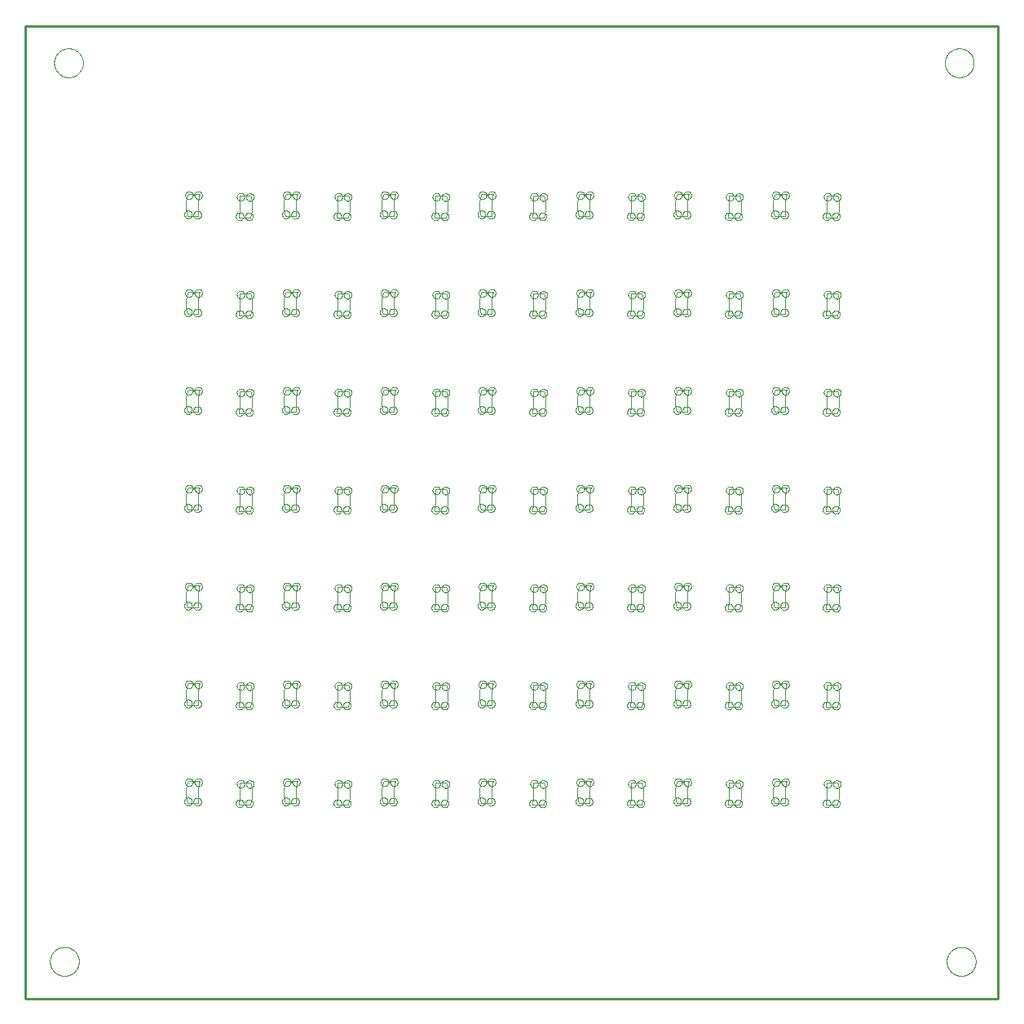
<source format=gko>
G75*
%MOIN*%
%OFA0B0*%
%FSLAX25Y25*%
%IPPOS*%
%LPD*%
%AMOC8*
5,1,8,0,0,1.08239X$1,22.5*
%
%ADD10C,0.00039*%
%ADD11C,0.01000*%
D10*
X0054986Y0016618D02*
X0054988Y0016771D01*
X0054994Y0016925D01*
X0055004Y0017078D01*
X0055018Y0017230D01*
X0055036Y0017383D01*
X0055058Y0017534D01*
X0055083Y0017685D01*
X0055113Y0017836D01*
X0055147Y0017986D01*
X0055184Y0018134D01*
X0055225Y0018282D01*
X0055270Y0018428D01*
X0055319Y0018574D01*
X0055372Y0018718D01*
X0055428Y0018860D01*
X0055488Y0019001D01*
X0055552Y0019141D01*
X0055619Y0019279D01*
X0055690Y0019415D01*
X0055765Y0019549D01*
X0055842Y0019681D01*
X0055924Y0019811D01*
X0056008Y0019939D01*
X0056096Y0020065D01*
X0056187Y0020188D01*
X0056281Y0020309D01*
X0056379Y0020427D01*
X0056479Y0020543D01*
X0056583Y0020656D01*
X0056689Y0020767D01*
X0056798Y0020875D01*
X0056910Y0020980D01*
X0057024Y0021081D01*
X0057142Y0021180D01*
X0057261Y0021276D01*
X0057383Y0021369D01*
X0057508Y0021458D01*
X0057635Y0021545D01*
X0057764Y0021627D01*
X0057895Y0021707D01*
X0058028Y0021783D01*
X0058163Y0021856D01*
X0058300Y0021925D01*
X0058439Y0021990D01*
X0058579Y0022052D01*
X0058721Y0022110D01*
X0058864Y0022165D01*
X0059009Y0022216D01*
X0059155Y0022263D01*
X0059302Y0022306D01*
X0059450Y0022345D01*
X0059599Y0022381D01*
X0059749Y0022412D01*
X0059900Y0022440D01*
X0060051Y0022464D01*
X0060204Y0022484D01*
X0060356Y0022500D01*
X0060509Y0022512D01*
X0060662Y0022520D01*
X0060815Y0022524D01*
X0060969Y0022524D01*
X0061122Y0022520D01*
X0061275Y0022512D01*
X0061428Y0022500D01*
X0061580Y0022484D01*
X0061733Y0022464D01*
X0061884Y0022440D01*
X0062035Y0022412D01*
X0062185Y0022381D01*
X0062334Y0022345D01*
X0062482Y0022306D01*
X0062629Y0022263D01*
X0062775Y0022216D01*
X0062920Y0022165D01*
X0063063Y0022110D01*
X0063205Y0022052D01*
X0063345Y0021990D01*
X0063484Y0021925D01*
X0063621Y0021856D01*
X0063756Y0021783D01*
X0063889Y0021707D01*
X0064020Y0021627D01*
X0064149Y0021545D01*
X0064276Y0021458D01*
X0064401Y0021369D01*
X0064523Y0021276D01*
X0064642Y0021180D01*
X0064760Y0021081D01*
X0064874Y0020980D01*
X0064986Y0020875D01*
X0065095Y0020767D01*
X0065201Y0020656D01*
X0065305Y0020543D01*
X0065405Y0020427D01*
X0065503Y0020309D01*
X0065597Y0020188D01*
X0065688Y0020065D01*
X0065776Y0019939D01*
X0065860Y0019811D01*
X0065942Y0019681D01*
X0066019Y0019549D01*
X0066094Y0019415D01*
X0066165Y0019279D01*
X0066232Y0019141D01*
X0066296Y0019001D01*
X0066356Y0018860D01*
X0066412Y0018718D01*
X0066465Y0018574D01*
X0066514Y0018428D01*
X0066559Y0018282D01*
X0066600Y0018134D01*
X0066637Y0017986D01*
X0066671Y0017836D01*
X0066701Y0017685D01*
X0066726Y0017534D01*
X0066748Y0017383D01*
X0066766Y0017230D01*
X0066780Y0017078D01*
X0066790Y0016925D01*
X0066796Y0016771D01*
X0066798Y0016618D01*
X0066796Y0016465D01*
X0066790Y0016311D01*
X0066780Y0016158D01*
X0066766Y0016006D01*
X0066748Y0015853D01*
X0066726Y0015702D01*
X0066701Y0015551D01*
X0066671Y0015400D01*
X0066637Y0015250D01*
X0066600Y0015102D01*
X0066559Y0014954D01*
X0066514Y0014808D01*
X0066465Y0014662D01*
X0066412Y0014518D01*
X0066356Y0014376D01*
X0066296Y0014235D01*
X0066232Y0014095D01*
X0066165Y0013957D01*
X0066094Y0013821D01*
X0066019Y0013687D01*
X0065942Y0013555D01*
X0065860Y0013425D01*
X0065776Y0013297D01*
X0065688Y0013171D01*
X0065597Y0013048D01*
X0065503Y0012927D01*
X0065405Y0012809D01*
X0065305Y0012693D01*
X0065201Y0012580D01*
X0065095Y0012469D01*
X0064986Y0012361D01*
X0064874Y0012256D01*
X0064760Y0012155D01*
X0064642Y0012056D01*
X0064523Y0011960D01*
X0064401Y0011867D01*
X0064276Y0011778D01*
X0064149Y0011691D01*
X0064020Y0011609D01*
X0063889Y0011529D01*
X0063756Y0011453D01*
X0063621Y0011380D01*
X0063484Y0011311D01*
X0063345Y0011246D01*
X0063205Y0011184D01*
X0063063Y0011126D01*
X0062920Y0011071D01*
X0062775Y0011020D01*
X0062629Y0010973D01*
X0062482Y0010930D01*
X0062334Y0010891D01*
X0062185Y0010855D01*
X0062035Y0010824D01*
X0061884Y0010796D01*
X0061733Y0010772D01*
X0061580Y0010752D01*
X0061428Y0010736D01*
X0061275Y0010724D01*
X0061122Y0010716D01*
X0060969Y0010712D01*
X0060815Y0010712D01*
X0060662Y0010716D01*
X0060509Y0010724D01*
X0060356Y0010736D01*
X0060204Y0010752D01*
X0060051Y0010772D01*
X0059900Y0010796D01*
X0059749Y0010824D01*
X0059599Y0010855D01*
X0059450Y0010891D01*
X0059302Y0010930D01*
X0059155Y0010973D01*
X0059009Y0011020D01*
X0058864Y0011071D01*
X0058721Y0011126D01*
X0058579Y0011184D01*
X0058439Y0011246D01*
X0058300Y0011311D01*
X0058163Y0011380D01*
X0058028Y0011453D01*
X0057895Y0011529D01*
X0057764Y0011609D01*
X0057635Y0011691D01*
X0057508Y0011778D01*
X0057383Y0011867D01*
X0057261Y0011960D01*
X0057142Y0012056D01*
X0057024Y0012155D01*
X0056910Y0012256D01*
X0056798Y0012361D01*
X0056689Y0012469D01*
X0056583Y0012580D01*
X0056479Y0012693D01*
X0056379Y0012809D01*
X0056281Y0012927D01*
X0056187Y0013048D01*
X0056096Y0013171D01*
X0056008Y0013297D01*
X0055924Y0013425D01*
X0055842Y0013555D01*
X0055765Y0013687D01*
X0055690Y0013821D01*
X0055619Y0013957D01*
X0055552Y0014095D01*
X0055488Y0014235D01*
X0055428Y0014376D01*
X0055372Y0014518D01*
X0055319Y0014662D01*
X0055270Y0014808D01*
X0055225Y0014954D01*
X0055184Y0015102D01*
X0055147Y0015250D01*
X0055113Y0015400D01*
X0055083Y0015551D01*
X0055058Y0015702D01*
X0055036Y0015853D01*
X0055018Y0016006D01*
X0055004Y0016158D01*
X0054994Y0016311D01*
X0054988Y0016465D01*
X0054986Y0016618D01*
X0111168Y0081343D02*
X0115656Y0081343D01*
X0113648Y0081894D02*
X0113650Y0081973D01*
X0113656Y0082052D01*
X0113666Y0082131D01*
X0113680Y0082209D01*
X0113697Y0082286D01*
X0113719Y0082362D01*
X0113744Y0082437D01*
X0113774Y0082510D01*
X0113806Y0082582D01*
X0113843Y0082653D01*
X0113883Y0082721D01*
X0113926Y0082787D01*
X0113972Y0082851D01*
X0114022Y0082913D01*
X0114075Y0082972D01*
X0114130Y0083028D01*
X0114189Y0083082D01*
X0114250Y0083132D01*
X0114313Y0083180D01*
X0114379Y0083224D01*
X0114447Y0083265D01*
X0114517Y0083302D01*
X0114588Y0083336D01*
X0114662Y0083366D01*
X0114736Y0083392D01*
X0114812Y0083414D01*
X0114889Y0083433D01*
X0114967Y0083448D01*
X0115045Y0083459D01*
X0115124Y0083466D01*
X0115203Y0083469D01*
X0115282Y0083468D01*
X0115361Y0083463D01*
X0115440Y0083454D01*
X0115518Y0083441D01*
X0115595Y0083424D01*
X0115672Y0083404D01*
X0115747Y0083379D01*
X0115821Y0083351D01*
X0115894Y0083319D01*
X0115964Y0083284D01*
X0116033Y0083245D01*
X0116100Y0083202D01*
X0116165Y0083156D01*
X0116227Y0083108D01*
X0116287Y0083056D01*
X0116344Y0083001D01*
X0116398Y0082943D01*
X0116449Y0082883D01*
X0116497Y0082820D01*
X0116542Y0082755D01*
X0116584Y0082687D01*
X0116622Y0082618D01*
X0116656Y0082547D01*
X0116687Y0082474D01*
X0116715Y0082399D01*
X0116738Y0082324D01*
X0116758Y0082247D01*
X0116774Y0082170D01*
X0116786Y0082091D01*
X0116794Y0082013D01*
X0116798Y0081934D01*
X0116798Y0081854D01*
X0116794Y0081775D01*
X0116786Y0081697D01*
X0116774Y0081618D01*
X0116758Y0081541D01*
X0116738Y0081464D01*
X0116715Y0081389D01*
X0116687Y0081314D01*
X0116656Y0081241D01*
X0116622Y0081170D01*
X0116584Y0081101D01*
X0116542Y0081033D01*
X0116497Y0080968D01*
X0116449Y0080905D01*
X0116398Y0080845D01*
X0116344Y0080787D01*
X0116287Y0080732D01*
X0116227Y0080680D01*
X0116165Y0080632D01*
X0116100Y0080586D01*
X0116033Y0080543D01*
X0115964Y0080504D01*
X0115894Y0080469D01*
X0115821Y0080437D01*
X0115747Y0080409D01*
X0115672Y0080384D01*
X0115595Y0080364D01*
X0115518Y0080347D01*
X0115440Y0080334D01*
X0115361Y0080325D01*
X0115282Y0080320D01*
X0115203Y0080319D01*
X0115124Y0080322D01*
X0115045Y0080329D01*
X0114967Y0080340D01*
X0114889Y0080355D01*
X0114812Y0080374D01*
X0114736Y0080396D01*
X0114662Y0080422D01*
X0114588Y0080452D01*
X0114517Y0080486D01*
X0114447Y0080523D01*
X0114379Y0080564D01*
X0114313Y0080608D01*
X0114250Y0080656D01*
X0114189Y0080706D01*
X0114130Y0080760D01*
X0114075Y0080816D01*
X0114022Y0080875D01*
X0113972Y0080937D01*
X0113926Y0081001D01*
X0113883Y0081067D01*
X0113843Y0081135D01*
X0113806Y0081206D01*
X0113774Y0081278D01*
X0113744Y0081351D01*
X0113719Y0081426D01*
X0113697Y0081502D01*
X0113680Y0081579D01*
X0113666Y0081657D01*
X0113656Y0081736D01*
X0113650Y0081815D01*
X0113648Y0081894D01*
X0109869Y0082012D02*
X0109871Y0082091D01*
X0109877Y0082170D01*
X0109887Y0082249D01*
X0109901Y0082327D01*
X0109918Y0082404D01*
X0109940Y0082480D01*
X0109965Y0082555D01*
X0109995Y0082628D01*
X0110027Y0082700D01*
X0110064Y0082771D01*
X0110104Y0082839D01*
X0110147Y0082905D01*
X0110193Y0082969D01*
X0110243Y0083031D01*
X0110296Y0083090D01*
X0110351Y0083146D01*
X0110410Y0083200D01*
X0110471Y0083250D01*
X0110534Y0083298D01*
X0110600Y0083342D01*
X0110668Y0083383D01*
X0110738Y0083420D01*
X0110809Y0083454D01*
X0110883Y0083484D01*
X0110957Y0083510D01*
X0111033Y0083532D01*
X0111110Y0083551D01*
X0111188Y0083566D01*
X0111266Y0083577D01*
X0111345Y0083584D01*
X0111424Y0083587D01*
X0111503Y0083586D01*
X0111582Y0083581D01*
X0111661Y0083572D01*
X0111739Y0083559D01*
X0111816Y0083542D01*
X0111893Y0083522D01*
X0111968Y0083497D01*
X0112042Y0083469D01*
X0112115Y0083437D01*
X0112185Y0083402D01*
X0112254Y0083363D01*
X0112321Y0083320D01*
X0112386Y0083274D01*
X0112448Y0083226D01*
X0112508Y0083174D01*
X0112565Y0083119D01*
X0112619Y0083061D01*
X0112670Y0083001D01*
X0112718Y0082938D01*
X0112763Y0082873D01*
X0112805Y0082805D01*
X0112843Y0082736D01*
X0112877Y0082665D01*
X0112908Y0082592D01*
X0112936Y0082517D01*
X0112959Y0082442D01*
X0112979Y0082365D01*
X0112995Y0082288D01*
X0113007Y0082209D01*
X0113015Y0082131D01*
X0113019Y0082052D01*
X0113019Y0081972D01*
X0113015Y0081893D01*
X0113007Y0081815D01*
X0112995Y0081736D01*
X0112979Y0081659D01*
X0112959Y0081582D01*
X0112936Y0081507D01*
X0112908Y0081432D01*
X0112877Y0081359D01*
X0112843Y0081288D01*
X0112805Y0081219D01*
X0112763Y0081151D01*
X0112718Y0081086D01*
X0112670Y0081023D01*
X0112619Y0080963D01*
X0112565Y0080905D01*
X0112508Y0080850D01*
X0112448Y0080798D01*
X0112386Y0080750D01*
X0112321Y0080704D01*
X0112254Y0080661D01*
X0112185Y0080622D01*
X0112115Y0080587D01*
X0112042Y0080555D01*
X0111968Y0080527D01*
X0111893Y0080502D01*
X0111816Y0080482D01*
X0111739Y0080465D01*
X0111661Y0080452D01*
X0111582Y0080443D01*
X0111503Y0080438D01*
X0111424Y0080437D01*
X0111345Y0080440D01*
X0111266Y0080447D01*
X0111188Y0080458D01*
X0111110Y0080473D01*
X0111033Y0080492D01*
X0110957Y0080514D01*
X0110883Y0080540D01*
X0110809Y0080570D01*
X0110738Y0080604D01*
X0110668Y0080641D01*
X0110600Y0080682D01*
X0110534Y0080726D01*
X0110471Y0080774D01*
X0110410Y0080824D01*
X0110351Y0080878D01*
X0110296Y0080934D01*
X0110243Y0080993D01*
X0110193Y0081055D01*
X0110147Y0081119D01*
X0110104Y0081185D01*
X0110064Y0081253D01*
X0110027Y0081324D01*
X0109995Y0081396D01*
X0109965Y0081469D01*
X0109940Y0081544D01*
X0109918Y0081620D01*
X0109901Y0081697D01*
X0109887Y0081775D01*
X0109877Y0081854D01*
X0109871Y0081933D01*
X0109869Y0082012D01*
X0132073Y0080713D02*
X0132206Y0081400D01*
X0132322Y0082090D01*
X0132422Y0082783D01*
X0132505Y0083479D01*
X0132572Y0084175D01*
X0132622Y0084874D01*
X0132655Y0085573D01*
X0132672Y0086273D01*
X0132672Y0086973D01*
X0132656Y0087673D01*
X0132622Y0088372D01*
X0132573Y0089071D01*
X0132506Y0089768D01*
X0132507Y0089768D02*
X0136995Y0089768D01*
X0135144Y0089098D02*
X0135146Y0089177D01*
X0135152Y0089256D01*
X0135162Y0089335D01*
X0135176Y0089413D01*
X0135193Y0089490D01*
X0135215Y0089566D01*
X0135240Y0089641D01*
X0135270Y0089714D01*
X0135302Y0089786D01*
X0135339Y0089857D01*
X0135379Y0089925D01*
X0135422Y0089991D01*
X0135468Y0090055D01*
X0135518Y0090117D01*
X0135571Y0090176D01*
X0135626Y0090232D01*
X0135685Y0090286D01*
X0135746Y0090336D01*
X0135809Y0090384D01*
X0135875Y0090428D01*
X0135943Y0090469D01*
X0136013Y0090506D01*
X0136084Y0090540D01*
X0136158Y0090570D01*
X0136232Y0090596D01*
X0136308Y0090618D01*
X0136385Y0090637D01*
X0136463Y0090652D01*
X0136541Y0090663D01*
X0136620Y0090670D01*
X0136699Y0090673D01*
X0136778Y0090672D01*
X0136857Y0090667D01*
X0136936Y0090658D01*
X0137014Y0090645D01*
X0137091Y0090628D01*
X0137168Y0090608D01*
X0137243Y0090583D01*
X0137317Y0090555D01*
X0137390Y0090523D01*
X0137460Y0090488D01*
X0137529Y0090449D01*
X0137596Y0090406D01*
X0137661Y0090360D01*
X0137723Y0090312D01*
X0137783Y0090260D01*
X0137840Y0090205D01*
X0137894Y0090147D01*
X0137945Y0090087D01*
X0137993Y0090024D01*
X0138038Y0089959D01*
X0138080Y0089891D01*
X0138118Y0089822D01*
X0138152Y0089751D01*
X0138183Y0089678D01*
X0138211Y0089603D01*
X0138234Y0089528D01*
X0138254Y0089451D01*
X0138270Y0089374D01*
X0138282Y0089295D01*
X0138290Y0089217D01*
X0138294Y0089138D01*
X0138294Y0089058D01*
X0138290Y0088979D01*
X0138282Y0088901D01*
X0138270Y0088822D01*
X0138254Y0088745D01*
X0138234Y0088668D01*
X0138211Y0088593D01*
X0138183Y0088518D01*
X0138152Y0088445D01*
X0138118Y0088374D01*
X0138080Y0088305D01*
X0138038Y0088237D01*
X0137993Y0088172D01*
X0137945Y0088109D01*
X0137894Y0088049D01*
X0137840Y0087991D01*
X0137783Y0087936D01*
X0137723Y0087884D01*
X0137661Y0087836D01*
X0137596Y0087790D01*
X0137529Y0087747D01*
X0137460Y0087708D01*
X0137390Y0087673D01*
X0137317Y0087641D01*
X0137243Y0087613D01*
X0137168Y0087588D01*
X0137091Y0087568D01*
X0137014Y0087551D01*
X0136936Y0087538D01*
X0136857Y0087529D01*
X0136778Y0087524D01*
X0136699Y0087523D01*
X0136620Y0087526D01*
X0136541Y0087533D01*
X0136463Y0087544D01*
X0136385Y0087559D01*
X0136308Y0087578D01*
X0136232Y0087600D01*
X0136158Y0087626D01*
X0136084Y0087656D01*
X0136013Y0087690D01*
X0135943Y0087727D01*
X0135875Y0087768D01*
X0135809Y0087812D01*
X0135746Y0087860D01*
X0135685Y0087910D01*
X0135626Y0087964D01*
X0135571Y0088020D01*
X0135518Y0088079D01*
X0135468Y0088141D01*
X0135422Y0088205D01*
X0135379Y0088271D01*
X0135339Y0088339D01*
X0135302Y0088410D01*
X0135270Y0088482D01*
X0135240Y0088555D01*
X0135215Y0088630D01*
X0135193Y0088706D01*
X0135176Y0088783D01*
X0135162Y0088861D01*
X0135152Y0088940D01*
X0135146Y0089019D01*
X0135144Y0089098D01*
X0131365Y0089217D02*
X0131367Y0089296D01*
X0131373Y0089375D01*
X0131383Y0089454D01*
X0131397Y0089532D01*
X0131414Y0089609D01*
X0131436Y0089685D01*
X0131461Y0089760D01*
X0131491Y0089833D01*
X0131523Y0089905D01*
X0131560Y0089976D01*
X0131600Y0090044D01*
X0131643Y0090110D01*
X0131689Y0090174D01*
X0131739Y0090236D01*
X0131792Y0090295D01*
X0131847Y0090351D01*
X0131906Y0090405D01*
X0131967Y0090455D01*
X0132030Y0090503D01*
X0132096Y0090547D01*
X0132164Y0090588D01*
X0132234Y0090625D01*
X0132305Y0090659D01*
X0132379Y0090689D01*
X0132453Y0090715D01*
X0132529Y0090737D01*
X0132606Y0090756D01*
X0132684Y0090771D01*
X0132762Y0090782D01*
X0132841Y0090789D01*
X0132920Y0090792D01*
X0132999Y0090791D01*
X0133078Y0090786D01*
X0133157Y0090777D01*
X0133235Y0090764D01*
X0133312Y0090747D01*
X0133389Y0090727D01*
X0133464Y0090702D01*
X0133538Y0090674D01*
X0133611Y0090642D01*
X0133681Y0090607D01*
X0133750Y0090568D01*
X0133817Y0090525D01*
X0133882Y0090479D01*
X0133944Y0090431D01*
X0134004Y0090379D01*
X0134061Y0090324D01*
X0134115Y0090266D01*
X0134166Y0090206D01*
X0134214Y0090143D01*
X0134259Y0090078D01*
X0134301Y0090010D01*
X0134339Y0089941D01*
X0134373Y0089870D01*
X0134404Y0089797D01*
X0134432Y0089722D01*
X0134455Y0089647D01*
X0134475Y0089570D01*
X0134491Y0089493D01*
X0134503Y0089414D01*
X0134511Y0089336D01*
X0134515Y0089257D01*
X0134515Y0089177D01*
X0134511Y0089098D01*
X0134503Y0089020D01*
X0134491Y0088941D01*
X0134475Y0088864D01*
X0134455Y0088787D01*
X0134432Y0088712D01*
X0134404Y0088637D01*
X0134373Y0088564D01*
X0134339Y0088493D01*
X0134301Y0088424D01*
X0134259Y0088356D01*
X0134214Y0088291D01*
X0134166Y0088228D01*
X0134115Y0088168D01*
X0134061Y0088110D01*
X0134004Y0088055D01*
X0133944Y0088003D01*
X0133882Y0087955D01*
X0133817Y0087909D01*
X0133750Y0087866D01*
X0133681Y0087827D01*
X0133611Y0087792D01*
X0133538Y0087760D01*
X0133464Y0087732D01*
X0133389Y0087707D01*
X0133312Y0087687D01*
X0133235Y0087670D01*
X0133157Y0087657D01*
X0133078Y0087648D01*
X0132999Y0087643D01*
X0132920Y0087642D01*
X0132841Y0087645D01*
X0132762Y0087652D01*
X0132684Y0087663D01*
X0132606Y0087678D01*
X0132529Y0087697D01*
X0132453Y0087719D01*
X0132379Y0087745D01*
X0132305Y0087775D01*
X0132234Y0087809D01*
X0132164Y0087846D01*
X0132096Y0087887D01*
X0132030Y0087931D01*
X0131967Y0087979D01*
X0131906Y0088029D01*
X0131847Y0088083D01*
X0131792Y0088139D01*
X0131739Y0088198D01*
X0131689Y0088260D01*
X0131643Y0088324D01*
X0131600Y0088390D01*
X0131560Y0088458D01*
X0131523Y0088529D01*
X0131491Y0088601D01*
X0131461Y0088674D01*
X0131436Y0088749D01*
X0131414Y0088825D01*
X0131397Y0088902D01*
X0131383Y0088980D01*
X0131373Y0089059D01*
X0131367Y0089138D01*
X0131365Y0089217D01*
X0111404Y0090398D02*
X0111289Y0090076D01*
X0111182Y0089752D01*
X0111083Y0089425D01*
X0110992Y0089095D01*
X0110909Y0088764D01*
X0110835Y0088431D01*
X0110768Y0088096D01*
X0110709Y0087759D01*
X0110659Y0087421D01*
X0110617Y0087082D01*
X0110583Y0086742D01*
X0110557Y0086402D01*
X0110540Y0086060D01*
X0110531Y0085719D01*
X0110531Y0085377D01*
X0110538Y0085036D01*
X0110555Y0084695D01*
X0110579Y0084354D01*
X0110612Y0084014D01*
X0110652Y0083675D01*
X0110702Y0083337D01*
X0110759Y0083000D01*
X0110825Y0082665D01*
X0110898Y0082331D01*
X0110980Y0081999D01*
X0111070Y0081670D01*
X0111168Y0081343D01*
X0110262Y0089886D02*
X0110264Y0089965D01*
X0110270Y0090044D01*
X0110280Y0090123D01*
X0110294Y0090201D01*
X0110311Y0090278D01*
X0110333Y0090354D01*
X0110358Y0090429D01*
X0110388Y0090502D01*
X0110420Y0090574D01*
X0110457Y0090645D01*
X0110497Y0090713D01*
X0110540Y0090779D01*
X0110586Y0090843D01*
X0110636Y0090905D01*
X0110689Y0090964D01*
X0110744Y0091020D01*
X0110803Y0091074D01*
X0110864Y0091124D01*
X0110927Y0091172D01*
X0110993Y0091216D01*
X0111061Y0091257D01*
X0111131Y0091294D01*
X0111202Y0091328D01*
X0111276Y0091358D01*
X0111350Y0091384D01*
X0111426Y0091406D01*
X0111503Y0091425D01*
X0111581Y0091440D01*
X0111659Y0091451D01*
X0111738Y0091458D01*
X0111817Y0091461D01*
X0111896Y0091460D01*
X0111975Y0091455D01*
X0112054Y0091446D01*
X0112132Y0091433D01*
X0112209Y0091416D01*
X0112286Y0091396D01*
X0112361Y0091371D01*
X0112435Y0091343D01*
X0112508Y0091311D01*
X0112578Y0091276D01*
X0112647Y0091237D01*
X0112714Y0091194D01*
X0112779Y0091148D01*
X0112841Y0091100D01*
X0112901Y0091048D01*
X0112958Y0090993D01*
X0113012Y0090935D01*
X0113063Y0090875D01*
X0113111Y0090812D01*
X0113156Y0090747D01*
X0113198Y0090679D01*
X0113236Y0090610D01*
X0113270Y0090539D01*
X0113301Y0090466D01*
X0113329Y0090391D01*
X0113352Y0090316D01*
X0113372Y0090239D01*
X0113388Y0090162D01*
X0113400Y0090083D01*
X0113408Y0090005D01*
X0113412Y0089926D01*
X0113412Y0089846D01*
X0113408Y0089767D01*
X0113400Y0089689D01*
X0113388Y0089610D01*
X0113372Y0089533D01*
X0113352Y0089456D01*
X0113329Y0089381D01*
X0113301Y0089306D01*
X0113270Y0089233D01*
X0113236Y0089162D01*
X0113198Y0089093D01*
X0113156Y0089025D01*
X0113111Y0088960D01*
X0113063Y0088897D01*
X0113012Y0088837D01*
X0112958Y0088779D01*
X0112901Y0088724D01*
X0112841Y0088672D01*
X0112779Y0088624D01*
X0112714Y0088578D01*
X0112647Y0088535D01*
X0112578Y0088496D01*
X0112508Y0088461D01*
X0112435Y0088429D01*
X0112361Y0088401D01*
X0112286Y0088376D01*
X0112209Y0088356D01*
X0112132Y0088339D01*
X0112054Y0088326D01*
X0111975Y0088317D01*
X0111896Y0088312D01*
X0111817Y0088311D01*
X0111738Y0088314D01*
X0111659Y0088321D01*
X0111581Y0088332D01*
X0111503Y0088347D01*
X0111426Y0088366D01*
X0111350Y0088388D01*
X0111276Y0088414D01*
X0111202Y0088444D01*
X0111131Y0088478D01*
X0111061Y0088515D01*
X0110993Y0088556D01*
X0110927Y0088600D01*
X0110864Y0088648D01*
X0110803Y0088698D01*
X0110744Y0088752D01*
X0110689Y0088808D01*
X0110636Y0088867D01*
X0110586Y0088929D01*
X0110540Y0088993D01*
X0110497Y0089059D01*
X0110457Y0089127D01*
X0110420Y0089198D01*
X0110388Y0089270D01*
X0110358Y0089343D01*
X0110333Y0089418D01*
X0110311Y0089494D01*
X0110294Y0089571D01*
X0110280Y0089649D01*
X0110270Y0089728D01*
X0110264Y0089807D01*
X0110262Y0089886D01*
X0111404Y0090398D02*
X0116089Y0090398D01*
X0114042Y0089886D02*
X0114044Y0089965D01*
X0114050Y0090044D01*
X0114060Y0090123D01*
X0114074Y0090201D01*
X0114091Y0090278D01*
X0114113Y0090354D01*
X0114138Y0090429D01*
X0114168Y0090502D01*
X0114200Y0090574D01*
X0114237Y0090645D01*
X0114277Y0090713D01*
X0114320Y0090779D01*
X0114366Y0090843D01*
X0114416Y0090905D01*
X0114469Y0090964D01*
X0114524Y0091020D01*
X0114583Y0091074D01*
X0114644Y0091124D01*
X0114707Y0091172D01*
X0114773Y0091216D01*
X0114841Y0091257D01*
X0114911Y0091294D01*
X0114982Y0091328D01*
X0115056Y0091358D01*
X0115130Y0091384D01*
X0115206Y0091406D01*
X0115283Y0091425D01*
X0115361Y0091440D01*
X0115439Y0091451D01*
X0115518Y0091458D01*
X0115597Y0091461D01*
X0115676Y0091460D01*
X0115755Y0091455D01*
X0115834Y0091446D01*
X0115912Y0091433D01*
X0115989Y0091416D01*
X0116066Y0091396D01*
X0116141Y0091371D01*
X0116215Y0091343D01*
X0116288Y0091311D01*
X0116358Y0091276D01*
X0116427Y0091237D01*
X0116494Y0091194D01*
X0116559Y0091148D01*
X0116621Y0091100D01*
X0116681Y0091048D01*
X0116738Y0090993D01*
X0116792Y0090935D01*
X0116843Y0090875D01*
X0116891Y0090812D01*
X0116936Y0090747D01*
X0116978Y0090679D01*
X0117016Y0090610D01*
X0117050Y0090539D01*
X0117081Y0090466D01*
X0117109Y0090391D01*
X0117132Y0090316D01*
X0117152Y0090239D01*
X0117168Y0090162D01*
X0117180Y0090083D01*
X0117188Y0090005D01*
X0117192Y0089926D01*
X0117192Y0089846D01*
X0117188Y0089767D01*
X0117180Y0089689D01*
X0117168Y0089610D01*
X0117152Y0089533D01*
X0117132Y0089456D01*
X0117109Y0089381D01*
X0117081Y0089306D01*
X0117050Y0089233D01*
X0117016Y0089162D01*
X0116978Y0089093D01*
X0116936Y0089025D01*
X0116891Y0088960D01*
X0116843Y0088897D01*
X0116792Y0088837D01*
X0116738Y0088779D01*
X0116681Y0088724D01*
X0116621Y0088672D01*
X0116559Y0088624D01*
X0116494Y0088578D01*
X0116427Y0088535D01*
X0116358Y0088496D01*
X0116288Y0088461D01*
X0116215Y0088429D01*
X0116141Y0088401D01*
X0116066Y0088376D01*
X0115989Y0088356D01*
X0115912Y0088339D01*
X0115834Y0088326D01*
X0115755Y0088317D01*
X0115676Y0088312D01*
X0115597Y0088311D01*
X0115518Y0088314D01*
X0115439Y0088321D01*
X0115361Y0088332D01*
X0115283Y0088347D01*
X0115206Y0088366D01*
X0115130Y0088388D01*
X0115056Y0088414D01*
X0114982Y0088444D01*
X0114911Y0088478D01*
X0114841Y0088515D01*
X0114773Y0088556D01*
X0114707Y0088600D01*
X0114644Y0088648D01*
X0114583Y0088698D01*
X0114524Y0088752D01*
X0114469Y0088808D01*
X0114416Y0088867D01*
X0114366Y0088929D01*
X0114320Y0088993D01*
X0114277Y0089059D01*
X0114237Y0089127D01*
X0114200Y0089198D01*
X0114168Y0089270D01*
X0114138Y0089343D01*
X0114113Y0089418D01*
X0114091Y0089494D01*
X0114074Y0089571D01*
X0114060Y0089649D01*
X0114050Y0089728D01*
X0114044Y0089807D01*
X0114042Y0089886D01*
X0136995Y0089767D02*
X0137093Y0089440D01*
X0137183Y0089111D01*
X0137265Y0088779D01*
X0137338Y0088445D01*
X0137404Y0088110D01*
X0137461Y0087773D01*
X0137511Y0087435D01*
X0137551Y0087096D01*
X0137584Y0086756D01*
X0137608Y0086415D01*
X0137625Y0086074D01*
X0137632Y0085733D01*
X0137632Y0085391D01*
X0137623Y0085050D01*
X0137606Y0084708D01*
X0137580Y0084368D01*
X0137546Y0084028D01*
X0137504Y0083689D01*
X0137454Y0083351D01*
X0137395Y0083014D01*
X0137328Y0082679D01*
X0137254Y0082346D01*
X0137171Y0082015D01*
X0137080Y0081685D01*
X0136981Y0081358D01*
X0136874Y0081034D01*
X0136759Y0080712D01*
X0136759Y0080713D02*
X0132073Y0080713D01*
X0130971Y0081224D02*
X0130973Y0081303D01*
X0130979Y0081382D01*
X0130989Y0081461D01*
X0131003Y0081539D01*
X0131020Y0081616D01*
X0131042Y0081692D01*
X0131067Y0081767D01*
X0131097Y0081840D01*
X0131129Y0081912D01*
X0131166Y0081983D01*
X0131206Y0082051D01*
X0131249Y0082117D01*
X0131295Y0082181D01*
X0131345Y0082243D01*
X0131398Y0082302D01*
X0131453Y0082358D01*
X0131512Y0082412D01*
X0131573Y0082462D01*
X0131636Y0082510D01*
X0131702Y0082554D01*
X0131770Y0082595D01*
X0131840Y0082632D01*
X0131911Y0082666D01*
X0131985Y0082696D01*
X0132059Y0082722D01*
X0132135Y0082744D01*
X0132212Y0082763D01*
X0132290Y0082778D01*
X0132368Y0082789D01*
X0132447Y0082796D01*
X0132526Y0082799D01*
X0132605Y0082798D01*
X0132684Y0082793D01*
X0132763Y0082784D01*
X0132841Y0082771D01*
X0132918Y0082754D01*
X0132995Y0082734D01*
X0133070Y0082709D01*
X0133144Y0082681D01*
X0133217Y0082649D01*
X0133287Y0082614D01*
X0133356Y0082575D01*
X0133423Y0082532D01*
X0133488Y0082486D01*
X0133550Y0082438D01*
X0133610Y0082386D01*
X0133667Y0082331D01*
X0133721Y0082273D01*
X0133772Y0082213D01*
X0133820Y0082150D01*
X0133865Y0082085D01*
X0133907Y0082017D01*
X0133945Y0081948D01*
X0133979Y0081877D01*
X0134010Y0081804D01*
X0134038Y0081729D01*
X0134061Y0081654D01*
X0134081Y0081577D01*
X0134097Y0081500D01*
X0134109Y0081421D01*
X0134117Y0081343D01*
X0134121Y0081264D01*
X0134121Y0081184D01*
X0134117Y0081105D01*
X0134109Y0081027D01*
X0134097Y0080948D01*
X0134081Y0080871D01*
X0134061Y0080794D01*
X0134038Y0080719D01*
X0134010Y0080644D01*
X0133979Y0080571D01*
X0133945Y0080500D01*
X0133907Y0080431D01*
X0133865Y0080363D01*
X0133820Y0080298D01*
X0133772Y0080235D01*
X0133721Y0080175D01*
X0133667Y0080117D01*
X0133610Y0080062D01*
X0133550Y0080010D01*
X0133488Y0079962D01*
X0133423Y0079916D01*
X0133356Y0079873D01*
X0133287Y0079834D01*
X0133217Y0079799D01*
X0133144Y0079767D01*
X0133070Y0079739D01*
X0132995Y0079714D01*
X0132918Y0079694D01*
X0132841Y0079677D01*
X0132763Y0079664D01*
X0132684Y0079655D01*
X0132605Y0079650D01*
X0132526Y0079649D01*
X0132447Y0079652D01*
X0132368Y0079659D01*
X0132290Y0079670D01*
X0132212Y0079685D01*
X0132135Y0079704D01*
X0132059Y0079726D01*
X0131985Y0079752D01*
X0131911Y0079782D01*
X0131840Y0079816D01*
X0131770Y0079853D01*
X0131702Y0079894D01*
X0131636Y0079938D01*
X0131573Y0079986D01*
X0131512Y0080036D01*
X0131453Y0080090D01*
X0131398Y0080146D01*
X0131345Y0080205D01*
X0131295Y0080267D01*
X0131249Y0080331D01*
X0131206Y0080397D01*
X0131166Y0080465D01*
X0131129Y0080536D01*
X0131097Y0080608D01*
X0131067Y0080681D01*
X0131042Y0080756D01*
X0131020Y0080832D01*
X0131003Y0080909D01*
X0130989Y0080987D01*
X0130979Y0081066D01*
X0130973Y0081145D01*
X0130971Y0081224D01*
X0134750Y0081224D02*
X0134752Y0081303D01*
X0134758Y0081382D01*
X0134768Y0081461D01*
X0134782Y0081539D01*
X0134799Y0081616D01*
X0134821Y0081692D01*
X0134846Y0081767D01*
X0134876Y0081840D01*
X0134908Y0081912D01*
X0134945Y0081983D01*
X0134985Y0082051D01*
X0135028Y0082117D01*
X0135074Y0082181D01*
X0135124Y0082243D01*
X0135177Y0082302D01*
X0135232Y0082358D01*
X0135291Y0082412D01*
X0135352Y0082462D01*
X0135415Y0082510D01*
X0135481Y0082554D01*
X0135549Y0082595D01*
X0135619Y0082632D01*
X0135690Y0082666D01*
X0135764Y0082696D01*
X0135838Y0082722D01*
X0135914Y0082744D01*
X0135991Y0082763D01*
X0136069Y0082778D01*
X0136147Y0082789D01*
X0136226Y0082796D01*
X0136305Y0082799D01*
X0136384Y0082798D01*
X0136463Y0082793D01*
X0136542Y0082784D01*
X0136620Y0082771D01*
X0136697Y0082754D01*
X0136774Y0082734D01*
X0136849Y0082709D01*
X0136923Y0082681D01*
X0136996Y0082649D01*
X0137066Y0082614D01*
X0137135Y0082575D01*
X0137202Y0082532D01*
X0137267Y0082486D01*
X0137329Y0082438D01*
X0137389Y0082386D01*
X0137446Y0082331D01*
X0137500Y0082273D01*
X0137551Y0082213D01*
X0137599Y0082150D01*
X0137644Y0082085D01*
X0137686Y0082017D01*
X0137724Y0081948D01*
X0137758Y0081877D01*
X0137789Y0081804D01*
X0137817Y0081729D01*
X0137840Y0081654D01*
X0137860Y0081577D01*
X0137876Y0081500D01*
X0137888Y0081421D01*
X0137896Y0081343D01*
X0137900Y0081264D01*
X0137900Y0081184D01*
X0137896Y0081105D01*
X0137888Y0081027D01*
X0137876Y0080948D01*
X0137860Y0080871D01*
X0137840Y0080794D01*
X0137817Y0080719D01*
X0137789Y0080644D01*
X0137758Y0080571D01*
X0137724Y0080500D01*
X0137686Y0080431D01*
X0137644Y0080363D01*
X0137599Y0080298D01*
X0137551Y0080235D01*
X0137500Y0080175D01*
X0137446Y0080117D01*
X0137389Y0080062D01*
X0137329Y0080010D01*
X0137267Y0079962D01*
X0137202Y0079916D01*
X0137135Y0079873D01*
X0137066Y0079834D01*
X0136996Y0079799D01*
X0136923Y0079767D01*
X0136849Y0079739D01*
X0136774Y0079714D01*
X0136697Y0079694D01*
X0136620Y0079677D01*
X0136542Y0079664D01*
X0136463Y0079655D01*
X0136384Y0079650D01*
X0136305Y0079649D01*
X0136226Y0079652D01*
X0136147Y0079659D01*
X0136069Y0079670D01*
X0135991Y0079685D01*
X0135914Y0079704D01*
X0135838Y0079726D01*
X0135764Y0079752D01*
X0135690Y0079782D01*
X0135619Y0079816D01*
X0135549Y0079853D01*
X0135481Y0079894D01*
X0135415Y0079938D01*
X0135352Y0079986D01*
X0135291Y0080036D01*
X0135232Y0080090D01*
X0135177Y0080146D01*
X0135124Y0080205D01*
X0135074Y0080267D01*
X0135028Y0080331D01*
X0134985Y0080397D01*
X0134945Y0080465D01*
X0134908Y0080536D01*
X0134876Y0080608D01*
X0134846Y0080681D01*
X0134821Y0080756D01*
X0134799Y0080832D01*
X0134782Y0080909D01*
X0134768Y0080987D01*
X0134758Y0081066D01*
X0134752Y0081145D01*
X0134750Y0081224D01*
X0172073Y0080713D02*
X0172206Y0081400D01*
X0172322Y0082090D01*
X0172422Y0082783D01*
X0172505Y0083479D01*
X0172572Y0084175D01*
X0172622Y0084874D01*
X0172655Y0085573D01*
X0172672Y0086273D01*
X0172672Y0086973D01*
X0172656Y0087673D01*
X0172622Y0088372D01*
X0172573Y0089071D01*
X0172506Y0089768D01*
X0172507Y0089768D02*
X0176995Y0089768D01*
X0175144Y0089098D02*
X0175146Y0089177D01*
X0175152Y0089256D01*
X0175162Y0089335D01*
X0175176Y0089413D01*
X0175193Y0089490D01*
X0175215Y0089566D01*
X0175240Y0089641D01*
X0175270Y0089714D01*
X0175302Y0089786D01*
X0175339Y0089857D01*
X0175379Y0089925D01*
X0175422Y0089991D01*
X0175468Y0090055D01*
X0175518Y0090117D01*
X0175571Y0090176D01*
X0175626Y0090232D01*
X0175685Y0090286D01*
X0175746Y0090336D01*
X0175809Y0090384D01*
X0175875Y0090428D01*
X0175943Y0090469D01*
X0176013Y0090506D01*
X0176084Y0090540D01*
X0176158Y0090570D01*
X0176232Y0090596D01*
X0176308Y0090618D01*
X0176385Y0090637D01*
X0176463Y0090652D01*
X0176541Y0090663D01*
X0176620Y0090670D01*
X0176699Y0090673D01*
X0176778Y0090672D01*
X0176857Y0090667D01*
X0176936Y0090658D01*
X0177014Y0090645D01*
X0177091Y0090628D01*
X0177168Y0090608D01*
X0177243Y0090583D01*
X0177317Y0090555D01*
X0177390Y0090523D01*
X0177460Y0090488D01*
X0177529Y0090449D01*
X0177596Y0090406D01*
X0177661Y0090360D01*
X0177723Y0090312D01*
X0177783Y0090260D01*
X0177840Y0090205D01*
X0177894Y0090147D01*
X0177945Y0090087D01*
X0177993Y0090024D01*
X0178038Y0089959D01*
X0178080Y0089891D01*
X0178118Y0089822D01*
X0178152Y0089751D01*
X0178183Y0089678D01*
X0178211Y0089603D01*
X0178234Y0089528D01*
X0178254Y0089451D01*
X0178270Y0089374D01*
X0178282Y0089295D01*
X0178290Y0089217D01*
X0178294Y0089138D01*
X0178294Y0089058D01*
X0178290Y0088979D01*
X0178282Y0088901D01*
X0178270Y0088822D01*
X0178254Y0088745D01*
X0178234Y0088668D01*
X0178211Y0088593D01*
X0178183Y0088518D01*
X0178152Y0088445D01*
X0178118Y0088374D01*
X0178080Y0088305D01*
X0178038Y0088237D01*
X0177993Y0088172D01*
X0177945Y0088109D01*
X0177894Y0088049D01*
X0177840Y0087991D01*
X0177783Y0087936D01*
X0177723Y0087884D01*
X0177661Y0087836D01*
X0177596Y0087790D01*
X0177529Y0087747D01*
X0177460Y0087708D01*
X0177390Y0087673D01*
X0177317Y0087641D01*
X0177243Y0087613D01*
X0177168Y0087588D01*
X0177091Y0087568D01*
X0177014Y0087551D01*
X0176936Y0087538D01*
X0176857Y0087529D01*
X0176778Y0087524D01*
X0176699Y0087523D01*
X0176620Y0087526D01*
X0176541Y0087533D01*
X0176463Y0087544D01*
X0176385Y0087559D01*
X0176308Y0087578D01*
X0176232Y0087600D01*
X0176158Y0087626D01*
X0176084Y0087656D01*
X0176013Y0087690D01*
X0175943Y0087727D01*
X0175875Y0087768D01*
X0175809Y0087812D01*
X0175746Y0087860D01*
X0175685Y0087910D01*
X0175626Y0087964D01*
X0175571Y0088020D01*
X0175518Y0088079D01*
X0175468Y0088141D01*
X0175422Y0088205D01*
X0175379Y0088271D01*
X0175339Y0088339D01*
X0175302Y0088410D01*
X0175270Y0088482D01*
X0175240Y0088555D01*
X0175215Y0088630D01*
X0175193Y0088706D01*
X0175176Y0088783D01*
X0175162Y0088861D01*
X0175152Y0088940D01*
X0175146Y0089019D01*
X0175144Y0089098D01*
X0171365Y0089217D02*
X0171367Y0089296D01*
X0171373Y0089375D01*
X0171383Y0089454D01*
X0171397Y0089532D01*
X0171414Y0089609D01*
X0171436Y0089685D01*
X0171461Y0089760D01*
X0171491Y0089833D01*
X0171523Y0089905D01*
X0171560Y0089976D01*
X0171600Y0090044D01*
X0171643Y0090110D01*
X0171689Y0090174D01*
X0171739Y0090236D01*
X0171792Y0090295D01*
X0171847Y0090351D01*
X0171906Y0090405D01*
X0171967Y0090455D01*
X0172030Y0090503D01*
X0172096Y0090547D01*
X0172164Y0090588D01*
X0172234Y0090625D01*
X0172305Y0090659D01*
X0172379Y0090689D01*
X0172453Y0090715D01*
X0172529Y0090737D01*
X0172606Y0090756D01*
X0172684Y0090771D01*
X0172762Y0090782D01*
X0172841Y0090789D01*
X0172920Y0090792D01*
X0172999Y0090791D01*
X0173078Y0090786D01*
X0173157Y0090777D01*
X0173235Y0090764D01*
X0173312Y0090747D01*
X0173389Y0090727D01*
X0173464Y0090702D01*
X0173538Y0090674D01*
X0173611Y0090642D01*
X0173681Y0090607D01*
X0173750Y0090568D01*
X0173817Y0090525D01*
X0173882Y0090479D01*
X0173944Y0090431D01*
X0174004Y0090379D01*
X0174061Y0090324D01*
X0174115Y0090266D01*
X0174166Y0090206D01*
X0174214Y0090143D01*
X0174259Y0090078D01*
X0174301Y0090010D01*
X0174339Y0089941D01*
X0174373Y0089870D01*
X0174404Y0089797D01*
X0174432Y0089722D01*
X0174455Y0089647D01*
X0174475Y0089570D01*
X0174491Y0089493D01*
X0174503Y0089414D01*
X0174511Y0089336D01*
X0174515Y0089257D01*
X0174515Y0089177D01*
X0174511Y0089098D01*
X0174503Y0089020D01*
X0174491Y0088941D01*
X0174475Y0088864D01*
X0174455Y0088787D01*
X0174432Y0088712D01*
X0174404Y0088637D01*
X0174373Y0088564D01*
X0174339Y0088493D01*
X0174301Y0088424D01*
X0174259Y0088356D01*
X0174214Y0088291D01*
X0174166Y0088228D01*
X0174115Y0088168D01*
X0174061Y0088110D01*
X0174004Y0088055D01*
X0173944Y0088003D01*
X0173882Y0087955D01*
X0173817Y0087909D01*
X0173750Y0087866D01*
X0173681Y0087827D01*
X0173611Y0087792D01*
X0173538Y0087760D01*
X0173464Y0087732D01*
X0173389Y0087707D01*
X0173312Y0087687D01*
X0173235Y0087670D01*
X0173157Y0087657D01*
X0173078Y0087648D01*
X0172999Y0087643D01*
X0172920Y0087642D01*
X0172841Y0087645D01*
X0172762Y0087652D01*
X0172684Y0087663D01*
X0172606Y0087678D01*
X0172529Y0087697D01*
X0172453Y0087719D01*
X0172379Y0087745D01*
X0172305Y0087775D01*
X0172234Y0087809D01*
X0172164Y0087846D01*
X0172096Y0087887D01*
X0172030Y0087931D01*
X0171967Y0087979D01*
X0171906Y0088029D01*
X0171847Y0088083D01*
X0171792Y0088139D01*
X0171739Y0088198D01*
X0171689Y0088260D01*
X0171643Y0088324D01*
X0171600Y0088390D01*
X0171560Y0088458D01*
X0171523Y0088529D01*
X0171491Y0088601D01*
X0171461Y0088674D01*
X0171436Y0088749D01*
X0171414Y0088825D01*
X0171397Y0088902D01*
X0171383Y0088980D01*
X0171373Y0089059D01*
X0171367Y0089138D01*
X0171365Y0089217D01*
X0151404Y0090398D02*
X0151289Y0090076D01*
X0151182Y0089752D01*
X0151083Y0089425D01*
X0150992Y0089095D01*
X0150909Y0088764D01*
X0150835Y0088431D01*
X0150768Y0088096D01*
X0150709Y0087759D01*
X0150659Y0087421D01*
X0150617Y0087082D01*
X0150583Y0086742D01*
X0150557Y0086402D01*
X0150540Y0086060D01*
X0150531Y0085719D01*
X0150531Y0085377D01*
X0150538Y0085036D01*
X0150555Y0084695D01*
X0150579Y0084354D01*
X0150612Y0084014D01*
X0150652Y0083675D01*
X0150702Y0083337D01*
X0150759Y0083000D01*
X0150825Y0082665D01*
X0150898Y0082331D01*
X0150980Y0081999D01*
X0151070Y0081670D01*
X0151168Y0081343D01*
X0155656Y0081343D01*
X0153648Y0081894D02*
X0153650Y0081973D01*
X0153656Y0082052D01*
X0153666Y0082131D01*
X0153680Y0082209D01*
X0153697Y0082286D01*
X0153719Y0082362D01*
X0153744Y0082437D01*
X0153774Y0082510D01*
X0153806Y0082582D01*
X0153843Y0082653D01*
X0153883Y0082721D01*
X0153926Y0082787D01*
X0153972Y0082851D01*
X0154022Y0082913D01*
X0154075Y0082972D01*
X0154130Y0083028D01*
X0154189Y0083082D01*
X0154250Y0083132D01*
X0154313Y0083180D01*
X0154379Y0083224D01*
X0154447Y0083265D01*
X0154517Y0083302D01*
X0154588Y0083336D01*
X0154662Y0083366D01*
X0154736Y0083392D01*
X0154812Y0083414D01*
X0154889Y0083433D01*
X0154967Y0083448D01*
X0155045Y0083459D01*
X0155124Y0083466D01*
X0155203Y0083469D01*
X0155282Y0083468D01*
X0155361Y0083463D01*
X0155440Y0083454D01*
X0155518Y0083441D01*
X0155595Y0083424D01*
X0155672Y0083404D01*
X0155747Y0083379D01*
X0155821Y0083351D01*
X0155894Y0083319D01*
X0155964Y0083284D01*
X0156033Y0083245D01*
X0156100Y0083202D01*
X0156165Y0083156D01*
X0156227Y0083108D01*
X0156287Y0083056D01*
X0156344Y0083001D01*
X0156398Y0082943D01*
X0156449Y0082883D01*
X0156497Y0082820D01*
X0156542Y0082755D01*
X0156584Y0082687D01*
X0156622Y0082618D01*
X0156656Y0082547D01*
X0156687Y0082474D01*
X0156715Y0082399D01*
X0156738Y0082324D01*
X0156758Y0082247D01*
X0156774Y0082170D01*
X0156786Y0082091D01*
X0156794Y0082013D01*
X0156798Y0081934D01*
X0156798Y0081854D01*
X0156794Y0081775D01*
X0156786Y0081697D01*
X0156774Y0081618D01*
X0156758Y0081541D01*
X0156738Y0081464D01*
X0156715Y0081389D01*
X0156687Y0081314D01*
X0156656Y0081241D01*
X0156622Y0081170D01*
X0156584Y0081101D01*
X0156542Y0081033D01*
X0156497Y0080968D01*
X0156449Y0080905D01*
X0156398Y0080845D01*
X0156344Y0080787D01*
X0156287Y0080732D01*
X0156227Y0080680D01*
X0156165Y0080632D01*
X0156100Y0080586D01*
X0156033Y0080543D01*
X0155964Y0080504D01*
X0155894Y0080469D01*
X0155821Y0080437D01*
X0155747Y0080409D01*
X0155672Y0080384D01*
X0155595Y0080364D01*
X0155518Y0080347D01*
X0155440Y0080334D01*
X0155361Y0080325D01*
X0155282Y0080320D01*
X0155203Y0080319D01*
X0155124Y0080322D01*
X0155045Y0080329D01*
X0154967Y0080340D01*
X0154889Y0080355D01*
X0154812Y0080374D01*
X0154736Y0080396D01*
X0154662Y0080422D01*
X0154588Y0080452D01*
X0154517Y0080486D01*
X0154447Y0080523D01*
X0154379Y0080564D01*
X0154313Y0080608D01*
X0154250Y0080656D01*
X0154189Y0080706D01*
X0154130Y0080760D01*
X0154075Y0080816D01*
X0154022Y0080875D01*
X0153972Y0080937D01*
X0153926Y0081001D01*
X0153883Y0081067D01*
X0153843Y0081135D01*
X0153806Y0081206D01*
X0153774Y0081278D01*
X0153744Y0081351D01*
X0153719Y0081426D01*
X0153697Y0081502D01*
X0153680Y0081579D01*
X0153666Y0081657D01*
X0153656Y0081736D01*
X0153650Y0081815D01*
X0153648Y0081894D01*
X0149869Y0082012D02*
X0149871Y0082091D01*
X0149877Y0082170D01*
X0149887Y0082249D01*
X0149901Y0082327D01*
X0149918Y0082404D01*
X0149940Y0082480D01*
X0149965Y0082555D01*
X0149995Y0082628D01*
X0150027Y0082700D01*
X0150064Y0082771D01*
X0150104Y0082839D01*
X0150147Y0082905D01*
X0150193Y0082969D01*
X0150243Y0083031D01*
X0150296Y0083090D01*
X0150351Y0083146D01*
X0150410Y0083200D01*
X0150471Y0083250D01*
X0150534Y0083298D01*
X0150600Y0083342D01*
X0150668Y0083383D01*
X0150738Y0083420D01*
X0150809Y0083454D01*
X0150883Y0083484D01*
X0150957Y0083510D01*
X0151033Y0083532D01*
X0151110Y0083551D01*
X0151188Y0083566D01*
X0151266Y0083577D01*
X0151345Y0083584D01*
X0151424Y0083587D01*
X0151503Y0083586D01*
X0151582Y0083581D01*
X0151661Y0083572D01*
X0151739Y0083559D01*
X0151816Y0083542D01*
X0151893Y0083522D01*
X0151968Y0083497D01*
X0152042Y0083469D01*
X0152115Y0083437D01*
X0152185Y0083402D01*
X0152254Y0083363D01*
X0152321Y0083320D01*
X0152386Y0083274D01*
X0152448Y0083226D01*
X0152508Y0083174D01*
X0152565Y0083119D01*
X0152619Y0083061D01*
X0152670Y0083001D01*
X0152718Y0082938D01*
X0152763Y0082873D01*
X0152805Y0082805D01*
X0152843Y0082736D01*
X0152877Y0082665D01*
X0152908Y0082592D01*
X0152936Y0082517D01*
X0152959Y0082442D01*
X0152979Y0082365D01*
X0152995Y0082288D01*
X0153007Y0082209D01*
X0153015Y0082131D01*
X0153019Y0082052D01*
X0153019Y0081972D01*
X0153015Y0081893D01*
X0153007Y0081815D01*
X0152995Y0081736D01*
X0152979Y0081659D01*
X0152959Y0081582D01*
X0152936Y0081507D01*
X0152908Y0081432D01*
X0152877Y0081359D01*
X0152843Y0081288D01*
X0152805Y0081219D01*
X0152763Y0081151D01*
X0152718Y0081086D01*
X0152670Y0081023D01*
X0152619Y0080963D01*
X0152565Y0080905D01*
X0152508Y0080850D01*
X0152448Y0080798D01*
X0152386Y0080750D01*
X0152321Y0080704D01*
X0152254Y0080661D01*
X0152185Y0080622D01*
X0152115Y0080587D01*
X0152042Y0080555D01*
X0151968Y0080527D01*
X0151893Y0080502D01*
X0151816Y0080482D01*
X0151739Y0080465D01*
X0151661Y0080452D01*
X0151582Y0080443D01*
X0151503Y0080438D01*
X0151424Y0080437D01*
X0151345Y0080440D01*
X0151266Y0080447D01*
X0151188Y0080458D01*
X0151110Y0080473D01*
X0151033Y0080492D01*
X0150957Y0080514D01*
X0150883Y0080540D01*
X0150809Y0080570D01*
X0150738Y0080604D01*
X0150668Y0080641D01*
X0150600Y0080682D01*
X0150534Y0080726D01*
X0150471Y0080774D01*
X0150410Y0080824D01*
X0150351Y0080878D01*
X0150296Y0080934D01*
X0150243Y0080993D01*
X0150193Y0081055D01*
X0150147Y0081119D01*
X0150104Y0081185D01*
X0150064Y0081253D01*
X0150027Y0081324D01*
X0149995Y0081396D01*
X0149965Y0081469D01*
X0149940Y0081544D01*
X0149918Y0081620D01*
X0149901Y0081697D01*
X0149887Y0081775D01*
X0149877Y0081854D01*
X0149871Y0081933D01*
X0149869Y0082012D01*
X0115657Y0081342D02*
X0115590Y0082039D01*
X0115541Y0082738D01*
X0115507Y0083437D01*
X0115491Y0084137D01*
X0115491Y0084837D01*
X0115508Y0085537D01*
X0115541Y0086236D01*
X0115591Y0086935D01*
X0115658Y0087631D01*
X0115741Y0088327D01*
X0115841Y0089020D01*
X0115957Y0089710D01*
X0116090Y0090397D01*
X0115656Y0121343D02*
X0111168Y0121343D01*
X0109869Y0122012D02*
X0109871Y0122091D01*
X0109877Y0122170D01*
X0109887Y0122249D01*
X0109901Y0122327D01*
X0109918Y0122404D01*
X0109940Y0122480D01*
X0109965Y0122555D01*
X0109995Y0122628D01*
X0110027Y0122700D01*
X0110064Y0122771D01*
X0110104Y0122839D01*
X0110147Y0122905D01*
X0110193Y0122969D01*
X0110243Y0123031D01*
X0110296Y0123090D01*
X0110351Y0123146D01*
X0110410Y0123200D01*
X0110471Y0123250D01*
X0110534Y0123298D01*
X0110600Y0123342D01*
X0110668Y0123383D01*
X0110738Y0123420D01*
X0110809Y0123454D01*
X0110883Y0123484D01*
X0110957Y0123510D01*
X0111033Y0123532D01*
X0111110Y0123551D01*
X0111188Y0123566D01*
X0111266Y0123577D01*
X0111345Y0123584D01*
X0111424Y0123587D01*
X0111503Y0123586D01*
X0111582Y0123581D01*
X0111661Y0123572D01*
X0111739Y0123559D01*
X0111816Y0123542D01*
X0111893Y0123522D01*
X0111968Y0123497D01*
X0112042Y0123469D01*
X0112115Y0123437D01*
X0112185Y0123402D01*
X0112254Y0123363D01*
X0112321Y0123320D01*
X0112386Y0123274D01*
X0112448Y0123226D01*
X0112508Y0123174D01*
X0112565Y0123119D01*
X0112619Y0123061D01*
X0112670Y0123001D01*
X0112718Y0122938D01*
X0112763Y0122873D01*
X0112805Y0122805D01*
X0112843Y0122736D01*
X0112877Y0122665D01*
X0112908Y0122592D01*
X0112936Y0122517D01*
X0112959Y0122442D01*
X0112979Y0122365D01*
X0112995Y0122288D01*
X0113007Y0122209D01*
X0113015Y0122131D01*
X0113019Y0122052D01*
X0113019Y0121972D01*
X0113015Y0121893D01*
X0113007Y0121815D01*
X0112995Y0121736D01*
X0112979Y0121659D01*
X0112959Y0121582D01*
X0112936Y0121507D01*
X0112908Y0121432D01*
X0112877Y0121359D01*
X0112843Y0121288D01*
X0112805Y0121219D01*
X0112763Y0121151D01*
X0112718Y0121086D01*
X0112670Y0121023D01*
X0112619Y0120963D01*
X0112565Y0120905D01*
X0112508Y0120850D01*
X0112448Y0120798D01*
X0112386Y0120750D01*
X0112321Y0120704D01*
X0112254Y0120661D01*
X0112185Y0120622D01*
X0112115Y0120587D01*
X0112042Y0120555D01*
X0111968Y0120527D01*
X0111893Y0120502D01*
X0111816Y0120482D01*
X0111739Y0120465D01*
X0111661Y0120452D01*
X0111582Y0120443D01*
X0111503Y0120438D01*
X0111424Y0120437D01*
X0111345Y0120440D01*
X0111266Y0120447D01*
X0111188Y0120458D01*
X0111110Y0120473D01*
X0111033Y0120492D01*
X0110957Y0120514D01*
X0110883Y0120540D01*
X0110809Y0120570D01*
X0110738Y0120604D01*
X0110668Y0120641D01*
X0110600Y0120682D01*
X0110534Y0120726D01*
X0110471Y0120774D01*
X0110410Y0120824D01*
X0110351Y0120878D01*
X0110296Y0120934D01*
X0110243Y0120993D01*
X0110193Y0121055D01*
X0110147Y0121119D01*
X0110104Y0121185D01*
X0110064Y0121253D01*
X0110027Y0121324D01*
X0109995Y0121396D01*
X0109965Y0121469D01*
X0109940Y0121544D01*
X0109918Y0121620D01*
X0109901Y0121697D01*
X0109887Y0121775D01*
X0109877Y0121854D01*
X0109871Y0121933D01*
X0109869Y0122012D01*
X0113648Y0121894D02*
X0113650Y0121973D01*
X0113656Y0122052D01*
X0113666Y0122131D01*
X0113680Y0122209D01*
X0113697Y0122286D01*
X0113719Y0122362D01*
X0113744Y0122437D01*
X0113774Y0122510D01*
X0113806Y0122582D01*
X0113843Y0122653D01*
X0113883Y0122721D01*
X0113926Y0122787D01*
X0113972Y0122851D01*
X0114022Y0122913D01*
X0114075Y0122972D01*
X0114130Y0123028D01*
X0114189Y0123082D01*
X0114250Y0123132D01*
X0114313Y0123180D01*
X0114379Y0123224D01*
X0114447Y0123265D01*
X0114517Y0123302D01*
X0114588Y0123336D01*
X0114662Y0123366D01*
X0114736Y0123392D01*
X0114812Y0123414D01*
X0114889Y0123433D01*
X0114967Y0123448D01*
X0115045Y0123459D01*
X0115124Y0123466D01*
X0115203Y0123469D01*
X0115282Y0123468D01*
X0115361Y0123463D01*
X0115440Y0123454D01*
X0115518Y0123441D01*
X0115595Y0123424D01*
X0115672Y0123404D01*
X0115747Y0123379D01*
X0115821Y0123351D01*
X0115894Y0123319D01*
X0115964Y0123284D01*
X0116033Y0123245D01*
X0116100Y0123202D01*
X0116165Y0123156D01*
X0116227Y0123108D01*
X0116287Y0123056D01*
X0116344Y0123001D01*
X0116398Y0122943D01*
X0116449Y0122883D01*
X0116497Y0122820D01*
X0116542Y0122755D01*
X0116584Y0122687D01*
X0116622Y0122618D01*
X0116656Y0122547D01*
X0116687Y0122474D01*
X0116715Y0122399D01*
X0116738Y0122324D01*
X0116758Y0122247D01*
X0116774Y0122170D01*
X0116786Y0122091D01*
X0116794Y0122013D01*
X0116798Y0121934D01*
X0116798Y0121854D01*
X0116794Y0121775D01*
X0116786Y0121697D01*
X0116774Y0121618D01*
X0116758Y0121541D01*
X0116738Y0121464D01*
X0116715Y0121389D01*
X0116687Y0121314D01*
X0116656Y0121241D01*
X0116622Y0121170D01*
X0116584Y0121101D01*
X0116542Y0121033D01*
X0116497Y0120968D01*
X0116449Y0120905D01*
X0116398Y0120845D01*
X0116344Y0120787D01*
X0116287Y0120732D01*
X0116227Y0120680D01*
X0116165Y0120632D01*
X0116100Y0120586D01*
X0116033Y0120543D01*
X0115964Y0120504D01*
X0115894Y0120469D01*
X0115821Y0120437D01*
X0115747Y0120409D01*
X0115672Y0120384D01*
X0115595Y0120364D01*
X0115518Y0120347D01*
X0115440Y0120334D01*
X0115361Y0120325D01*
X0115282Y0120320D01*
X0115203Y0120319D01*
X0115124Y0120322D01*
X0115045Y0120329D01*
X0114967Y0120340D01*
X0114889Y0120355D01*
X0114812Y0120374D01*
X0114736Y0120396D01*
X0114662Y0120422D01*
X0114588Y0120452D01*
X0114517Y0120486D01*
X0114447Y0120523D01*
X0114379Y0120564D01*
X0114313Y0120608D01*
X0114250Y0120656D01*
X0114189Y0120706D01*
X0114130Y0120760D01*
X0114075Y0120816D01*
X0114022Y0120875D01*
X0113972Y0120937D01*
X0113926Y0121001D01*
X0113883Y0121067D01*
X0113843Y0121135D01*
X0113806Y0121206D01*
X0113774Y0121278D01*
X0113744Y0121351D01*
X0113719Y0121426D01*
X0113697Y0121502D01*
X0113680Y0121579D01*
X0113666Y0121657D01*
X0113656Y0121736D01*
X0113650Y0121815D01*
X0113648Y0121894D01*
X0110262Y0129886D02*
X0110264Y0129965D01*
X0110270Y0130044D01*
X0110280Y0130123D01*
X0110294Y0130201D01*
X0110311Y0130278D01*
X0110333Y0130354D01*
X0110358Y0130429D01*
X0110388Y0130502D01*
X0110420Y0130574D01*
X0110457Y0130645D01*
X0110497Y0130713D01*
X0110540Y0130779D01*
X0110586Y0130843D01*
X0110636Y0130905D01*
X0110689Y0130964D01*
X0110744Y0131020D01*
X0110803Y0131074D01*
X0110864Y0131124D01*
X0110927Y0131172D01*
X0110993Y0131216D01*
X0111061Y0131257D01*
X0111131Y0131294D01*
X0111202Y0131328D01*
X0111276Y0131358D01*
X0111350Y0131384D01*
X0111426Y0131406D01*
X0111503Y0131425D01*
X0111581Y0131440D01*
X0111659Y0131451D01*
X0111738Y0131458D01*
X0111817Y0131461D01*
X0111896Y0131460D01*
X0111975Y0131455D01*
X0112054Y0131446D01*
X0112132Y0131433D01*
X0112209Y0131416D01*
X0112286Y0131396D01*
X0112361Y0131371D01*
X0112435Y0131343D01*
X0112508Y0131311D01*
X0112578Y0131276D01*
X0112647Y0131237D01*
X0112714Y0131194D01*
X0112779Y0131148D01*
X0112841Y0131100D01*
X0112901Y0131048D01*
X0112958Y0130993D01*
X0113012Y0130935D01*
X0113063Y0130875D01*
X0113111Y0130812D01*
X0113156Y0130747D01*
X0113198Y0130679D01*
X0113236Y0130610D01*
X0113270Y0130539D01*
X0113301Y0130466D01*
X0113329Y0130391D01*
X0113352Y0130316D01*
X0113372Y0130239D01*
X0113388Y0130162D01*
X0113400Y0130083D01*
X0113408Y0130005D01*
X0113412Y0129926D01*
X0113412Y0129846D01*
X0113408Y0129767D01*
X0113400Y0129689D01*
X0113388Y0129610D01*
X0113372Y0129533D01*
X0113352Y0129456D01*
X0113329Y0129381D01*
X0113301Y0129306D01*
X0113270Y0129233D01*
X0113236Y0129162D01*
X0113198Y0129093D01*
X0113156Y0129025D01*
X0113111Y0128960D01*
X0113063Y0128897D01*
X0113012Y0128837D01*
X0112958Y0128779D01*
X0112901Y0128724D01*
X0112841Y0128672D01*
X0112779Y0128624D01*
X0112714Y0128578D01*
X0112647Y0128535D01*
X0112578Y0128496D01*
X0112508Y0128461D01*
X0112435Y0128429D01*
X0112361Y0128401D01*
X0112286Y0128376D01*
X0112209Y0128356D01*
X0112132Y0128339D01*
X0112054Y0128326D01*
X0111975Y0128317D01*
X0111896Y0128312D01*
X0111817Y0128311D01*
X0111738Y0128314D01*
X0111659Y0128321D01*
X0111581Y0128332D01*
X0111503Y0128347D01*
X0111426Y0128366D01*
X0111350Y0128388D01*
X0111276Y0128414D01*
X0111202Y0128444D01*
X0111131Y0128478D01*
X0111061Y0128515D01*
X0110993Y0128556D01*
X0110927Y0128600D01*
X0110864Y0128648D01*
X0110803Y0128698D01*
X0110744Y0128752D01*
X0110689Y0128808D01*
X0110636Y0128867D01*
X0110586Y0128929D01*
X0110540Y0128993D01*
X0110497Y0129059D01*
X0110457Y0129127D01*
X0110420Y0129198D01*
X0110388Y0129270D01*
X0110358Y0129343D01*
X0110333Y0129418D01*
X0110311Y0129494D01*
X0110294Y0129571D01*
X0110280Y0129649D01*
X0110270Y0129728D01*
X0110264Y0129807D01*
X0110262Y0129886D01*
X0111404Y0130398D02*
X0116089Y0130398D01*
X0114042Y0129886D02*
X0114044Y0129965D01*
X0114050Y0130044D01*
X0114060Y0130123D01*
X0114074Y0130201D01*
X0114091Y0130278D01*
X0114113Y0130354D01*
X0114138Y0130429D01*
X0114168Y0130502D01*
X0114200Y0130574D01*
X0114237Y0130645D01*
X0114277Y0130713D01*
X0114320Y0130779D01*
X0114366Y0130843D01*
X0114416Y0130905D01*
X0114469Y0130964D01*
X0114524Y0131020D01*
X0114583Y0131074D01*
X0114644Y0131124D01*
X0114707Y0131172D01*
X0114773Y0131216D01*
X0114841Y0131257D01*
X0114911Y0131294D01*
X0114982Y0131328D01*
X0115056Y0131358D01*
X0115130Y0131384D01*
X0115206Y0131406D01*
X0115283Y0131425D01*
X0115361Y0131440D01*
X0115439Y0131451D01*
X0115518Y0131458D01*
X0115597Y0131461D01*
X0115676Y0131460D01*
X0115755Y0131455D01*
X0115834Y0131446D01*
X0115912Y0131433D01*
X0115989Y0131416D01*
X0116066Y0131396D01*
X0116141Y0131371D01*
X0116215Y0131343D01*
X0116288Y0131311D01*
X0116358Y0131276D01*
X0116427Y0131237D01*
X0116494Y0131194D01*
X0116559Y0131148D01*
X0116621Y0131100D01*
X0116681Y0131048D01*
X0116738Y0130993D01*
X0116792Y0130935D01*
X0116843Y0130875D01*
X0116891Y0130812D01*
X0116936Y0130747D01*
X0116978Y0130679D01*
X0117016Y0130610D01*
X0117050Y0130539D01*
X0117081Y0130466D01*
X0117109Y0130391D01*
X0117132Y0130316D01*
X0117152Y0130239D01*
X0117168Y0130162D01*
X0117180Y0130083D01*
X0117188Y0130005D01*
X0117192Y0129926D01*
X0117192Y0129846D01*
X0117188Y0129767D01*
X0117180Y0129689D01*
X0117168Y0129610D01*
X0117152Y0129533D01*
X0117132Y0129456D01*
X0117109Y0129381D01*
X0117081Y0129306D01*
X0117050Y0129233D01*
X0117016Y0129162D01*
X0116978Y0129093D01*
X0116936Y0129025D01*
X0116891Y0128960D01*
X0116843Y0128897D01*
X0116792Y0128837D01*
X0116738Y0128779D01*
X0116681Y0128724D01*
X0116621Y0128672D01*
X0116559Y0128624D01*
X0116494Y0128578D01*
X0116427Y0128535D01*
X0116358Y0128496D01*
X0116288Y0128461D01*
X0116215Y0128429D01*
X0116141Y0128401D01*
X0116066Y0128376D01*
X0115989Y0128356D01*
X0115912Y0128339D01*
X0115834Y0128326D01*
X0115755Y0128317D01*
X0115676Y0128312D01*
X0115597Y0128311D01*
X0115518Y0128314D01*
X0115439Y0128321D01*
X0115361Y0128332D01*
X0115283Y0128347D01*
X0115206Y0128366D01*
X0115130Y0128388D01*
X0115056Y0128414D01*
X0114982Y0128444D01*
X0114911Y0128478D01*
X0114841Y0128515D01*
X0114773Y0128556D01*
X0114707Y0128600D01*
X0114644Y0128648D01*
X0114583Y0128698D01*
X0114524Y0128752D01*
X0114469Y0128808D01*
X0114416Y0128867D01*
X0114366Y0128929D01*
X0114320Y0128993D01*
X0114277Y0129059D01*
X0114237Y0129127D01*
X0114200Y0129198D01*
X0114168Y0129270D01*
X0114138Y0129343D01*
X0114113Y0129418D01*
X0114091Y0129494D01*
X0114074Y0129571D01*
X0114060Y0129649D01*
X0114050Y0129728D01*
X0114044Y0129807D01*
X0114042Y0129886D01*
X0136995Y0129767D02*
X0137093Y0129440D01*
X0137183Y0129111D01*
X0137265Y0128779D01*
X0137338Y0128445D01*
X0137404Y0128110D01*
X0137461Y0127773D01*
X0137511Y0127435D01*
X0137551Y0127096D01*
X0137584Y0126756D01*
X0137608Y0126415D01*
X0137625Y0126074D01*
X0137632Y0125733D01*
X0137632Y0125391D01*
X0137623Y0125050D01*
X0137606Y0124708D01*
X0137580Y0124368D01*
X0137546Y0124028D01*
X0137504Y0123689D01*
X0137454Y0123351D01*
X0137395Y0123014D01*
X0137328Y0122679D01*
X0137254Y0122346D01*
X0137171Y0122015D01*
X0137080Y0121685D01*
X0136981Y0121358D01*
X0136874Y0121034D01*
X0136759Y0120712D01*
X0136759Y0120713D02*
X0132073Y0120713D01*
X0130971Y0121224D02*
X0130973Y0121303D01*
X0130979Y0121382D01*
X0130989Y0121461D01*
X0131003Y0121539D01*
X0131020Y0121616D01*
X0131042Y0121692D01*
X0131067Y0121767D01*
X0131097Y0121840D01*
X0131129Y0121912D01*
X0131166Y0121983D01*
X0131206Y0122051D01*
X0131249Y0122117D01*
X0131295Y0122181D01*
X0131345Y0122243D01*
X0131398Y0122302D01*
X0131453Y0122358D01*
X0131512Y0122412D01*
X0131573Y0122462D01*
X0131636Y0122510D01*
X0131702Y0122554D01*
X0131770Y0122595D01*
X0131840Y0122632D01*
X0131911Y0122666D01*
X0131985Y0122696D01*
X0132059Y0122722D01*
X0132135Y0122744D01*
X0132212Y0122763D01*
X0132290Y0122778D01*
X0132368Y0122789D01*
X0132447Y0122796D01*
X0132526Y0122799D01*
X0132605Y0122798D01*
X0132684Y0122793D01*
X0132763Y0122784D01*
X0132841Y0122771D01*
X0132918Y0122754D01*
X0132995Y0122734D01*
X0133070Y0122709D01*
X0133144Y0122681D01*
X0133217Y0122649D01*
X0133287Y0122614D01*
X0133356Y0122575D01*
X0133423Y0122532D01*
X0133488Y0122486D01*
X0133550Y0122438D01*
X0133610Y0122386D01*
X0133667Y0122331D01*
X0133721Y0122273D01*
X0133772Y0122213D01*
X0133820Y0122150D01*
X0133865Y0122085D01*
X0133907Y0122017D01*
X0133945Y0121948D01*
X0133979Y0121877D01*
X0134010Y0121804D01*
X0134038Y0121729D01*
X0134061Y0121654D01*
X0134081Y0121577D01*
X0134097Y0121500D01*
X0134109Y0121421D01*
X0134117Y0121343D01*
X0134121Y0121264D01*
X0134121Y0121184D01*
X0134117Y0121105D01*
X0134109Y0121027D01*
X0134097Y0120948D01*
X0134081Y0120871D01*
X0134061Y0120794D01*
X0134038Y0120719D01*
X0134010Y0120644D01*
X0133979Y0120571D01*
X0133945Y0120500D01*
X0133907Y0120431D01*
X0133865Y0120363D01*
X0133820Y0120298D01*
X0133772Y0120235D01*
X0133721Y0120175D01*
X0133667Y0120117D01*
X0133610Y0120062D01*
X0133550Y0120010D01*
X0133488Y0119962D01*
X0133423Y0119916D01*
X0133356Y0119873D01*
X0133287Y0119834D01*
X0133217Y0119799D01*
X0133144Y0119767D01*
X0133070Y0119739D01*
X0132995Y0119714D01*
X0132918Y0119694D01*
X0132841Y0119677D01*
X0132763Y0119664D01*
X0132684Y0119655D01*
X0132605Y0119650D01*
X0132526Y0119649D01*
X0132447Y0119652D01*
X0132368Y0119659D01*
X0132290Y0119670D01*
X0132212Y0119685D01*
X0132135Y0119704D01*
X0132059Y0119726D01*
X0131985Y0119752D01*
X0131911Y0119782D01*
X0131840Y0119816D01*
X0131770Y0119853D01*
X0131702Y0119894D01*
X0131636Y0119938D01*
X0131573Y0119986D01*
X0131512Y0120036D01*
X0131453Y0120090D01*
X0131398Y0120146D01*
X0131345Y0120205D01*
X0131295Y0120267D01*
X0131249Y0120331D01*
X0131206Y0120397D01*
X0131166Y0120465D01*
X0131129Y0120536D01*
X0131097Y0120608D01*
X0131067Y0120681D01*
X0131042Y0120756D01*
X0131020Y0120832D01*
X0131003Y0120909D01*
X0130989Y0120987D01*
X0130979Y0121066D01*
X0130973Y0121145D01*
X0130971Y0121224D01*
X0134750Y0121224D02*
X0134752Y0121303D01*
X0134758Y0121382D01*
X0134768Y0121461D01*
X0134782Y0121539D01*
X0134799Y0121616D01*
X0134821Y0121692D01*
X0134846Y0121767D01*
X0134876Y0121840D01*
X0134908Y0121912D01*
X0134945Y0121983D01*
X0134985Y0122051D01*
X0135028Y0122117D01*
X0135074Y0122181D01*
X0135124Y0122243D01*
X0135177Y0122302D01*
X0135232Y0122358D01*
X0135291Y0122412D01*
X0135352Y0122462D01*
X0135415Y0122510D01*
X0135481Y0122554D01*
X0135549Y0122595D01*
X0135619Y0122632D01*
X0135690Y0122666D01*
X0135764Y0122696D01*
X0135838Y0122722D01*
X0135914Y0122744D01*
X0135991Y0122763D01*
X0136069Y0122778D01*
X0136147Y0122789D01*
X0136226Y0122796D01*
X0136305Y0122799D01*
X0136384Y0122798D01*
X0136463Y0122793D01*
X0136542Y0122784D01*
X0136620Y0122771D01*
X0136697Y0122754D01*
X0136774Y0122734D01*
X0136849Y0122709D01*
X0136923Y0122681D01*
X0136996Y0122649D01*
X0137066Y0122614D01*
X0137135Y0122575D01*
X0137202Y0122532D01*
X0137267Y0122486D01*
X0137329Y0122438D01*
X0137389Y0122386D01*
X0137446Y0122331D01*
X0137500Y0122273D01*
X0137551Y0122213D01*
X0137599Y0122150D01*
X0137644Y0122085D01*
X0137686Y0122017D01*
X0137724Y0121948D01*
X0137758Y0121877D01*
X0137789Y0121804D01*
X0137817Y0121729D01*
X0137840Y0121654D01*
X0137860Y0121577D01*
X0137876Y0121500D01*
X0137888Y0121421D01*
X0137896Y0121343D01*
X0137900Y0121264D01*
X0137900Y0121184D01*
X0137896Y0121105D01*
X0137888Y0121027D01*
X0137876Y0120948D01*
X0137860Y0120871D01*
X0137840Y0120794D01*
X0137817Y0120719D01*
X0137789Y0120644D01*
X0137758Y0120571D01*
X0137724Y0120500D01*
X0137686Y0120431D01*
X0137644Y0120363D01*
X0137599Y0120298D01*
X0137551Y0120235D01*
X0137500Y0120175D01*
X0137446Y0120117D01*
X0137389Y0120062D01*
X0137329Y0120010D01*
X0137267Y0119962D01*
X0137202Y0119916D01*
X0137135Y0119873D01*
X0137066Y0119834D01*
X0136996Y0119799D01*
X0136923Y0119767D01*
X0136849Y0119739D01*
X0136774Y0119714D01*
X0136697Y0119694D01*
X0136620Y0119677D01*
X0136542Y0119664D01*
X0136463Y0119655D01*
X0136384Y0119650D01*
X0136305Y0119649D01*
X0136226Y0119652D01*
X0136147Y0119659D01*
X0136069Y0119670D01*
X0135991Y0119685D01*
X0135914Y0119704D01*
X0135838Y0119726D01*
X0135764Y0119752D01*
X0135690Y0119782D01*
X0135619Y0119816D01*
X0135549Y0119853D01*
X0135481Y0119894D01*
X0135415Y0119938D01*
X0135352Y0119986D01*
X0135291Y0120036D01*
X0135232Y0120090D01*
X0135177Y0120146D01*
X0135124Y0120205D01*
X0135074Y0120267D01*
X0135028Y0120331D01*
X0134985Y0120397D01*
X0134945Y0120465D01*
X0134908Y0120536D01*
X0134876Y0120608D01*
X0134846Y0120681D01*
X0134821Y0120756D01*
X0134799Y0120832D01*
X0134782Y0120909D01*
X0134768Y0120987D01*
X0134758Y0121066D01*
X0134752Y0121145D01*
X0134750Y0121224D01*
X0135144Y0129098D02*
X0135146Y0129177D01*
X0135152Y0129256D01*
X0135162Y0129335D01*
X0135176Y0129413D01*
X0135193Y0129490D01*
X0135215Y0129566D01*
X0135240Y0129641D01*
X0135270Y0129714D01*
X0135302Y0129786D01*
X0135339Y0129857D01*
X0135379Y0129925D01*
X0135422Y0129991D01*
X0135468Y0130055D01*
X0135518Y0130117D01*
X0135571Y0130176D01*
X0135626Y0130232D01*
X0135685Y0130286D01*
X0135746Y0130336D01*
X0135809Y0130384D01*
X0135875Y0130428D01*
X0135943Y0130469D01*
X0136013Y0130506D01*
X0136084Y0130540D01*
X0136158Y0130570D01*
X0136232Y0130596D01*
X0136308Y0130618D01*
X0136385Y0130637D01*
X0136463Y0130652D01*
X0136541Y0130663D01*
X0136620Y0130670D01*
X0136699Y0130673D01*
X0136778Y0130672D01*
X0136857Y0130667D01*
X0136936Y0130658D01*
X0137014Y0130645D01*
X0137091Y0130628D01*
X0137168Y0130608D01*
X0137243Y0130583D01*
X0137317Y0130555D01*
X0137390Y0130523D01*
X0137460Y0130488D01*
X0137529Y0130449D01*
X0137596Y0130406D01*
X0137661Y0130360D01*
X0137723Y0130312D01*
X0137783Y0130260D01*
X0137840Y0130205D01*
X0137894Y0130147D01*
X0137945Y0130087D01*
X0137993Y0130024D01*
X0138038Y0129959D01*
X0138080Y0129891D01*
X0138118Y0129822D01*
X0138152Y0129751D01*
X0138183Y0129678D01*
X0138211Y0129603D01*
X0138234Y0129528D01*
X0138254Y0129451D01*
X0138270Y0129374D01*
X0138282Y0129295D01*
X0138290Y0129217D01*
X0138294Y0129138D01*
X0138294Y0129058D01*
X0138290Y0128979D01*
X0138282Y0128901D01*
X0138270Y0128822D01*
X0138254Y0128745D01*
X0138234Y0128668D01*
X0138211Y0128593D01*
X0138183Y0128518D01*
X0138152Y0128445D01*
X0138118Y0128374D01*
X0138080Y0128305D01*
X0138038Y0128237D01*
X0137993Y0128172D01*
X0137945Y0128109D01*
X0137894Y0128049D01*
X0137840Y0127991D01*
X0137783Y0127936D01*
X0137723Y0127884D01*
X0137661Y0127836D01*
X0137596Y0127790D01*
X0137529Y0127747D01*
X0137460Y0127708D01*
X0137390Y0127673D01*
X0137317Y0127641D01*
X0137243Y0127613D01*
X0137168Y0127588D01*
X0137091Y0127568D01*
X0137014Y0127551D01*
X0136936Y0127538D01*
X0136857Y0127529D01*
X0136778Y0127524D01*
X0136699Y0127523D01*
X0136620Y0127526D01*
X0136541Y0127533D01*
X0136463Y0127544D01*
X0136385Y0127559D01*
X0136308Y0127578D01*
X0136232Y0127600D01*
X0136158Y0127626D01*
X0136084Y0127656D01*
X0136013Y0127690D01*
X0135943Y0127727D01*
X0135875Y0127768D01*
X0135809Y0127812D01*
X0135746Y0127860D01*
X0135685Y0127910D01*
X0135626Y0127964D01*
X0135571Y0128020D01*
X0135518Y0128079D01*
X0135468Y0128141D01*
X0135422Y0128205D01*
X0135379Y0128271D01*
X0135339Y0128339D01*
X0135302Y0128410D01*
X0135270Y0128482D01*
X0135240Y0128555D01*
X0135215Y0128630D01*
X0135193Y0128706D01*
X0135176Y0128783D01*
X0135162Y0128861D01*
X0135152Y0128940D01*
X0135146Y0129019D01*
X0135144Y0129098D01*
X0136995Y0129768D02*
X0132507Y0129768D01*
X0131365Y0129217D02*
X0131367Y0129296D01*
X0131373Y0129375D01*
X0131383Y0129454D01*
X0131397Y0129532D01*
X0131414Y0129609D01*
X0131436Y0129685D01*
X0131461Y0129760D01*
X0131491Y0129833D01*
X0131523Y0129905D01*
X0131560Y0129976D01*
X0131600Y0130044D01*
X0131643Y0130110D01*
X0131689Y0130174D01*
X0131739Y0130236D01*
X0131792Y0130295D01*
X0131847Y0130351D01*
X0131906Y0130405D01*
X0131967Y0130455D01*
X0132030Y0130503D01*
X0132096Y0130547D01*
X0132164Y0130588D01*
X0132234Y0130625D01*
X0132305Y0130659D01*
X0132379Y0130689D01*
X0132453Y0130715D01*
X0132529Y0130737D01*
X0132606Y0130756D01*
X0132684Y0130771D01*
X0132762Y0130782D01*
X0132841Y0130789D01*
X0132920Y0130792D01*
X0132999Y0130791D01*
X0133078Y0130786D01*
X0133157Y0130777D01*
X0133235Y0130764D01*
X0133312Y0130747D01*
X0133389Y0130727D01*
X0133464Y0130702D01*
X0133538Y0130674D01*
X0133611Y0130642D01*
X0133681Y0130607D01*
X0133750Y0130568D01*
X0133817Y0130525D01*
X0133882Y0130479D01*
X0133944Y0130431D01*
X0134004Y0130379D01*
X0134061Y0130324D01*
X0134115Y0130266D01*
X0134166Y0130206D01*
X0134214Y0130143D01*
X0134259Y0130078D01*
X0134301Y0130010D01*
X0134339Y0129941D01*
X0134373Y0129870D01*
X0134404Y0129797D01*
X0134432Y0129722D01*
X0134455Y0129647D01*
X0134475Y0129570D01*
X0134491Y0129493D01*
X0134503Y0129414D01*
X0134511Y0129336D01*
X0134515Y0129257D01*
X0134515Y0129177D01*
X0134511Y0129098D01*
X0134503Y0129020D01*
X0134491Y0128941D01*
X0134475Y0128864D01*
X0134455Y0128787D01*
X0134432Y0128712D01*
X0134404Y0128637D01*
X0134373Y0128564D01*
X0134339Y0128493D01*
X0134301Y0128424D01*
X0134259Y0128356D01*
X0134214Y0128291D01*
X0134166Y0128228D01*
X0134115Y0128168D01*
X0134061Y0128110D01*
X0134004Y0128055D01*
X0133944Y0128003D01*
X0133882Y0127955D01*
X0133817Y0127909D01*
X0133750Y0127866D01*
X0133681Y0127827D01*
X0133611Y0127792D01*
X0133538Y0127760D01*
X0133464Y0127732D01*
X0133389Y0127707D01*
X0133312Y0127687D01*
X0133235Y0127670D01*
X0133157Y0127657D01*
X0133078Y0127648D01*
X0132999Y0127643D01*
X0132920Y0127642D01*
X0132841Y0127645D01*
X0132762Y0127652D01*
X0132684Y0127663D01*
X0132606Y0127678D01*
X0132529Y0127697D01*
X0132453Y0127719D01*
X0132379Y0127745D01*
X0132305Y0127775D01*
X0132234Y0127809D01*
X0132164Y0127846D01*
X0132096Y0127887D01*
X0132030Y0127931D01*
X0131967Y0127979D01*
X0131906Y0128029D01*
X0131847Y0128083D01*
X0131792Y0128139D01*
X0131739Y0128198D01*
X0131689Y0128260D01*
X0131643Y0128324D01*
X0131600Y0128390D01*
X0131560Y0128458D01*
X0131523Y0128529D01*
X0131491Y0128601D01*
X0131461Y0128674D01*
X0131436Y0128749D01*
X0131414Y0128825D01*
X0131397Y0128902D01*
X0131383Y0128980D01*
X0131373Y0129059D01*
X0131367Y0129138D01*
X0131365Y0129217D01*
X0111404Y0130398D02*
X0111289Y0130076D01*
X0111182Y0129752D01*
X0111083Y0129425D01*
X0110992Y0129095D01*
X0110909Y0128764D01*
X0110835Y0128431D01*
X0110768Y0128096D01*
X0110709Y0127759D01*
X0110659Y0127421D01*
X0110617Y0127082D01*
X0110583Y0126742D01*
X0110557Y0126402D01*
X0110540Y0126060D01*
X0110531Y0125719D01*
X0110531Y0125377D01*
X0110538Y0125036D01*
X0110555Y0124695D01*
X0110579Y0124354D01*
X0110612Y0124014D01*
X0110652Y0123675D01*
X0110702Y0123337D01*
X0110759Y0123000D01*
X0110825Y0122665D01*
X0110898Y0122331D01*
X0110980Y0121999D01*
X0111070Y0121670D01*
X0111168Y0121343D01*
X0132073Y0120713D02*
X0132206Y0121400D01*
X0132322Y0122090D01*
X0132422Y0122783D01*
X0132505Y0123479D01*
X0132572Y0124175D01*
X0132622Y0124874D01*
X0132655Y0125573D01*
X0132672Y0126273D01*
X0132672Y0126973D01*
X0132656Y0127673D01*
X0132622Y0128372D01*
X0132573Y0129071D01*
X0132506Y0129768D01*
X0172506Y0129768D02*
X0172573Y0129071D01*
X0172622Y0128372D01*
X0172656Y0127673D01*
X0172672Y0126973D01*
X0172672Y0126273D01*
X0172655Y0125573D01*
X0172622Y0124874D01*
X0172572Y0124175D01*
X0172505Y0123479D01*
X0172422Y0122783D01*
X0172322Y0122090D01*
X0172206Y0121400D01*
X0172073Y0120713D01*
X0176759Y0120713D01*
X0174750Y0121224D02*
X0174752Y0121303D01*
X0174758Y0121382D01*
X0174768Y0121461D01*
X0174782Y0121539D01*
X0174799Y0121616D01*
X0174821Y0121692D01*
X0174846Y0121767D01*
X0174876Y0121840D01*
X0174908Y0121912D01*
X0174945Y0121983D01*
X0174985Y0122051D01*
X0175028Y0122117D01*
X0175074Y0122181D01*
X0175124Y0122243D01*
X0175177Y0122302D01*
X0175232Y0122358D01*
X0175291Y0122412D01*
X0175352Y0122462D01*
X0175415Y0122510D01*
X0175481Y0122554D01*
X0175549Y0122595D01*
X0175619Y0122632D01*
X0175690Y0122666D01*
X0175764Y0122696D01*
X0175838Y0122722D01*
X0175914Y0122744D01*
X0175991Y0122763D01*
X0176069Y0122778D01*
X0176147Y0122789D01*
X0176226Y0122796D01*
X0176305Y0122799D01*
X0176384Y0122798D01*
X0176463Y0122793D01*
X0176542Y0122784D01*
X0176620Y0122771D01*
X0176697Y0122754D01*
X0176774Y0122734D01*
X0176849Y0122709D01*
X0176923Y0122681D01*
X0176996Y0122649D01*
X0177066Y0122614D01*
X0177135Y0122575D01*
X0177202Y0122532D01*
X0177267Y0122486D01*
X0177329Y0122438D01*
X0177389Y0122386D01*
X0177446Y0122331D01*
X0177500Y0122273D01*
X0177551Y0122213D01*
X0177599Y0122150D01*
X0177644Y0122085D01*
X0177686Y0122017D01*
X0177724Y0121948D01*
X0177758Y0121877D01*
X0177789Y0121804D01*
X0177817Y0121729D01*
X0177840Y0121654D01*
X0177860Y0121577D01*
X0177876Y0121500D01*
X0177888Y0121421D01*
X0177896Y0121343D01*
X0177900Y0121264D01*
X0177900Y0121184D01*
X0177896Y0121105D01*
X0177888Y0121027D01*
X0177876Y0120948D01*
X0177860Y0120871D01*
X0177840Y0120794D01*
X0177817Y0120719D01*
X0177789Y0120644D01*
X0177758Y0120571D01*
X0177724Y0120500D01*
X0177686Y0120431D01*
X0177644Y0120363D01*
X0177599Y0120298D01*
X0177551Y0120235D01*
X0177500Y0120175D01*
X0177446Y0120117D01*
X0177389Y0120062D01*
X0177329Y0120010D01*
X0177267Y0119962D01*
X0177202Y0119916D01*
X0177135Y0119873D01*
X0177066Y0119834D01*
X0176996Y0119799D01*
X0176923Y0119767D01*
X0176849Y0119739D01*
X0176774Y0119714D01*
X0176697Y0119694D01*
X0176620Y0119677D01*
X0176542Y0119664D01*
X0176463Y0119655D01*
X0176384Y0119650D01*
X0176305Y0119649D01*
X0176226Y0119652D01*
X0176147Y0119659D01*
X0176069Y0119670D01*
X0175991Y0119685D01*
X0175914Y0119704D01*
X0175838Y0119726D01*
X0175764Y0119752D01*
X0175690Y0119782D01*
X0175619Y0119816D01*
X0175549Y0119853D01*
X0175481Y0119894D01*
X0175415Y0119938D01*
X0175352Y0119986D01*
X0175291Y0120036D01*
X0175232Y0120090D01*
X0175177Y0120146D01*
X0175124Y0120205D01*
X0175074Y0120267D01*
X0175028Y0120331D01*
X0174985Y0120397D01*
X0174945Y0120465D01*
X0174908Y0120536D01*
X0174876Y0120608D01*
X0174846Y0120681D01*
X0174821Y0120756D01*
X0174799Y0120832D01*
X0174782Y0120909D01*
X0174768Y0120987D01*
X0174758Y0121066D01*
X0174752Y0121145D01*
X0174750Y0121224D01*
X0170971Y0121224D02*
X0170973Y0121303D01*
X0170979Y0121382D01*
X0170989Y0121461D01*
X0171003Y0121539D01*
X0171020Y0121616D01*
X0171042Y0121692D01*
X0171067Y0121767D01*
X0171097Y0121840D01*
X0171129Y0121912D01*
X0171166Y0121983D01*
X0171206Y0122051D01*
X0171249Y0122117D01*
X0171295Y0122181D01*
X0171345Y0122243D01*
X0171398Y0122302D01*
X0171453Y0122358D01*
X0171512Y0122412D01*
X0171573Y0122462D01*
X0171636Y0122510D01*
X0171702Y0122554D01*
X0171770Y0122595D01*
X0171840Y0122632D01*
X0171911Y0122666D01*
X0171985Y0122696D01*
X0172059Y0122722D01*
X0172135Y0122744D01*
X0172212Y0122763D01*
X0172290Y0122778D01*
X0172368Y0122789D01*
X0172447Y0122796D01*
X0172526Y0122799D01*
X0172605Y0122798D01*
X0172684Y0122793D01*
X0172763Y0122784D01*
X0172841Y0122771D01*
X0172918Y0122754D01*
X0172995Y0122734D01*
X0173070Y0122709D01*
X0173144Y0122681D01*
X0173217Y0122649D01*
X0173287Y0122614D01*
X0173356Y0122575D01*
X0173423Y0122532D01*
X0173488Y0122486D01*
X0173550Y0122438D01*
X0173610Y0122386D01*
X0173667Y0122331D01*
X0173721Y0122273D01*
X0173772Y0122213D01*
X0173820Y0122150D01*
X0173865Y0122085D01*
X0173907Y0122017D01*
X0173945Y0121948D01*
X0173979Y0121877D01*
X0174010Y0121804D01*
X0174038Y0121729D01*
X0174061Y0121654D01*
X0174081Y0121577D01*
X0174097Y0121500D01*
X0174109Y0121421D01*
X0174117Y0121343D01*
X0174121Y0121264D01*
X0174121Y0121184D01*
X0174117Y0121105D01*
X0174109Y0121027D01*
X0174097Y0120948D01*
X0174081Y0120871D01*
X0174061Y0120794D01*
X0174038Y0120719D01*
X0174010Y0120644D01*
X0173979Y0120571D01*
X0173945Y0120500D01*
X0173907Y0120431D01*
X0173865Y0120363D01*
X0173820Y0120298D01*
X0173772Y0120235D01*
X0173721Y0120175D01*
X0173667Y0120117D01*
X0173610Y0120062D01*
X0173550Y0120010D01*
X0173488Y0119962D01*
X0173423Y0119916D01*
X0173356Y0119873D01*
X0173287Y0119834D01*
X0173217Y0119799D01*
X0173144Y0119767D01*
X0173070Y0119739D01*
X0172995Y0119714D01*
X0172918Y0119694D01*
X0172841Y0119677D01*
X0172763Y0119664D01*
X0172684Y0119655D01*
X0172605Y0119650D01*
X0172526Y0119649D01*
X0172447Y0119652D01*
X0172368Y0119659D01*
X0172290Y0119670D01*
X0172212Y0119685D01*
X0172135Y0119704D01*
X0172059Y0119726D01*
X0171985Y0119752D01*
X0171911Y0119782D01*
X0171840Y0119816D01*
X0171770Y0119853D01*
X0171702Y0119894D01*
X0171636Y0119938D01*
X0171573Y0119986D01*
X0171512Y0120036D01*
X0171453Y0120090D01*
X0171398Y0120146D01*
X0171345Y0120205D01*
X0171295Y0120267D01*
X0171249Y0120331D01*
X0171206Y0120397D01*
X0171166Y0120465D01*
X0171129Y0120536D01*
X0171097Y0120608D01*
X0171067Y0120681D01*
X0171042Y0120756D01*
X0171020Y0120832D01*
X0171003Y0120909D01*
X0170989Y0120987D01*
X0170979Y0121066D01*
X0170973Y0121145D01*
X0170971Y0121224D01*
X0151168Y0121343D02*
X0151070Y0121670D01*
X0150980Y0121999D01*
X0150898Y0122331D01*
X0150825Y0122665D01*
X0150759Y0123000D01*
X0150702Y0123337D01*
X0150652Y0123675D01*
X0150612Y0124014D01*
X0150579Y0124354D01*
X0150555Y0124695D01*
X0150538Y0125036D01*
X0150531Y0125377D01*
X0150531Y0125719D01*
X0150540Y0126060D01*
X0150557Y0126402D01*
X0150583Y0126742D01*
X0150617Y0127082D01*
X0150659Y0127421D01*
X0150709Y0127759D01*
X0150768Y0128096D01*
X0150835Y0128431D01*
X0150909Y0128764D01*
X0150992Y0129095D01*
X0151083Y0129425D01*
X0151182Y0129752D01*
X0151289Y0130076D01*
X0151404Y0130398D01*
X0156089Y0130398D01*
X0154042Y0129886D02*
X0154044Y0129965D01*
X0154050Y0130044D01*
X0154060Y0130123D01*
X0154074Y0130201D01*
X0154091Y0130278D01*
X0154113Y0130354D01*
X0154138Y0130429D01*
X0154168Y0130502D01*
X0154200Y0130574D01*
X0154237Y0130645D01*
X0154277Y0130713D01*
X0154320Y0130779D01*
X0154366Y0130843D01*
X0154416Y0130905D01*
X0154469Y0130964D01*
X0154524Y0131020D01*
X0154583Y0131074D01*
X0154644Y0131124D01*
X0154707Y0131172D01*
X0154773Y0131216D01*
X0154841Y0131257D01*
X0154911Y0131294D01*
X0154982Y0131328D01*
X0155056Y0131358D01*
X0155130Y0131384D01*
X0155206Y0131406D01*
X0155283Y0131425D01*
X0155361Y0131440D01*
X0155439Y0131451D01*
X0155518Y0131458D01*
X0155597Y0131461D01*
X0155676Y0131460D01*
X0155755Y0131455D01*
X0155834Y0131446D01*
X0155912Y0131433D01*
X0155989Y0131416D01*
X0156066Y0131396D01*
X0156141Y0131371D01*
X0156215Y0131343D01*
X0156288Y0131311D01*
X0156358Y0131276D01*
X0156427Y0131237D01*
X0156494Y0131194D01*
X0156559Y0131148D01*
X0156621Y0131100D01*
X0156681Y0131048D01*
X0156738Y0130993D01*
X0156792Y0130935D01*
X0156843Y0130875D01*
X0156891Y0130812D01*
X0156936Y0130747D01*
X0156978Y0130679D01*
X0157016Y0130610D01*
X0157050Y0130539D01*
X0157081Y0130466D01*
X0157109Y0130391D01*
X0157132Y0130316D01*
X0157152Y0130239D01*
X0157168Y0130162D01*
X0157180Y0130083D01*
X0157188Y0130005D01*
X0157192Y0129926D01*
X0157192Y0129846D01*
X0157188Y0129767D01*
X0157180Y0129689D01*
X0157168Y0129610D01*
X0157152Y0129533D01*
X0157132Y0129456D01*
X0157109Y0129381D01*
X0157081Y0129306D01*
X0157050Y0129233D01*
X0157016Y0129162D01*
X0156978Y0129093D01*
X0156936Y0129025D01*
X0156891Y0128960D01*
X0156843Y0128897D01*
X0156792Y0128837D01*
X0156738Y0128779D01*
X0156681Y0128724D01*
X0156621Y0128672D01*
X0156559Y0128624D01*
X0156494Y0128578D01*
X0156427Y0128535D01*
X0156358Y0128496D01*
X0156288Y0128461D01*
X0156215Y0128429D01*
X0156141Y0128401D01*
X0156066Y0128376D01*
X0155989Y0128356D01*
X0155912Y0128339D01*
X0155834Y0128326D01*
X0155755Y0128317D01*
X0155676Y0128312D01*
X0155597Y0128311D01*
X0155518Y0128314D01*
X0155439Y0128321D01*
X0155361Y0128332D01*
X0155283Y0128347D01*
X0155206Y0128366D01*
X0155130Y0128388D01*
X0155056Y0128414D01*
X0154982Y0128444D01*
X0154911Y0128478D01*
X0154841Y0128515D01*
X0154773Y0128556D01*
X0154707Y0128600D01*
X0154644Y0128648D01*
X0154583Y0128698D01*
X0154524Y0128752D01*
X0154469Y0128808D01*
X0154416Y0128867D01*
X0154366Y0128929D01*
X0154320Y0128993D01*
X0154277Y0129059D01*
X0154237Y0129127D01*
X0154200Y0129198D01*
X0154168Y0129270D01*
X0154138Y0129343D01*
X0154113Y0129418D01*
X0154091Y0129494D01*
X0154074Y0129571D01*
X0154060Y0129649D01*
X0154050Y0129728D01*
X0154044Y0129807D01*
X0154042Y0129886D01*
X0150262Y0129886D02*
X0150264Y0129965D01*
X0150270Y0130044D01*
X0150280Y0130123D01*
X0150294Y0130201D01*
X0150311Y0130278D01*
X0150333Y0130354D01*
X0150358Y0130429D01*
X0150388Y0130502D01*
X0150420Y0130574D01*
X0150457Y0130645D01*
X0150497Y0130713D01*
X0150540Y0130779D01*
X0150586Y0130843D01*
X0150636Y0130905D01*
X0150689Y0130964D01*
X0150744Y0131020D01*
X0150803Y0131074D01*
X0150864Y0131124D01*
X0150927Y0131172D01*
X0150993Y0131216D01*
X0151061Y0131257D01*
X0151131Y0131294D01*
X0151202Y0131328D01*
X0151276Y0131358D01*
X0151350Y0131384D01*
X0151426Y0131406D01*
X0151503Y0131425D01*
X0151581Y0131440D01*
X0151659Y0131451D01*
X0151738Y0131458D01*
X0151817Y0131461D01*
X0151896Y0131460D01*
X0151975Y0131455D01*
X0152054Y0131446D01*
X0152132Y0131433D01*
X0152209Y0131416D01*
X0152286Y0131396D01*
X0152361Y0131371D01*
X0152435Y0131343D01*
X0152508Y0131311D01*
X0152578Y0131276D01*
X0152647Y0131237D01*
X0152714Y0131194D01*
X0152779Y0131148D01*
X0152841Y0131100D01*
X0152901Y0131048D01*
X0152958Y0130993D01*
X0153012Y0130935D01*
X0153063Y0130875D01*
X0153111Y0130812D01*
X0153156Y0130747D01*
X0153198Y0130679D01*
X0153236Y0130610D01*
X0153270Y0130539D01*
X0153301Y0130466D01*
X0153329Y0130391D01*
X0153352Y0130316D01*
X0153372Y0130239D01*
X0153388Y0130162D01*
X0153400Y0130083D01*
X0153408Y0130005D01*
X0153412Y0129926D01*
X0153412Y0129846D01*
X0153408Y0129767D01*
X0153400Y0129689D01*
X0153388Y0129610D01*
X0153372Y0129533D01*
X0153352Y0129456D01*
X0153329Y0129381D01*
X0153301Y0129306D01*
X0153270Y0129233D01*
X0153236Y0129162D01*
X0153198Y0129093D01*
X0153156Y0129025D01*
X0153111Y0128960D01*
X0153063Y0128897D01*
X0153012Y0128837D01*
X0152958Y0128779D01*
X0152901Y0128724D01*
X0152841Y0128672D01*
X0152779Y0128624D01*
X0152714Y0128578D01*
X0152647Y0128535D01*
X0152578Y0128496D01*
X0152508Y0128461D01*
X0152435Y0128429D01*
X0152361Y0128401D01*
X0152286Y0128376D01*
X0152209Y0128356D01*
X0152132Y0128339D01*
X0152054Y0128326D01*
X0151975Y0128317D01*
X0151896Y0128312D01*
X0151817Y0128311D01*
X0151738Y0128314D01*
X0151659Y0128321D01*
X0151581Y0128332D01*
X0151503Y0128347D01*
X0151426Y0128366D01*
X0151350Y0128388D01*
X0151276Y0128414D01*
X0151202Y0128444D01*
X0151131Y0128478D01*
X0151061Y0128515D01*
X0150993Y0128556D01*
X0150927Y0128600D01*
X0150864Y0128648D01*
X0150803Y0128698D01*
X0150744Y0128752D01*
X0150689Y0128808D01*
X0150636Y0128867D01*
X0150586Y0128929D01*
X0150540Y0128993D01*
X0150497Y0129059D01*
X0150457Y0129127D01*
X0150420Y0129198D01*
X0150388Y0129270D01*
X0150358Y0129343D01*
X0150333Y0129418D01*
X0150311Y0129494D01*
X0150294Y0129571D01*
X0150280Y0129649D01*
X0150270Y0129728D01*
X0150264Y0129807D01*
X0150262Y0129886D01*
X0116090Y0130397D02*
X0115957Y0129710D01*
X0115841Y0129020D01*
X0115741Y0128327D01*
X0115658Y0127631D01*
X0115591Y0126935D01*
X0115541Y0126236D01*
X0115508Y0125537D01*
X0115491Y0124837D01*
X0115491Y0124137D01*
X0115507Y0123437D01*
X0115541Y0122738D01*
X0115590Y0122039D01*
X0115657Y0121342D01*
X0151168Y0121343D02*
X0155656Y0121343D01*
X0153648Y0121894D02*
X0153650Y0121973D01*
X0153656Y0122052D01*
X0153666Y0122131D01*
X0153680Y0122209D01*
X0153697Y0122286D01*
X0153719Y0122362D01*
X0153744Y0122437D01*
X0153774Y0122510D01*
X0153806Y0122582D01*
X0153843Y0122653D01*
X0153883Y0122721D01*
X0153926Y0122787D01*
X0153972Y0122851D01*
X0154022Y0122913D01*
X0154075Y0122972D01*
X0154130Y0123028D01*
X0154189Y0123082D01*
X0154250Y0123132D01*
X0154313Y0123180D01*
X0154379Y0123224D01*
X0154447Y0123265D01*
X0154517Y0123302D01*
X0154588Y0123336D01*
X0154662Y0123366D01*
X0154736Y0123392D01*
X0154812Y0123414D01*
X0154889Y0123433D01*
X0154967Y0123448D01*
X0155045Y0123459D01*
X0155124Y0123466D01*
X0155203Y0123469D01*
X0155282Y0123468D01*
X0155361Y0123463D01*
X0155440Y0123454D01*
X0155518Y0123441D01*
X0155595Y0123424D01*
X0155672Y0123404D01*
X0155747Y0123379D01*
X0155821Y0123351D01*
X0155894Y0123319D01*
X0155964Y0123284D01*
X0156033Y0123245D01*
X0156100Y0123202D01*
X0156165Y0123156D01*
X0156227Y0123108D01*
X0156287Y0123056D01*
X0156344Y0123001D01*
X0156398Y0122943D01*
X0156449Y0122883D01*
X0156497Y0122820D01*
X0156542Y0122755D01*
X0156584Y0122687D01*
X0156622Y0122618D01*
X0156656Y0122547D01*
X0156687Y0122474D01*
X0156715Y0122399D01*
X0156738Y0122324D01*
X0156758Y0122247D01*
X0156774Y0122170D01*
X0156786Y0122091D01*
X0156794Y0122013D01*
X0156798Y0121934D01*
X0156798Y0121854D01*
X0156794Y0121775D01*
X0156786Y0121697D01*
X0156774Y0121618D01*
X0156758Y0121541D01*
X0156738Y0121464D01*
X0156715Y0121389D01*
X0156687Y0121314D01*
X0156656Y0121241D01*
X0156622Y0121170D01*
X0156584Y0121101D01*
X0156542Y0121033D01*
X0156497Y0120968D01*
X0156449Y0120905D01*
X0156398Y0120845D01*
X0156344Y0120787D01*
X0156287Y0120732D01*
X0156227Y0120680D01*
X0156165Y0120632D01*
X0156100Y0120586D01*
X0156033Y0120543D01*
X0155964Y0120504D01*
X0155894Y0120469D01*
X0155821Y0120437D01*
X0155747Y0120409D01*
X0155672Y0120384D01*
X0155595Y0120364D01*
X0155518Y0120347D01*
X0155440Y0120334D01*
X0155361Y0120325D01*
X0155282Y0120320D01*
X0155203Y0120319D01*
X0155124Y0120322D01*
X0155045Y0120329D01*
X0154967Y0120340D01*
X0154889Y0120355D01*
X0154812Y0120374D01*
X0154736Y0120396D01*
X0154662Y0120422D01*
X0154588Y0120452D01*
X0154517Y0120486D01*
X0154447Y0120523D01*
X0154379Y0120564D01*
X0154313Y0120608D01*
X0154250Y0120656D01*
X0154189Y0120706D01*
X0154130Y0120760D01*
X0154075Y0120816D01*
X0154022Y0120875D01*
X0153972Y0120937D01*
X0153926Y0121001D01*
X0153883Y0121067D01*
X0153843Y0121135D01*
X0153806Y0121206D01*
X0153774Y0121278D01*
X0153744Y0121351D01*
X0153719Y0121426D01*
X0153697Y0121502D01*
X0153680Y0121579D01*
X0153666Y0121657D01*
X0153656Y0121736D01*
X0153650Y0121815D01*
X0153648Y0121894D01*
X0149869Y0122012D02*
X0149871Y0122091D01*
X0149877Y0122170D01*
X0149887Y0122249D01*
X0149901Y0122327D01*
X0149918Y0122404D01*
X0149940Y0122480D01*
X0149965Y0122555D01*
X0149995Y0122628D01*
X0150027Y0122700D01*
X0150064Y0122771D01*
X0150104Y0122839D01*
X0150147Y0122905D01*
X0150193Y0122969D01*
X0150243Y0123031D01*
X0150296Y0123090D01*
X0150351Y0123146D01*
X0150410Y0123200D01*
X0150471Y0123250D01*
X0150534Y0123298D01*
X0150600Y0123342D01*
X0150668Y0123383D01*
X0150738Y0123420D01*
X0150809Y0123454D01*
X0150883Y0123484D01*
X0150957Y0123510D01*
X0151033Y0123532D01*
X0151110Y0123551D01*
X0151188Y0123566D01*
X0151266Y0123577D01*
X0151345Y0123584D01*
X0151424Y0123587D01*
X0151503Y0123586D01*
X0151582Y0123581D01*
X0151661Y0123572D01*
X0151739Y0123559D01*
X0151816Y0123542D01*
X0151893Y0123522D01*
X0151968Y0123497D01*
X0152042Y0123469D01*
X0152115Y0123437D01*
X0152185Y0123402D01*
X0152254Y0123363D01*
X0152321Y0123320D01*
X0152386Y0123274D01*
X0152448Y0123226D01*
X0152508Y0123174D01*
X0152565Y0123119D01*
X0152619Y0123061D01*
X0152670Y0123001D01*
X0152718Y0122938D01*
X0152763Y0122873D01*
X0152805Y0122805D01*
X0152843Y0122736D01*
X0152877Y0122665D01*
X0152908Y0122592D01*
X0152936Y0122517D01*
X0152959Y0122442D01*
X0152979Y0122365D01*
X0152995Y0122288D01*
X0153007Y0122209D01*
X0153015Y0122131D01*
X0153019Y0122052D01*
X0153019Y0121972D01*
X0153015Y0121893D01*
X0153007Y0121815D01*
X0152995Y0121736D01*
X0152979Y0121659D01*
X0152959Y0121582D01*
X0152936Y0121507D01*
X0152908Y0121432D01*
X0152877Y0121359D01*
X0152843Y0121288D01*
X0152805Y0121219D01*
X0152763Y0121151D01*
X0152718Y0121086D01*
X0152670Y0121023D01*
X0152619Y0120963D01*
X0152565Y0120905D01*
X0152508Y0120850D01*
X0152448Y0120798D01*
X0152386Y0120750D01*
X0152321Y0120704D01*
X0152254Y0120661D01*
X0152185Y0120622D01*
X0152115Y0120587D01*
X0152042Y0120555D01*
X0151968Y0120527D01*
X0151893Y0120502D01*
X0151816Y0120482D01*
X0151739Y0120465D01*
X0151661Y0120452D01*
X0151582Y0120443D01*
X0151503Y0120438D01*
X0151424Y0120437D01*
X0151345Y0120440D01*
X0151266Y0120447D01*
X0151188Y0120458D01*
X0151110Y0120473D01*
X0151033Y0120492D01*
X0150957Y0120514D01*
X0150883Y0120540D01*
X0150809Y0120570D01*
X0150738Y0120604D01*
X0150668Y0120641D01*
X0150600Y0120682D01*
X0150534Y0120726D01*
X0150471Y0120774D01*
X0150410Y0120824D01*
X0150351Y0120878D01*
X0150296Y0120934D01*
X0150243Y0120993D01*
X0150193Y0121055D01*
X0150147Y0121119D01*
X0150104Y0121185D01*
X0150064Y0121253D01*
X0150027Y0121324D01*
X0149995Y0121396D01*
X0149965Y0121469D01*
X0149940Y0121544D01*
X0149918Y0121620D01*
X0149901Y0121697D01*
X0149887Y0121775D01*
X0149877Y0121854D01*
X0149871Y0121933D01*
X0149869Y0122012D01*
X0176759Y0120712D02*
X0176874Y0121034D01*
X0176981Y0121358D01*
X0177080Y0121685D01*
X0177171Y0122015D01*
X0177254Y0122346D01*
X0177328Y0122679D01*
X0177395Y0123014D01*
X0177454Y0123351D01*
X0177504Y0123689D01*
X0177546Y0124028D01*
X0177580Y0124368D01*
X0177606Y0124708D01*
X0177623Y0125050D01*
X0177632Y0125391D01*
X0177632Y0125733D01*
X0177625Y0126074D01*
X0177608Y0126415D01*
X0177584Y0126756D01*
X0177551Y0127096D01*
X0177511Y0127435D01*
X0177461Y0127773D01*
X0177404Y0128110D01*
X0177338Y0128445D01*
X0177265Y0128779D01*
X0177183Y0129111D01*
X0177093Y0129440D01*
X0176995Y0129767D01*
X0176995Y0129768D02*
X0172507Y0129768D01*
X0171365Y0129217D02*
X0171367Y0129296D01*
X0171373Y0129375D01*
X0171383Y0129454D01*
X0171397Y0129532D01*
X0171414Y0129609D01*
X0171436Y0129685D01*
X0171461Y0129760D01*
X0171491Y0129833D01*
X0171523Y0129905D01*
X0171560Y0129976D01*
X0171600Y0130044D01*
X0171643Y0130110D01*
X0171689Y0130174D01*
X0171739Y0130236D01*
X0171792Y0130295D01*
X0171847Y0130351D01*
X0171906Y0130405D01*
X0171967Y0130455D01*
X0172030Y0130503D01*
X0172096Y0130547D01*
X0172164Y0130588D01*
X0172234Y0130625D01*
X0172305Y0130659D01*
X0172379Y0130689D01*
X0172453Y0130715D01*
X0172529Y0130737D01*
X0172606Y0130756D01*
X0172684Y0130771D01*
X0172762Y0130782D01*
X0172841Y0130789D01*
X0172920Y0130792D01*
X0172999Y0130791D01*
X0173078Y0130786D01*
X0173157Y0130777D01*
X0173235Y0130764D01*
X0173312Y0130747D01*
X0173389Y0130727D01*
X0173464Y0130702D01*
X0173538Y0130674D01*
X0173611Y0130642D01*
X0173681Y0130607D01*
X0173750Y0130568D01*
X0173817Y0130525D01*
X0173882Y0130479D01*
X0173944Y0130431D01*
X0174004Y0130379D01*
X0174061Y0130324D01*
X0174115Y0130266D01*
X0174166Y0130206D01*
X0174214Y0130143D01*
X0174259Y0130078D01*
X0174301Y0130010D01*
X0174339Y0129941D01*
X0174373Y0129870D01*
X0174404Y0129797D01*
X0174432Y0129722D01*
X0174455Y0129647D01*
X0174475Y0129570D01*
X0174491Y0129493D01*
X0174503Y0129414D01*
X0174511Y0129336D01*
X0174515Y0129257D01*
X0174515Y0129177D01*
X0174511Y0129098D01*
X0174503Y0129020D01*
X0174491Y0128941D01*
X0174475Y0128864D01*
X0174455Y0128787D01*
X0174432Y0128712D01*
X0174404Y0128637D01*
X0174373Y0128564D01*
X0174339Y0128493D01*
X0174301Y0128424D01*
X0174259Y0128356D01*
X0174214Y0128291D01*
X0174166Y0128228D01*
X0174115Y0128168D01*
X0174061Y0128110D01*
X0174004Y0128055D01*
X0173944Y0128003D01*
X0173882Y0127955D01*
X0173817Y0127909D01*
X0173750Y0127866D01*
X0173681Y0127827D01*
X0173611Y0127792D01*
X0173538Y0127760D01*
X0173464Y0127732D01*
X0173389Y0127707D01*
X0173312Y0127687D01*
X0173235Y0127670D01*
X0173157Y0127657D01*
X0173078Y0127648D01*
X0172999Y0127643D01*
X0172920Y0127642D01*
X0172841Y0127645D01*
X0172762Y0127652D01*
X0172684Y0127663D01*
X0172606Y0127678D01*
X0172529Y0127697D01*
X0172453Y0127719D01*
X0172379Y0127745D01*
X0172305Y0127775D01*
X0172234Y0127809D01*
X0172164Y0127846D01*
X0172096Y0127887D01*
X0172030Y0127931D01*
X0171967Y0127979D01*
X0171906Y0128029D01*
X0171847Y0128083D01*
X0171792Y0128139D01*
X0171739Y0128198D01*
X0171689Y0128260D01*
X0171643Y0128324D01*
X0171600Y0128390D01*
X0171560Y0128458D01*
X0171523Y0128529D01*
X0171491Y0128601D01*
X0171461Y0128674D01*
X0171436Y0128749D01*
X0171414Y0128825D01*
X0171397Y0128902D01*
X0171383Y0128980D01*
X0171373Y0129059D01*
X0171367Y0129138D01*
X0171365Y0129217D01*
X0175144Y0129098D02*
X0175146Y0129177D01*
X0175152Y0129256D01*
X0175162Y0129335D01*
X0175176Y0129413D01*
X0175193Y0129490D01*
X0175215Y0129566D01*
X0175240Y0129641D01*
X0175270Y0129714D01*
X0175302Y0129786D01*
X0175339Y0129857D01*
X0175379Y0129925D01*
X0175422Y0129991D01*
X0175468Y0130055D01*
X0175518Y0130117D01*
X0175571Y0130176D01*
X0175626Y0130232D01*
X0175685Y0130286D01*
X0175746Y0130336D01*
X0175809Y0130384D01*
X0175875Y0130428D01*
X0175943Y0130469D01*
X0176013Y0130506D01*
X0176084Y0130540D01*
X0176158Y0130570D01*
X0176232Y0130596D01*
X0176308Y0130618D01*
X0176385Y0130637D01*
X0176463Y0130652D01*
X0176541Y0130663D01*
X0176620Y0130670D01*
X0176699Y0130673D01*
X0176778Y0130672D01*
X0176857Y0130667D01*
X0176936Y0130658D01*
X0177014Y0130645D01*
X0177091Y0130628D01*
X0177168Y0130608D01*
X0177243Y0130583D01*
X0177317Y0130555D01*
X0177390Y0130523D01*
X0177460Y0130488D01*
X0177529Y0130449D01*
X0177596Y0130406D01*
X0177661Y0130360D01*
X0177723Y0130312D01*
X0177783Y0130260D01*
X0177840Y0130205D01*
X0177894Y0130147D01*
X0177945Y0130087D01*
X0177993Y0130024D01*
X0178038Y0129959D01*
X0178080Y0129891D01*
X0178118Y0129822D01*
X0178152Y0129751D01*
X0178183Y0129678D01*
X0178211Y0129603D01*
X0178234Y0129528D01*
X0178254Y0129451D01*
X0178270Y0129374D01*
X0178282Y0129295D01*
X0178290Y0129217D01*
X0178294Y0129138D01*
X0178294Y0129058D01*
X0178290Y0128979D01*
X0178282Y0128901D01*
X0178270Y0128822D01*
X0178254Y0128745D01*
X0178234Y0128668D01*
X0178211Y0128593D01*
X0178183Y0128518D01*
X0178152Y0128445D01*
X0178118Y0128374D01*
X0178080Y0128305D01*
X0178038Y0128237D01*
X0177993Y0128172D01*
X0177945Y0128109D01*
X0177894Y0128049D01*
X0177840Y0127991D01*
X0177783Y0127936D01*
X0177723Y0127884D01*
X0177661Y0127836D01*
X0177596Y0127790D01*
X0177529Y0127747D01*
X0177460Y0127708D01*
X0177390Y0127673D01*
X0177317Y0127641D01*
X0177243Y0127613D01*
X0177168Y0127588D01*
X0177091Y0127568D01*
X0177014Y0127551D01*
X0176936Y0127538D01*
X0176857Y0127529D01*
X0176778Y0127524D01*
X0176699Y0127523D01*
X0176620Y0127526D01*
X0176541Y0127533D01*
X0176463Y0127544D01*
X0176385Y0127559D01*
X0176308Y0127578D01*
X0176232Y0127600D01*
X0176158Y0127626D01*
X0176084Y0127656D01*
X0176013Y0127690D01*
X0175943Y0127727D01*
X0175875Y0127768D01*
X0175809Y0127812D01*
X0175746Y0127860D01*
X0175685Y0127910D01*
X0175626Y0127964D01*
X0175571Y0128020D01*
X0175518Y0128079D01*
X0175468Y0128141D01*
X0175422Y0128205D01*
X0175379Y0128271D01*
X0175339Y0128339D01*
X0175302Y0128410D01*
X0175270Y0128482D01*
X0175240Y0128555D01*
X0175215Y0128630D01*
X0175193Y0128706D01*
X0175176Y0128783D01*
X0175162Y0128861D01*
X0175152Y0128940D01*
X0175146Y0129019D01*
X0175144Y0129098D01*
X0212506Y0129768D02*
X0212573Y0129071D01*
X0212622Y0128372D01*
X0212656Y0127673D01*
X0212672Y0126973D01*
X0212672Y0126273D01*
X0212655Y0125573D01*
X0212622Y0124874D01*
X0212572Y0124175D01*
X0212505Y0123479D01*
X0212422Y0122783D01*
X0212322Y0122090D01*
X0212206Y0121400D01*
X0212073Y0120713D01*
X0216759Y0120713D01*
X0214750Y0121224D02*
X0214752Y0121303D01*
X0214758Y0121382D01*
X0214768Y0121461D01*
X0214782Y0121539D01*
X0214799Y0121616D01*
X0214821Y0121692D01*
X0214846Y0121767D01*
X0214876Y0121840D01*
X0214908Y0121912D01*
X0214945Y0121983D01*
X0214985Y0122051D01*
X0215028Y0122117D01*
X0215074Y0122181D01*
X0215124Y0122243D01*
X0215177Y0122302D01*
X0215232Y0122358D01*
X0215291Y0122412D01*
X0215352Y0122462D01*
X0215415Y0122510D01*
X0215481Y0122554D01*
X0215549Y0122595D01*
X0215619Y0122632D01*
X0215690Y0122666D01*
X0215764Y0122696D01*
X0215838Y0122722D01*
X0215914Y0122744D01*
X0215991Y0122763D01*
X0216069Y0122778D01*
X0216147Y0122789D01*
X0216226Y0122796D01*
X0216305Y0122799D01*
X0216384Y0122798D01*
X0216463Y0122793D01*
X0216542Y0122784D01*
X0216620Y0122771D01*
X0216697Y0122754D01*
X0216774Y0122734D01*
X0216849Y0122709D01*
X0216923Y0122681D01*
X0216996Y0122649D01*
X0217066Y0122614D01*
X0217135Y0122575D01*
X0217202Y0122532D01*
X0217267Y0122486D01*
X0217329Y0122438D01*
X0217389Y0122386D01*
X0217446Y0122331D01*
X0217500Y0122273D01*
X0217551Y0122213D01*
X0217599Y0122150D01*
X0217644Y0122085D01*
X0217686Y0122017D01*
X0217724Y0121948D01*
X0217758Y0121877D01*
X0217789Y0121804D01*
X0217817Y0121729D01*
X0217840Y0121654D01*
X0217860Y0121577D01*
X0217876Y0121500D01*
X0217888Y0121421D01*
X0217896Y0121343D01*
X0217900Y0121264D01*
X0217900Y0121184D01*
X0217896Y0121105D01*
X0217888Y0121027D01*
X0217876Y0120948D01*
X0217860Y0120871D01*
X0217840Y0120794D01*
X0217817Y0120719D01*
X0217789Y0120644D01*
X0217758Y0120571D01*
X0217724Y0120500D01*
X0217686Y0120431D01*
X0217644Y0120363D01*
X0217599Y0120298D01*
X0217551Y0120235D01*
X0217500Y0120175D01*
X0217446Y0120117D01*
X0217389Y0120062D01*
X0217329Y0120010D01*
X0217267Y0119962D01*
X0217202Y0119916D01*
X0217135Y0119873D01*
X0217066Y0119834D01*
X0216996Y0119799D01*
X0216923Y0119767D01*
X0216849Y0119739D01*
X0216774Y0119714D01*
X0216697Y0119694D01*
X0216620Y0119677D01*
X0216542Y0119664D01*
X0216463Y0119655D01*
X0216384Y0119650D01*
X0216305Y0119649D01*
X0216226Y0119652D01*
X0216147Y0119659D01*
X0216069Y0119670D01*
X0215991Y0119685D01*
X0215914Y0119704D01*
X0215838Y0119726D01*
X0215764Y0119752D01*
X0215690Y0119782D01*
X0215619Y0119816D01*
X0215549Y0119853D01*
X0215481Y0119894D01*
X0215415Y0119938D01*
X0215352Y0119986D01*
X0215291Y0120036D01*
X0215232Y0120090D01*
X0215177Y0120146D01*
X0215124Y0120205D01*
X0215074Y0120267D01*
X0215028Y0120331D01*
X0214985Y0120397D01*
X0214945Y0120465D01*
X0214908Y0120536D01*
X0214876Y0120608D01*
X0214846Y0120681D01*
X0214821Y0120756D01*
X0214799Y0120832D01*
X0214782Y0120909D01*
X0214768Y0120987D01*
X0214758Y0121066D01*
X0214752Y0121145D01*
X0214750Y0121224D01*
X0210971Y0121224D02*
X0210973Y0121303D01*
X0210979Y0121382D01*
X0210989Y0121461D01*
X0211003Y0121539D01*
X0211020Y0121616D01*
X0211042Y0121692D01*
X0211067Y0121767D01*
X0211097Y0121840D01*
X0211129Y0121912D01*
X0211166Y0121983D01*
X0211206Y0122051D01*
X0211249Y0122117D01*
X0211295Y0122181D01*
X0211345Y0122243D01*
X0211398Y0122302D01*
X0211453Y0122358D01*
X0211512Y0122412D01*
X0211573Y0122462D01*
X0211636Y0122510D01*
X0211702Y0122554D01*
X0211770Y0122595D01*
X0211840Y0122632D01*
X0211911Y0122666D01*
X0211985Y0122696D01*
X0212059Y0122722D01*
X0212135Y0122744D01*
X0212212Y0122763D01*
X0212290Y0122778D01*
X0212368Y0122789D01*
X0212447Y0122796D01*
X0212526Y0122799D01*
X0212605Y0122798D01*
X0212684Y0122793D01*
X0212763Y0122784D01*
X0212841Y0122771D01*
X0212918Y0122754D01*
X0212995Y0122734D01*
X0213070Y0122709D01*
X0213144Y0122681D01*
X0213217Y0122649D01*
X0213287Y0122614D01*
X0213356Y0122575D01*
X0213423Y0122532D01*
X0213488Y0122486D01*
X0213550Y0122438D01*
X0213610Y0122386D01*
X0213667Y0122331D01*
X0213721Y0122273D01*
X0213772Y0122213D01*
X0213820Y0122150D01*
X0213865Y0122085D01*
X0213907Y0122017D01*
X0213945Y0121948D01*
X0213979Y0121877D01*
X0214010Y0121804D01*
X0214038Y0121729D01*
X0214061Y0121654D01*
X0214081Y0121577D01*
X0214097Y0121500D01*
X0214109Y0121421D01*
X0214117Y0121343D01*
X0214121Y0121264D01*
X0214121Y0121184D01*
X0214117Y0121105D01*
X0214109Y0121027D01*
X0214097Y0120948D01*
X0214081Y0120871D01*
X0214061Y0120794D01*
X0214038Y0120719D01*
X0214010Y0120644D01*
X0213979Y0120571D01*
X0213945Y0120500D01*
X0213907Y0120431D01*
X0213865Y0120363D01*
X0213820Y0120298D01*
X0213772Y0120235D01*
X0213721Y0120175D01*
X0213667Y0120117D01*
X0213610Y0120062D01*
X0213550Y0120010D01*
X0213488Y0119962D01*
X0213423Y0119916D01*
X0213356Y0119873D01*
X0213287Y0119834D01*
X0213217Y0119799D01*
X0213144Y0119767D01*
X0213070Y0119739D01*
X0212995Y0119714D01*
X0212918Y0119694D01*
X0212841Y0119677D01*
X0212763Y0119664D01*
X0212684Y0119655D01*
X0212605Y0119650D01*
X0212526Y0119649D01*
X0212447Y0119652D01*
X0212368Y0119659D01*
X0212290Y0119670D01*
X0212212Y0119685D01*
X0212135Y0119704D01*
X0212059Y0119726D01*
X0211985Y0119752D01*
X0211911Y0119782D01*
X0211840Y0119816D01*
X0211770Y0119853D01*
X0211702Y0119894D01*
X0211636Y0119938D01*
X0211573Y0119986D01*
X0211512Y0120036D01*
X0211453Y0120090D01*
X0211398Y0120146D01*
X0211345Y0120205D01*
X0211295Y0120267D01*
X0211249Y0120331D01*
X0211206Y0120397D01*
X0211166Y0120465D01*
X0211129Y0120536D01*
X0211097Y0120608D01*
X0211067Y0120681D01*
X0211042Y0120756D01*
X0211020Y0120832D01*
X0211003Y0120909D01*
X0210989Y0120987D01*
X0210979Y0121066D01*
X0210973Y0121145D01*
X0210971Y0121224D01*
X0191168Y0121343D02*
X0191070Y0121670D01*
X0190980Y0121999D01*
X0190898Y0122331D01*
X0190825Y0122665D01*
X0190759Y0123000D01*
X0190702Y0123337D01*
X0190652Y0123675D01*
X0190612Y0124014D01*
X0190579Y0124354D01*
X0190555Y0124695D01*
X0190538Y0125036D01*
X0190531Y0125377D01*
X0190531Y0125719D01*
X0190540Y0126060D01*
X0190557Y0126402D01*
X0190583Y0126742D01*
X0190617Y0127082D01*
X0190659Y0127421D01*
X0190709Y0127759D01*
X0190768Y0128096D01*
X0190835Y0128431D01*
X0190909Y0128764D01*
X0190992Y0129095D01*
X0191083Y0129425D01*
X0191182Y0129752D01*
X0191289Y0130076D01*
X0191404Y0130398D01*
X0196089Y0130398D01*
X0194042Y0129886D02*
X0194044Y0129965D01*
X0194050Y0130044D01*
X0194060Y0130123D01*
X0194074Y0130201D01*
X0194091Y0130278D01*
X0194113Y0130354D01*
X0194138Y0130429D01*
X0194168Y0130502D01*
X0194200Y0130574D01*
X0194237Y0130645D01*
X0194277Y0130713D01*
X0194320Y0130779D01*
X0194366Y0130843D01*
X0194416Y0130905D01*
X0194469Y0130964D01*
X0194524Y0131020D01*
X0194583Y0131074D01*
X0194644Y0131124D01*
X0194707Y0131172D01*
X0194773Y0131216D01*
X0194841Y0131257D01*
X0194911Y0131294D01*
X0194982Y0131328D01*
X0195056Y0131358D01*
X0195130Y0131384D01*
X0195206Y0131406D01*
X0195283Y0131425D01*
X0195361Y0131440D01*
X0195439Y0131451D01*
X0195518Y0131458D01*
X0195597Y0131461D01*
X0195676Y0131460D01*
X0195755Y0131455D01*
X0195834Y0131446D01*
X0195912Y0131433D01*
X0195989Y0131416D01*
X0196066Y0131396D01*
X0196141Y0131371D01*
X0196215Y0131343D01*
X0196288Y0131311D01*
X0196358Y0131276D01*
X0196427Y0131237D01*
X0196494Y0131194D01*
X0196559Y0131148D01*
X0196621Y0131100D01*
X0196681Y0131048D01*
X0196738Y0130993D01*
X0196792Y0130935D01*
X0196843Y0130875D01*
X0196891Y0130812D01*
X0196936Y0130747D01*
X0196978Y0130679D01*
X0197016Y0130610D01*
X0197050Y0130539D01*
X0197081Y0130466D01*
X0197109Y0130391D01*
X0197132Y0130316D01*
X0197152Y0130239D01*
X0197168Y0130162D01*
X0197180Y0130083D01*
X0197188Y0130005D01*
X0197192Y0129926D01*
X0197192Y0129846D01*
X0197188Y0129767D01*
X0197180Y0129689D01*
X0197168Y0129610D01*
X0197152Y0129533D01*
X0197132Y0129456D01*
X0197109Y0129381D01*
X0197081Y0129306D01*
X0197050Y0129233D01*
X0197016Y0129162D01*
X0196978Y0129093D01*
X0196936Y0129025D01*
X0196891Y0128960D01*
X0196843Y0128897D01*
X0196792Y0128837D01*
X0196738Y0128779D01*
X0196681Y0128724D01*
X0196621Y0128672D01*
X0196559Y0128624D01*
X0196494Y0128578D01*
X0196427Y0128535D01*
X0196358Y0128496D01*
X0196288Y0128461D01*
X0196215Y0128429D01*
X0196141Y0128401D01*
X0196066Y0128376D01*
X0195989Y0128356D01*
X0195912Y0128339D01*
X0195834Y0128326D01*
X0195755Y0128317D01*
X0195676Y0128312D01*
X0195597Y0128311D01*
X0195518Y0128314D01*
X0195439Y0128321D01*
X0195361Y0128332D01*
X0195283Y0128347D01*
X0195206Y0128366D01*
X0195130Y0128388D01*
X0195056Y0128414D01*
X0194982Y0128444D01*
X0194911Y0128478D01*
X0194841Y0128515D01*
X0194773Y0128556D01*
X0194707Y0128600D01*
X0194644Y0128648D01*
X0194583Y0128698D01*
X0194524Y0128752D01*
X0194469Y0128808D01*
X0194416Y0128867D01*
X0194366Y0128929D01*
X0194320Y0128993D01*
X0194277Y0129059D01*
X0194237Y0129127D01*
X0194200Y0129198D01*
X0194168Y0129270D01*
X0194138Y0129343D01*
X0194113Y0129418D01*
X0194091Y0129494D01*
X0194074Y0129571D01*
X0194060Y0129649D01*
X0194050Y0129728D01*
X0194044Y0129807D01*
X0194042Y0129886D01*
X0190262Y0129886D02*
X0190264Y0129965D01*
X0190270Y0130044D01*
X0190280Y0130123D01*
X0190294Y0130201D01*
X0190311Y0130278D01*
X0190333Y0130354D01*
X0190358Y0130429D01*
X0190388Y0130502D01*
X0190420Y0130574D01*
X0190457Y0130645D01*
X0190497Y0130713D01*
X0190540Y0130779D01*
X0190586Y0130843D01*
X0190636Y0130905D01*
X0190689Y0130964D01*
X0190744Y0131020D01*
X0190803Y0131074D01*
X0190864Y0131124D01*
X0190927Y0131172D01*
X0190993Y0131216D01*
X0191061Y0131257D01*
X0191131Y0131294D01*
X0191202Y0131328D01*
X0191276Y0131358D01*
X0191350Y0131384D01*
X0191426Y0131406D01*
X0191503Y0131425D01*
X0191581Y0131440D01*
X0191659Y0131451D01*
X0191738Y0131458D01*
X0191817Y0131461D01*
X0191896Y0131460D01*
X0191975Y0131455D01*
X0192054Y0131446D01*
X0192132Y0131433D01*
X0192209Y0131416D01*
X0192286Y0131396D01*
X0192361Y0131371D01*
X0192435Y0131343D01*
X0192508Y0131311D01*
X0192578Y0131276D01*
X0192647Y0131237D01*
X0192714Y0131194D01*
X0192779Y0131148D01*
X0192841Y0131100D01*
X0192901Y0131048D01*
X0192958Y0130993D01*
X0193012Y0130935D01*
X0193063Y0130875D01*
X0193111Y0130812D01*
X0193156Y0130747D01*
X0193198Y0130679D01*
X0193236Y0130610D01*
X0193270Y0130539D01*
X0193301Y0130466D01*
X0193329Y0130391D01*
X0193352Y0130316D01*
X0193372Y0130239D01*
X0193388Y0130162D01*
X0193400Y0130083D01*
X0193408Y0130005D01*
X0193412Y0129926D01*
X0193412Y0129846D01*
X0193408Y0129767D01*
X0193400Y0129689D01*
X0193388Y0129610D01*
X0193372Y0129533D01*
X0193352Y0129456D01*
X0193329Y0129381D01*
X0193301Y0129306D01*
X0193270Y0129233D01*
X0193236Y0129162D01*
X0193198Y0129093D01*
X0193156Y0129025D01*
X0193111Y0128960D01*
X0193063Y0128897D01*
X0193012Y0128837D01*
X0192958Y0128779D01*
X0192901Y0128724D01*
X0192841Y0128672D01*
X0192779Y0128624D01*
X0192714Y0128578D01*
X0192647Y0128535D01*
X0192578Y0128496D01*
X0192508Y0128461D01*
X0192435Y0128429D01*
X0192361Y0128401D01*
X0192286Y0128376D01*
X0192209Y0128356D01*
X0192132Y0128339D01*
X0192054Y0128326D01*
X0191975Y0128317D01*
X0191896Y0128312D01*
X0191817Y0128311D01*
X0191738Y0128314D01*
X0191659Y0128321D01*
X0191581Y0128332D01*
X0191503Y0128347D01*
X0191426Y0128366D01*
X0191350Y0128388D01*
X0191276Y0128414D01*
X0191202Y0128444D01*
X0191131Y0128478D01*
X0191061Y0128515D01*
X0190993Y0128556D01*
X0190927Y0128600D01*
X0190864Y0128648D01*
X0190803Y0128698D01*
X0190744Y0128752D01*
X0190689Y0128808D01*
X0190636Y0128867D01*
X0190586Y0128929D01*
X0190540Y0128993D01*
X0190497Y0129059D01*
X0190457Y0129127D01*
X0190420Y0129198D01*
X0190388Y0129270D01*
X0190358Y0129343D01*
X0190333Y0129418D01*
X0190311Y0129494D01*
X0190294Y0129571D01*
X0190280Y0129649D01*
X0190270Y0129728D01*
X0190264Y0129807D01*
X0190262Y0129886D01*
X0156090Y0130397D02*
X0155957Y0129710D01*
X0155841Y0129020D01*
X0155741Y0128327D01*
X0155658Y0127631D01*
X0155591Y0126935D01*
X0155541Y0126236D01*
X0155508Y0125537D01*
X0155491Y0124837D01*
X0155491Y0124137D01*
X0155507Y0123437D01*
X0155541Y0122738D01*
X0155590Y0122039D01*
X0155657Y0121342D01*
X0156089Y0090398D02*
X0151404Y0090398D01*
X0150262Y0089886D02*
X0150264Y0089965D01*
X0150270Y0090044D01*
X0150280Y0090123D01*
X0150294Y0090201D01*
X0150311Y0090278D01*
X0150333Y0090354D01*
X0150358Y0090429D01*
X0150388Y0090502D01*
X0150420Y0090574D01*
X0150457Y0090645D01*
X0150497Y0090713D01*
X0150540Y0090779D01*
X0150586Y0090843D01*
X0150636Y0090905D01*
X0150689Y0090964D01*
X0150744Y0091020D01*
X0150803Y0091074D01*
X0150864Y0091124D01*
X0150927Y0091172D01*
X0150993Y0091216D01*
X0151061Y0091257D01*
X0151131Y0091294D01*
X0151202Y0091328D01*
X0151276Y0091358D01*
X0151350Y0091384D01*
X0151426Y0091406D01*
X0151503Y0091425D01*
X0151581Y0091440D01*
X0151659Y0091451D01*
X0151738Y0091458D01*
X0151817Y0091461D01*
X0151896Y0091460D01*
X0151975Y0091455D01*
X0152054Y0091446D01*
X0152132Y0091433D01*
X0152209Y0091416D01*
X0152286Y0091396D01*
X0152361Y0091371D01*
X0152435Y0091343D01*
X0152508Y0091311D01*
X0152578Y0091276D01*
X0152647Y0091237D01*
X0152714Y0091194D01*
X0152779Y0091148D01*
X0152841Y0091100D01*
X0152901Y0091048D01*
X0152958Y0090993D01*
X0153012Y0090935D01*
X0153063Y0090875D01*
X0153111Y0090812D01*
X0153156Y0090747D01*
X0153198Y0090679D01*
X0153236Y0090610D01*
X0153270Y0090539D01*
X0153301Y0090466D01*
X0153329Y0090391D01*
X0153352Y0090316D01*
X0153372Y0090239D01*
X0153388Y0090162D01*
X0153400Y0090083D01*
X0153408Y0090005D01*
X0153412Y0089926D01*
X0153412Y0089846D01*
X0153408Y0089767D01*
X0153400Y0089689D01*
X0153388Y0089610D01*
X0153372Y0089533D01*
X0153352Y0089456D01*
X0153329Y0089381D01*
X0153301Y0089306D01*
X0153270Y0089233D01*
X0153236Y0089162D01*
X0153198Y0089093D01*
X0153156Y0089025D01*
X0153111Y0088960D01*
X0153063Y0088897D01*
X0153012Y0088837D01*
X0152958Y0088779D01*
X0152901Y0088724D01*
X0152841Y0088672D01*
X0152779Y0088624D01*
X0152714Y0088578D01*
X0152647Y0088535D01*
X0152578Y0088496D01*
X0152508Y0088461D01*
X0152435Y0088429D01*
X0152361Y0088401D01*
X0152286Y0088376D01*
X0152209Y0088356D01*
X0152132Y0088339D01*
X0152054Y0088326D01*
X0151975Y0088317D01*
X0151896Y0088312D01*
X0151817Y0088311D01*
X0151738Y0088314D01*
X0151659Y0088321D01*
X0151581Y0088332D01*
X0151503Y0088347D01*
X0151426Y0088366D01*
X0151350Y0088388D01*
X0151276Y0088414D01*
X0151202Y0088444D01*
X0151131Y0088478D01*
X0151061Y0088515D01*
X0150993Y0088556D01*
X0150927Y0088600D01*
X0150864Y0088648D01*
X0150803Y0088698D01*
X0150744Y0088752D01*
X0150689Y0088808D01*
X0150636Y0088867D01*
X0150586Y0088929D01*
X0150540Y0088993D01*
X0150497Y0089059D01*
X0150457Y0089127D01*
X0150420Y0089198D01*
X0150388Y0089270D01*
X0150358Y0089343D01*
X0150333Y0089418D01*
X0150311Y0089494D01*
X0150294Y0089571D01*
X0150280Y0089649D01*
X0150270Y0089728D01*
X0150264Y0089807D01*
X0150262Y0089886D01*
X0154042Y0089886D02*
X0154044Y0089965D01*
X0154050Y0090044D01*
X0154060Y0090123D01*
X0154074Y0090201D01*
X0154091Y0090278D01*
X0154113Y0090354D01*
X0154138Y0090429D01*
X0154168Y0090502D01*
X0154200Y0090574D01*
X0154237Y0090645D01*
X0154277Y0090713D01*
X0154320Y0090779D01*
X0154366Y0090843D01*
X0154416Y0090905D01*
X0154469Y0090964D01*
X0154524Y0091020D01*
X0154583Y0091074D01*
X0154644Y0091124D01*
X0154707Y0091172D01*
X0154773Y0091216D01*
X0154841Y0091257D01*
X0154911Y0091294D01*
X0154982Y0091328D01*
X0155056Y0091358D01*
X0155130Y0091384D01*
X0155206Y0091406D01*
X0155283Y0091425D01*
X0155361Y0091440D01*
X0155439Y0091451D01*
X0155518Y0091458D01*
X0155597Y0091461D01*
X0155676Y0091460D01*
X0155755Y0091455D01*
X0155834Y0091446D01*
X0155912Y0091433D01*
X0155989Y0091416D01*
X0156066Y0091396D01*
X0156141Y0091371D01*
X0156215Y0091343D01*
X0156288Y0091311D01*
X0156358Y0091276D01*
X0156427Y0091237D01*
X0156494Y0091194D01*
X0156559Y0091148D01*
X0156621Y0091100D01*
X0156681Y0091048D01*
X0156738Y0090993D01*
X0156792Y0090935D01*
X0156843Y0090875D01*
X0156891Y0090812D01*
X0156936Y0090747D01*
X0156978Y0090679D01*
X0157016Y0090610D01*
X0157050Y0090539D01*
X0157081Y0090466D01*
X0157109Y0090391D01*
X0157132Y0090316D01*
X0157152Y0090239D01*
X0157168Y0090162D01*
X0157180Y0090083D01*
X0157188Y0090005D01*
X0157192Y0089926D01*
X0157192Y0089846D01*
X0157188Y0089767D01*
X0157180Y0089689D01*
X0157168Y0089610D01*
X0157152Y0089533D01*
X0157132Y0089456D01*
X0157109Y0089381D01*
X0157081Y0089306D01*
X0157050Y0089233D01*
X0157016Y0089162D01*
X0156978Y0089093D01*
X0156936Y0089025D01*
X0156891Y0088960D01*
X0156843Y0088897D01*
X0156792Y0088837D01*
X0156738Y0088779D01*
X0156681Y0088724D01*
X0156621Y0088672D01*
X0156559Y0088624D01*
X0156494Y0088578D01*
X0156427Y0088535D01*
X0156358Y0088496D01*
X0156288Y0088461D01*
X0156215Y0088429D01*
X0156141Y0088401D01*
X0156066Y0088376D01*
X0155989Y0088356D01*
X0155912Y0088339D01*
X0155834Y0088326D01*
X0155755Y0088317D01*
X0155676Y0088312D01*
X0155597Y0088311D01*
X0155518Y0088314D01*
X0155439Y0088321D01*
X0155361Y0088332D01*
X0155283Y0088347D01*
X0155206Y0088366D01*
X0155130Y0088388D01*
X0155056Y0088414D01*
X0154982Y0088444D01*
X0154911Y0088478D01*
X0154841Y0088515D01*
X0154773Y0088556D01*
X0154707Y0088600D01*
X0154644Y0088648D01*
X0154583Y0088698D01*
X0154524Y0088752D01*
X0154469Y0088808D01*
X0154416Y0088867D01*
X0154366Y0088929D01*
X0154320Y0088993D01*
X0154277Y0089059D01*
X0154237Y0089127D01*
X0154200Y0089198D01*
X0154168Y0089270D01*
X0154138Y0089343D01*
X0154113Y0089418D01*
X0154091Y0089494D01*
X0154074Y0089571D01*
X0154060Y0089649D01*
X0154050Y0089728D01*
X0154044Y0089807D01*
X0154042Y0089886D01*
X0176995Y0089767D02*
X0177093Y0089440D01*
X0177183Y0089111D01*
X0177265Y0088779D01*
X0177338Y0088445D01*
X0177404Y0088110D01*
X0177461Y0087773D01*
X0177511Y0087435D01*
X0177551Y0087096D01*
X0177584Y0086756D01*
X0177608Y0086415D01*
X0177625Y0086074D01*
X0177632Y0085733D01*
X0177632Y0085391D01*
X0177623Y0085050D01*
X0177606Y0084708D01*
X0177580Y0084368D01*
X0177546Y0084028D01*
X0177504Y0083689D01*
X0177454Y0083351D01*
X0177395Y0083014D01*
X0177328Y0082679D01*
X0177254Y0082346D01*
X0177171Y0082015D01*
X0177080Y0081685D01*
X0176981Y0081358D01*
X0176874Y0081034D01*
X0176759Y0080712D01*
X0176759Y0080713D02*
X0172073Y0080713D01*
X0170971Y0081224D02*
X0170973Y0081303D01*
X0170979Y0081382D01*
X0170989Y0081461D01*
X0171003Y0081539D01*
X0171020Y0081616D01*
X0171042Y0081692D01*
X0171067Y0081767D01*
X0171097Y0081840D01*
X0171129Y0081912D01*
X0171166Y0081983D01*
X0171206Y0082051D01*
X0171249Y0082117D01*
X0171295Y0082181D01*
X0171345Y0082243D01*
X0171398Y0082302D01*
X0171453Y0082358D01*
X0171512Y0082412D01*
X0171573Y0082462D01*
X0171636Y0082510D01*
X0171702Y0082554D01*
X0171770Y0082595D01*
X0171840Y0082632D01*
X0171911Y0082666D01*
X0171985Y0082696D01*
X0172059Y0082722D01*
X0172135Y0082744D01*
X0172212Y0082763D01*
X0172290Y0082778D01*
X0172368Y0082789D01*
X0172447Y0082796D01*
X0172526Y0082799D01*
X0172605Y0082798D01*
X0172684Y0082793D01*
X0172763Y0082784D01*
X0172841Y0082771D01*
X0172918Y0082754D01*
X0172995Y0082734D01*
X0173070Y0082709D01*
X0173144Y0082681D01*
X0173217Y0082649D01*
X0173287Y0082614D01*
X0173356Y0082575D01*
X0173423Y0082532D01*
X0173488Y0082486D01*
X0173550Y0082438D01*
X0173610Y0082386D01*
X0173667Y0082331D01*
X0173721Y0082273D01*
X0173772Y0082213D01*
X0173820Y0082150D01*
X0173865Y0082085D01*
X0173907Y0082017D01*
X0173945Y0081948D01*
X0173979Y0081877D01*
X0174010Y0081804D01*
X0174038Y0081729D01*
X0174061Y0081654D01*
X0174081Y0081577D01*
X0174097Y0081500D01*
X0174109Y0081421D01*
X0174117Y0081343D01*
X0174121Y0081264D01*
X0174121Y0081184D01*
X0174117Y0081105D01*
X0174109Y0081027D01*
X0174097Y0080948D01*
X0174081Y0080871D01*
X0174061Y0080794D01*
X0174038Y0080719D01*
X0174010Y0080644D01*
X0173979Y0080571D01*
X0173945Y0080500D01*
X0173907Y0080431D01*
X0173865Y0080363D01*
X0173820Y0080298D01*
X0173772Y0080235D01*
X0173721Y0080175D01*
X0173667Y0080117D01*
X0173610Y0080062D01*
X0173550Y0080010D01*
X0173488Y0079962D01*
X0173423Y0079916D01*
X0173356Y0079873D01*
X0173287Y0079834D01*
X0173217Y0079799D01*
X0173144Y0079767D01*
X0173070Y0079739D01*
X0172995Y0079714D01*
X0172918Y0079694D01*
X0172841Y0079677D01*
X0172763Y0079664D01*
X0172684Y0079655D01*
X0172605Y0079650D01*
X0172526Y0079649D01*
X0172447Y0079652D01*
X0172368Y0079659D01*
X0172290Y0079670D01*
X0172212Y0079685D01*
X0172135Y0079704D01*
X0172059Y0079726D01*
X0171985Y0079752D01*
X0171911Y0079782D01*
X0171840Y0079816D01*
X0171770Y0079853D01*
X0171702Y0079894D01*
X0171636Y0079938D01*
X0171573Y0079986D01*
X0171512Y0080036D01*
X0171453Y0080090D01*
X0171398Y0080146D01*
X0171345Y0080205D01*
X0171295Y0080267D01*
X0171249Y0080331D01*
X0171206Y0080397D01*
X0171166Y0080465D01*
X0171129Y0080536D01*
X0171097Y0080608D01*
X0171067Y0080681D01*
X0171042Y0080756D01*
X0171020Y0080832D01*
X0171003Y0080909D01*
X0170989Y0080987D01*
X0170979Y0081066D01*
X0170973Y0081145D01*
X0170971Y0081224D01*
X0174750Y0081224D02*
X0174752Y0081303D01*
X0174758Y0081382D01*
X0174768Y0081461D01*
X0174782Y0081539D01*
X0174799Y0081616D01*
X0174821Y0081692D01*
X0174846Y0081767D01*
X0174876Y0081840D01*
X0174908Y0081912D01*
X0174945Y0081983D01*
X0174985Y0082051D01*
X0175028Y0082117D01*
X0175074Y0082181D01*
X0175124Y0082243D01*
X0175177Y0082302D01*
X0175232Y0082358D01*
X0175291Y0082412D01*
X0175352Y0082462D01*
X0175415Y0082510D01*
X0175481Y0082554D01*
X0175549Y0082595D01*
X0175619Y0082632D01*
X0175690Y0082666D01*
X0175764Y0082696D01*
X0175838Y0082722D01*
X0175914Y0082744D01*
X0175991Y0082763D01*
X0176069Y0082778D01*
X0176147Y0082789D01*
X0176226Y0082796D01*
X0176305Y0082799D01*
X0176384Y0082798D01*
X0176463Y0082793D01*
X0176542Y0082784D01*
X0176620Y0082771D01*
X0176697Y0082754D01*
X0176774Y0082734D01*
X0176849Y0082709D01*
X0176923Y0082681D01*
X0176996Y0082649D01*
X0177066Y0082614D01*
X0177135Y0082575D01*
X0177202Y0082532D01*
X0177267Y0082486D01*
X0177329Y0082438D01*
X0177389Y0082386D01*
X0177446Y0082331D01*
X0177500Y0082273D01*
X0177551Y0082213D01*
X0177599Y0082150D01*
X0177644Y0082085D01*
X0177686Y0082017D01*
X0177724Y0081948D01*
X0177758Y0081877D01*
X0177789Y0081804D01*
X0177817Y0081729D01*
X0177840Y0081654D01*
X0177860Y0081577D01*
X0177876Y0081500D01*
X0177888Y0081421D01*
X0177896Y0081343D01*
X0177900Y0081264D01*
X0177900Y0081184D01*
X0177896Y0081105D01*
X0177888Y0081027D01*
X0177876Y0080948D01*
X0177860Y0080871D01*
X0177840Y0080794D01*
X0177817Y0080719D01*
X0177789Y0080644D01*
X0177758Y0080571D01*
X0177724Y0080500D01*
X0177686Y0080431D01*
X0177644Y0080363D01*
X0177599Y0080298D01*
X0177551Y0080235D01*
X0177500Y0080175D01*
X0177446Y0080117D01*
X0177389Y0080062D01*
X0177329Y0080010D01*
X0177267Y0079962D01*
X0177202Y0079916D01*
X0177135Y0079873D01*
X0177066Y0079834D01*
X0176996Y0079799D01*
X0176923Y0079767D01*
X0176849Y0079739D01*
X0176774Y0079714D01*
X0176697Y0079694D01*
X0176620Y0079677D01*
X0176542Y0079664D01*
X0176463Y0079655D01*
X0176384Y0079650D01*
X0176305Y0079649D01*
X0176226Y0079652D01*
X0176147Y0079659D01*
X0176069Y0079670D01*
X0175991Y0079685D01*
X0175914Y0079704D01*
X0175838Y0079726D01*
X0175764Y0079752D01*
X0175690Y0079782D01*
X0175619Y0079816D01*
X0175549Y0079853D01*
X0175481Y0079894D01*
X0175415Y0079938D01*
X0175352Y0079986D01*
X0175291Y0080036D01*
X0175232Y0080090D01*
X0175177Y0080146D01*
X0175124Y0080205D01*
X0175074Y0080267D01*
X0175028Y0080331D01*
X0174985Y0080397D01*
X0174945Y0080465D01*
X0174908Y0080536D01*
X0174876Y0080608D01*
X0174846Y0080681D01*
X0174821Y0080756D01*
X0174799Y0080832D01*
X0174782Y0080909D01*
X0174768Y0080987D01*
X0174758Y0081066D01*
X0174752Y0081145D01*
X0174750Y0081224D01*
X0212073Y0080713D02*
X0212206Y0081400D01*
X0212322Y0082090D01*
X0212422Y0082783D01*
X0212505Y0083479D01*
X0212572Y0084175D01*
X0212622Y0084874D01*
X0212655Y0085573D01*
X0212672Y0086273D01*
X0212672Y0086973D01*
X0212656Y0087673D01*
X0212622Y0088372D01*
X0212573Y0089071D01*
X0212506Y0089768D01*
X0212507Y0089768D02*
X0216995Y0089768D01*
X0215144Y0089098D02*
X0215146Y0089177D01*
X0215152Y0089256D01*
X0215162Y0089335D01*
X0215176Y0089413D01*
X0215193Y0089490D01*
X0215215Y0089566D01*
X0215240Y0089641D01*
X0215270Y0089714D01*
X0215302Y0089786D01*
X0215339Y0089857D01*
X0215379Y0089925D01*
X0215422Y0089991D01*
X0215468Y0090055D01*
X0215518Y0090117D01*
X0215571Y0090176D01*
X0215626Y0090232D01*
X0215685Y0090286D01*
X0215746Y0090336D01*
X0215809Y0090384D01*
X0215875Y0090428D01*
X0215943Y0090469D01*
X0216013Y0090506D01*
X0216084Y0090540D01*
X0216158Y0090570D01*
X0216232Y0090596D01*
X0216308Y0090618D01*
X0216385Y0090637D01*
X0216463Y0090652D01*
X0216541Y0090663D01*
X0216620Y0090670D01*
X0216699Y0090673D01*
X0216778Y0090672D01*
X0216857Y0090667D01*
X0216936Y0090658D01*
X0217014Y0090645D01*
X0217091Y0090628D01*
X0217168Y0090608D01*
X0217243Y0090583D01*
X0217317Y0090555D01*
X0217390Y0090523D01*
X0217460Y0090488D01*
X0217529Y0090449D01*
X0217596Y0090406D01*
X0217661Y0090360D01*
X0217723Y0090312D01*
X0217783Y0090260D01*
X0217840Y0090205D01*
X0217894Y0090147D01*
X0217945Y0090087D01*
X0217993Y0090024D01*
X0218038Y0089959D01*
X0218080Y0089891D01*
X0218118Y0089822D01*
X0218152Y0089751D01*
X0218183Y0089678D01*
X0218211Y0089603D01*
X0218234Y0089528D01*
X0218254Y0089451D01*
X0218270Y0089374D01*
X0218282Y0089295D01*
X0218290Y0089217D01*
X0218294Y0089138D01*
X0218294Y0089058D01*
X0218290Y0088979D01*
X0218282Y0088901D01*
X0218270Y0088822D01*
X0218254Y0088745D01*
X0218234Y0088668D01*
X0218211Y0088593D01*
X0218183Y0088518D01*
X0218152Y0088445D01*
X0218118Y0088374D01*
X0218080Y0088305D01*
X0218038Y0088237D01*
X0217993Y0088172D01*
X0217945Y0088109D01*
X0217894Y0088049D01*
X0217840Y0087991D01*
X0217783Y0087936D01*
X0217723Y0087884D01*
X0217661Y0087836D01*
X0217596Y0087790D01*
X0217529Y0087747D01*
X0217460Y0087708D01*
X0217390Y0087673D01*
X0217317Y0087641D01*
X0217243Y0087613D01*
X0217168Y0087588D01*
X0217091Y0087568D01*
X0217014Y0087551D01*
X0216936Y0087538D01*
X0216857Y0087529D01*
X0216778Y0087524D01*
X0216699Y0087523D01*
X0216620Y0087526D01*
X0216541Y0087533D01*
X0216463Y0087544D01*
X0216385Y0087559D01*
X0216308Y0087578D01*
X0216232Y0087600D01*
X0216158Y0087626D01*
X0216084Y0087656D01*
X0216013Y0087690D01*
X0215943Y0087727D01*
X0215875Y0087768D01*
X0215809Y0087812D01*
X0215746Y0087860D01*
X0215685Y0087910D01*
X0215626Y0087964D01*
X0215571Y0088020D01*
X0215518Y0088079D01*
X0215468Y0088141D01*
X0215422Y0088205D01*
X0215379Y0088271D01*
X0215339Y0088339D01*
X0215302Y0088410D01*
X0215270Y0088482D01*
X0215240Y0088555D01*
X0215215Y0088630D01*
X0215193Y0088706D01*
X0215176Y0088783D01*
X0215162Y0088861D01*
X0215152Y0088940D01*
X0215146Y0089019D01*
X0215144Y0089098D01*
X0211365Y0089217D02*
X0211367Y0089296D01*
X0211373Y0089375D01*
X0211383Y0089454D01*
X0211397Y0089532D01*
X0211414Y0089609D01*
X0211436Y0089685D01*
X0211461Y0089760D01*
X0211491Y0089833D01*
X0211523Y0089905D01*
X0211560Y0089976D01*
X0211600Y0090044D01*
X0211643Y0090110D01*
X0211689Y0090174D01*
X0211739Y0090236D01*
X0211792Y0090295D01*
X0211847Y0090351D01*
X0211906Y0090405D01*
X0211967Y0090455D01*
X0212030Y0090503D01*
X0212096Y0090547D01*
X0212164Y0090588D01*
X0212234Y0090625D01*
X0212305Y0090659D01*
X0212379Y0090689D01*
X0212453Y0090715D01*
X0212529Y0090737D01*
X0212606Y0090756D01*
X0212684Y0090771D01*
X0212762Y0090782D01*
X0212841Y0090789D01*
X0212920Y0090792D01*
X0212999Y0090791D01*
X0213078Y0090786D01*
X0213157Y0090777D01*
X0213235Y0090764D01*
X0213312Y0090747D01*
X0213389Y0090727D01*
X0213464Y0090702D01*
X0213538Y0090674D01*
X0213611Y0090642D01*
X0213681Y0090607D01*
X0213750Y0090568D01*
X0213817Y0090525D01*
X0213882Y0090479D01*
X0213944Y0090431D01*
X0214004Y0090379D01*
X0214061Y0090324D01*
X0214115Y0090266D01*
X0214166Y0090206D01*
X0214214Y0090143D01*
X0214259Y0090078D01*
X0214301Y0090010D01*
X0214339Y0089941D01*
X0214373Y0089870D01*
X0214404Y0089797D01*
X0214432Y0089722D01*
X0214455Y0089647D01*
X0214475Y0089570D01*
X0214491Y0089493D01*
X0214503Y0089414D01*
X0214511Y0089336D01*
X0214515Y0089257D01*
X0214515Y0089177D01*
X0214511Y0089098D01*
X0214503Y0089020D01*
X0214491Y0088941D01*
X0214475Y0088864D01*
X0214455Y0088787D01*
X0214432Y0088712D01*
X0214404Y0088637D01*
X0214373Y0088564D01*
X0214339Y0088493D01*
X0214301Y0088424D01*
X0214259Y0088356D01*
X0214214Y0088291D01*
X0214166Y0088228D01*
X0214115Y0088168D01*
X0214061Y0088110D01*
X0214004Y0088055D01*
X0213944Y0088003D01*
X0213882Y0087955D01*
X0213817Y0087909D01*
X0213750Y0087866D01*
X0213681Y0087827D01*
X0213611Y0087792D01*
X0213538Y0087760D01*
X0213464Y0087732D01*
X0213389Y0087707D01*
X0213312Y0087687D01*
X0213235Y0087670D01*
X0213157Y0087657D01*
X0213078Y0087648D01*
X0212999Y0087643D01*
X0212920Y0087642D01*
X0212841Y0087645D01*
X0212762Y0087652D01*
X0212684Y0087663D01*
X0212606Y0087678D01*
X0212529Y0087697D01*
X0212453Y0087719D01*
X0212379Y0087745D01*
X0212305Y0087775D01*
X0212234Y0087809D01*
X0212164Y0087846D01*
X0212096Y0087887D01*
X0212030Y0087931D01*
X0211967Y0087979D01*
X0211906Y0088029D01*
X0211847Y0088083D01*
X0211792Y0088139D01*
X0211739Y0088198D01*
X0211689Y0088260D01*
X0211643Y0088324D01*
X0211600Y0088390D01*
X0211560Y0088458D01*
X0211523Y0088529D01*
X0211491Y0088601D01*
X0211461Y0088674D01*
X0211436Y0088749D01*
X0211414Y0088825D01*
X0211397Y0088902D01*
X0211383Y0088980D01*
X0211373Y0089059D01*
X0211367Y0089138D01*
X0211365Y0089217D01*
X0191404Y0090398D02*
X0191289Y0090076D01*
X0191182Y0089752D01*
X0191083Y0089425D01*
X0190992Y0089095D01*
X0190909Y0088764D01*
X0190835Y0088431D01*
X0190768Y0088096D01*
X0190709Y0087759D01*
X0190659Y0087421D01*
X0190617Y0087082D01*
X0190583Y0086742D01*
X0190557Y0086402D01*
X0190540Y0086060D01*
X0190531Y0085719D01*
X0190531Y0085377D01*
X0190538Y0085036D01*
X0190555Y0084695D01*
X0190579Y0084354D01*
X0190612Y0084014D01*
X0190652Y0083675D01*
X0190702Y0083337D01*
X0190759Y0083000D01*
X0190825Y0082665D01*
X0190898Y0082331D01*
X0190980Y0081999D01*
X0191070Y0081670D01*
X0191168Y0081343D01*
X0195656Y0081343D01*
X0193648Y0081894D02*
X0193650Y0081973D01*
X0193656Y0082052D01*
X0193666Y0082131D01*
X0193680Y0082209D01*
X0193697Y0082286D01*
X0193719Y0082362D01*
X0193744Y0082437D01*
X0193774Y0082510D01*
X0193806Y0082582D01*
X0193843Y0082653D01*
X0193883Y0082721D01*
X0193926Y0082787D01*
X0193972Y0082851D01*
X0194022Y0082913D01*
X0194075Y0082972D01*
X0194130Y0083028D01*
X0194189Y0083082D01*
X0194250Y0083132D01*
X0194313Y0083180D01*
X0194379Y0083224D01*
X0194447Y0083265D01*
X0194517Y0083302D01*
X0194588Y0083336D01*
X0194662Y0083366D01*
X0194736Y0083392D01*
X0194812Y0083414D01*
X0194889Y0083433D01*
X0194967Y0083448D01*
X0195045Y0083459D01*
X0195124Y0083466D01*
X0195203Y0083469D01*
X0195282Y0083468D01*
X0195361Y0083463D01*
X0195440Y0083454D01*
X0195518Y0083441D01*
X0195595Y0083424D01*
X0195672Y0083404D01*
X0195747Y0083379D01*
X0195821Y0083351D01*
X0195894Y0083319D01*
X0195964Y0083284D01*
X0196033Y0083245D01*
X0196100Y0083202D01*
X0196165Y0083156D01*
X0196227Y0083108D01*
X0196287Y0083056D01*
X0196344Y0083001D01*
X0196398Y0082943D01*
X0196449Y0082883D01*
X0196497Y0082820D01*
X0196542Y0082755D01*
X0196584Y0082687D01*
X0196622Y0082618D01*
X0196656Y0082547D01*
X0196687Y0082474D01*
X0196715Y0082399D01*
X0196738Y0082324D01*
X0196758Y0082247D01*
X0196774Y0082170D01*
X0196786Y0082091D01*
X0196794Y0082013D01*
X0196798Y0081934D01*
X0196798Y0081854D01*
X0196794Y0081775D01*
X0196786Y0081697D01*
X0196774Y0081618D01*
X0196758Y0081541D01*
X0196738Y0081464D01*
X0196715Y0081389D01*
X0196687Y0081314D01*
X0196656Y0081241D01*
X0196622Y0081170D01*
X0196584Y0081101D01*
X0196542Y0081033D01*
X0196497Y0080968D01*
X0196449Y0080905D01*
X0196398Y0080845D01*
X0196344Y0080787D01*
X0196287Y0080732D01*
X0196227Y0080680D01*
X0196165Y0080632D01*
X0196100Y0080586D01*
X0196033Y0080543D01*
X0195964Y0080504D01*
X0195894Y0080469D01*
X0195821Y0080437D01*
X0195747Y0080409D01*
X0195672Y0080384D01*
X0195595Y0080364D01*
X0195518Y0080347D01*
X0195440Y0080334D01*
X0195361Y0080325D01*
X0195282Y0080320D01*
X0195203Y0080319D01*
X0195124Y0080322D01*
X0195045Y0080329D01*
X0194967Y0080340D01*
X0194889Y0080355D01*
X0194812Y0080374D01*
X0194736Y0080396D01*
X0194662Y0080422D01*
X0194588Y0080452D01*
X0194517Y0080486D01*
X0194447Y0080523D01*
X0194379Y0080564D01*
X0194313Y0080608D01*
X0194250Y0080656D01*
X0194189Y0080706D01*
X0194130Y0080760D01*
X0194075Y0080816D01*
X0194022Y0080875D01*
X0193972Y0080937D01*
X0193926Y0081001D01*
X0193883Y0081067D01*
X0193843Y0081135D01*
X0193806Y0081206D01*
X0193774Y0081278D01*
X0193744Y0081351D01*
X0193719Y0081426D01*
X0193697Y0081502D01*
X0193680Y0081579D01*
X0193666Y0081657D01*
X0193656Y0081736D01*
X0193650Y0081815D01*
X0193648Y0081894D01*
X0189869Y0082012D02*
X0189871Y0082091D01*
X0189877Y0082170D01*
X0189887Y0082249D01*
X0189901Y0082327D01*
X0189918Y0082404D01*
X0189940Y0082480D01*
X0189965Y0082555D01*
X0189995Y0082628D01*
X0190027Y0082700D01*
X0190064Y0082771D01*
X0190104Y0082839D01*
X0190147Y0082905D01*
X0190193Y0082969D01*
X0190243Y0083031D01*
X0190296Y0083090D01*
X0190351Y0083146D01*
X0190410Y0083200D01*
X0190471Y0083250D01*
X0190534Y0083298D01*
X0190600Y0083342D01*
X0190668Y0083383D01*
X0190738Y0083420D01*
X0190809Y0083454D01*
X0190883Y0083484D01*
X0190957Y0083510D01*
X0191033Y0083532D01*
X0191110Y0083551D01*
X0191188Y0083566D01*
X0191266Y0083577D01*
X0191345Y0083584D01*
X0191424Y0083587D01*
X0191503Y0083586D01*
X0191582Y0083581D01*
X0191661Y0083572D01*
X0191739Y0083559D01*
X0191816Y0083542D01*
X0191893Y0083522D01*
X0191968Y0083497D01*
X0192042Y0083469D01*
X0192115Y0083437D01*
X0192185Y0083402D01*
X0192254Y0083363D01*
X0192321Y0083320D01*
X0192386Y0083274D01*
X0192448Y0083226D01*
X0192508Y0083174D01*
X0192565Y0083119D01*
X0192619Y0083061D01*
X0192670Y0083001D01*
X0192718Y0082938D01*
X0192763Y0082873D01*
X0192805Y0082805D01*
X0192843Y0082736D01*
X0192877Y0082665D01*
X0192908Y0082592D01*
X0192936Y0082517D01*
X0192959Y0082442D01*
X0192979Y0082365D01*
X0192995Y0082288D01*
X0193007Y0082209D01*
X0193015Y0082131D01*
X0193019Y0082052D01*
X0193019Y0081972D01*
X0193015Y0081893D01*
X0193007Y0081815D01*
X0192995Y0081736D01*
X0192979Y0081659D01*
X0192959Y0081582D01*
X0192936Y0081507D01*
X0192908Y0081432D01*
X0192877Y0081359D01*
X0192843Y0081288D01*
X0192805Y0081219D01*
X0192763Y0081151D01*
X0192718Y0081086D01*
X0192670Y0081023D01*
X0192619Y0080963D01*
X0192565Y0080905D01*
X0192508Y0080850D01*
X0192448Y0080798D01*
X0192386Y0080750D01*
X0192321Y0080704D01*
X0192254Y0080661D01*
X0192185Y0080622D01*
X0192115Y0080587D01*
X0192042Y0080555D01*
X0191968Y0080527D01*
X0191893Y0080502D01*
X0191816Y0080482D01*
X0191739Y0080465D01*
X0191661Y0080452D01*
X0191582Y0080443D01*
X0191503Y0080438D01*
X0191424Y0080437D01*
X0191345Y0080440D01*
X0191266Y0080447D01*
X0191188Y0080458D01*
X0191110Y0080473D01*
X0191033Y0080492D01*
X0190957Y0080514D01*
X0190883Y0080540D01*
X0190809Y0080570D01*
X0190738Y0080604D01*
X0190668Y0080641D01*
X0190600Y0080682D01*
X0190534Y0080726D01*
X0190471Y0080774D01*
X0190410Y0080824D01*
X0190351Y0080878D01*
X0190296Y0080934D01*
X0190243Y0080993D01*
X0190193Y0081055D01*
X0190147Y0081119D01*
X0190104Y0081185D01*
X0190064Y0081253D01*
X0190027Y0081324D01*
X0189995Y0081396D01*
X0189965Y0081469D01*
X0189940Y0081544D01*
X0189918Y0081620D01*
X0189901Y0081697D01*
X0189887Y0081775D01*
X0189877Y0081854D01*
X0189871Y0081933D01*
X0189869Y0082012D01*
X0155657Y0081342D02*
X0155590Y0082039D01*
X0155541Y0082738D01*
X0155507Y0083437D01*
X0155491Y0084137D01*
X0155491Y0084837D01*
X0155508Y0085537D01*
X0155541Y0086236D01*
X0155591Y0086935D01*
X0155658Y0087631D01*
X0155741Y0088327D01*
X0155841Y0089020D01*
X0155957Y0089710D01*
X0156090Y0090397D01*
X0191404Y0090398D02*
X0196089Y0090398D01*
X0194042Y0089886D02*
X0194044Y0089965D01*
X0194050Y0090044D01*
X0194060Y0090123D01*
X0194074Y0090201D01*
X0194091Y0090278D01*
X0194113Y0090354D01*
X0194138Y0090429D01*
X0194168Y0090502D01*
X0194200Y0090574D01*
X0194237Y0090645D01*
X0194277Y0090713D01*
X0194320Y0090779D01*
X0194366Y0090843D01*
X0194416Y0090905D01*
X0194469Y0090964D01*
X0194524Y0091020D01*
X0194583Y0091074D01*
X0194644Y0091124D01*
X0194707Y0091172D01*
X0194773Y0091216D01*
X0194841Y0091257D01*
X0194911Y0091294D01*
X0194982Y0091328D01*
X0195056Y0091358D01*
X0195130Y0091384D01*
X0195206Y0091406D01*
X0195283Y0091425D01*
X0195361Y0091440D01*
X0195439Y0091451D01*
X0195518Y0091458D01*
X0195597Y0091461D01*
X0195676Y0091460D01*
X0195755Y0091455D01*
X0195834Y0091446D01*
X0195912Y0091433D01*
X0195989Y0091416D01*
X0196066Y0091396D01*
X0196141Y0091371D01*
X0196215Y0091343D01*
X0196288Y0091311D01*
X0196358Y0091276D01*
X0196427Y0091237D01*
X0196494Y0091194D01*
X0196559Y0091148D01*
X0196621Y0091100D01*
X0196681Y0091048D01*
X0196738Y0090993D01*
X0196792Y0090935D01*
X0196843Y0090875D01*
X0196891Y0090812D01*
X0196936Y0090747D01*
X0196978Y0090679D01*
X0197016Y0090610D01*
X0197050Y0090539D01*
X0197081Y0090466D01*
X0197109Y0090391D01*
X0197132Y0090316D01*
X0197152Y0090239D01*
X0197168Y0090162D01*
X0197180Y0090083D01*
X0197188Y0090005D01*
X0197192Y0089926D01*
X0197192Y0089846D01*
X0197188Y0089767D01*
X0197180Y0089689D01*
X0197168Y0089610D01*
X0197152Y0089533D01*
X0197132Y0089456D01*
X0197109Y0089381D01*
X0197081Y0089306D01*
X0197050Y0089233D01*
X0197016Y0089162D01*
X0196978Y0089093D01*
X0196936Y0089025D01*
X0196891Y0088960D01*
X0196843Y0088897D01*
X0196792Y0088837D01*
X0196738Y0088779D01*
X0196681Y0088724D01*
X0196621Y0088672D01*
X0196559Y0088624D01*
X0196494Y0088578D01*
X0196427Y0088535D01*
X0196358Y0088496D01*
X0196288Y0088461D01*
X0196215Y0088429D01*
X0196141Y0088401D01*
X0196066Y0088376D01*
X0195989Y0088356D01*
X0195912Y0088339D01*
X0195834Y0088326D01*
X0195755Y0088317D01*
X0195676Y0088312D01*
X0195597Y0088311D01*
X0195518Y0088314D01*
X0195439Y0088321D01*
X0195361Y0088332D01*
X0195283Y0088347D01*
X0195206Y0088366D01*
X0195130Y0088388D01*
X0195056Y0088414D01*
X0194982Y0088444D01*
X0194911Y0088478D01*
X0194841Y0088515D01*
X0194773Y0088556D01*
X0194707Y0088600D01*
X0194644Y0088648D01*
X0194583Y0088698D01*
X0194524Y0088752D01*
X0194469Y0088808D01*
X0194416Y0088867D01*
X0194366Y0088929D01*
X0194320Y0088993D01*
X0194277Y0089059D01*
X0194237Y0089127D01*
X0194200Y0089198D01*
X0194168Y0089270D01*
X0194138Y0089343D01*
X0194113Y0089418D01*
X0194091Y0089494D01*
X0194074Y0089571D01*
X0194060Y0089649D01*
X0194050Y0089728D01*
X0194044Y0089807D01*
X0194042Y0089886D01*
X0190262Y0089886D02*
X0190264Y0089965D01*
X0190270Y0090044D01*
X0190280Y0090123D01*
X0190294Y0090201D01*
X0190311Y0090278D01*
X0190333Y0090354D01*
X0190358Y0090429D01*
X0190388Y0090502D01*
X0190420Y0090574D01*
X0190457Y0090645D01*
X0190497Y0090713D01*
X0190540Y0090779D01*
X0190586Y0090843D01*
X0190636Y0090905D01*
X0190689Y0090964D01*
X0190744Y0091020D01*
X0190803Y0091074D01*
X0190864Y0091124D01*
X0190927Y0091172D01*
X0190993Y0091216D01*
X0191061Y0091257D01*
X0191131Y0091294D01*
X0191202Y0091328D01*
X0191276Y0091358D01*
X0191350Y0091384D01*
X0191426Y0091406D01*
X0191503Y0091425D01*
X0191581Y0091440D01*
X0191659Y0091451D01*
X0191738Y0091458D01*
X0191817Y0091461D01*
X0191896Y0091460D01*
X0191975Y0091455D01*
X0192054Y0091446D01*
X0192132Y0091433D01*
X0192209Y0091416D01*
X0192286Y0091396D01*
X0192361Y0091371D01*
X0192435Y0091343D01*
X0192508Y0091311D01*
X0192578Y0091276D01*
X0192647Y0091237D01*
X0192714Y0091194D01*
X0192779Y0091148D01*
X0192841Y0091100D01*
X0192901Y0091048D01*
X0192958Y0090993D01*
X0193012Y0090935D01*
X0193063Y0090875D01*
X0193111Y0090812D01*
X0193156Y0090747D01*
X0193198Y0090679D01*
X0193236Y0090610D01*
X0193270Y0090539D01*
X0193301Y0090466D01*
X0193329Y0090391D01*
X0193352Y0090316D01*
X0193372Y0090239D01*
X0193388Y0090162D01*
X0193400Y0090083D01*
X0193408Y0090005D01*
X0193412Y0089926D01*
X0193412Y0089846D01*
X0193408Y0089767D01*
X0193400Y0089689D01*
X0193388Y0089610D01*
X0193372Y0089533D01*
X0193352Y0089456D01*
X0193329Y0089381D01*
X0193301Y0089306D01*
X0193270Y0089233D01*
X0193236Y0089162D01*
X0193198Y0089093D01*
X0193156Y0089025D01*
X0193111Y0088960D01*
X0193063Y0088897D01*
X0193012Y0088837D01*
X0192958Y0088779D01*
X0192901Y0088724D01*
X0192841Y0088672D01*
X0192779Y0088624D01*
X0192714Y0088578D01*
X0192647Y0088535D01*
X0192578Y0088496D01*
X0192508Y0088461D01*
X0192435Y0088429D01*
X0192361Y0088401D01*
X0192286Y0088376D01*
X0192209Y0088356D01*
X0192132Y0088339D01*
X0192054Y0088326D01*
X0191975Y0088317D01*
X0191896Y0088312D01*
X0191817Y0088311D01*
X0191738Y0088314D01*
X0191659Y0088321D01*
X0191581Y0088332D01*
X0191503Y0088347D01*
X0191426Y0088366D01*
X0191350Y0088388D01*
X0191276Y0088414D01*
X0191202Y0088444D01*
X0191131Y0088478D01*
X0191061Y0088515D01*
X0190993Y0088556D01*
X0190927Y0088600D01*
X0190864Y0088648D01*
X0190803Y0088698D01*
X0190744Y0088752D01*
X0190689Y0088808D01*
X0190636Y0088867D01*
X0190586Y0088929D01*
X0190540Y0088993D01*
X0190497Y0089059D01*
X0190457Y0089127D01*
X0190420Y0089198D01*
X0190388Y0089270D01*
X0190358Y0089343D01*
X0190333Y0089418D01*
X0190311Y0089494D01*
X0190294Y0089571D01*
X0190280Y0089649D01*
X0190270Y0089728D01*
X0190264Y0089807D01*
X0190262Y0089886D01*
X0216995Y0089767D02*
X0217093Y0089440D01*
X0217183Y0089111D01*
X0217265Y0088779D01*
X0217338Y0088445D01*
X0217404Y0088110D01*
X0217461Y0087773D01*
X0217511Y0087435D01*
X0217551Y0087096D01*
X0217584Y0086756D01*
X0217608Y0086415D01*
X0217625Y0086074D01*
X0217632Y0085733D01*
X0217632Y0085391D01*
X0217623Y0085050D01*
X0217606Y0084708D01*
X0217580Y0084368D01*
X0217546Y0084028D01*
X0217504Y0083689D01*
X0217454Y0083351D01*
X0217395Y0083014D01*
X0217328Y0082679D01*
X0217254Y0082346D01*
X0217171Y0082015D01*
X0217080Y0081685D01*
X0216981Y0081358D01*
X0216874Y0081034D01*
X0216759Y0080712D01*
X0216759Y0080713D02*
X0212073Y0080713D01*
X0210971Y0081224D02*
X0210973Y0081303D01*
X0210979Y0081382D01*
X0210989Y0081461D01*
X0211003Y0081539D01*
X0211020Y0081616D01*
X0211042Y0081692D01*
X0211067Y0081767D01*
X0211097Y0081840D01*
X0211129Y0081912D01*
X0211166Y0081983D01*
X0211206Y0082051D01*
X0211249Y0082117D01*
X0211295Y0082181D01*
X0211345Y0082243D01*
X0211398Y0082302D01*
X0211453Y0082358D01*
X0211512Y0082412D01*
X0211573Y0082462D01*
X0211636Y0082510D01*
X0211702Y0082554D01*
X0211770Y0082595D01*
X0211840Y0082632D01*
X0211911Y0082666D01*
X0211985Y0082696D01*
X0212059Y0082722D01*
X0212135Y0082744D01*
X0212212Y0082763D01*
X0212290Y0082778D01*
X0212368Y0082789D01*
X0212447Y0082796D01*
X0212526Y0082799D01*
X0212605Y0082798D01*
X0212684Y0082793D01*
X0212763Y0082784D01*
X0212841Y0082771D01*
X0212918Y0082754D01*
X0212995Y0082734D01*
X0213070Y0082709D01*
X0213144Y0082681D01*
X0213217Y0082649D01*
X0213287Y0082614D01*
X0213356Y0082575D01*
X0213423Y0082532D01*
X0213488Y0082486D01*
X0213550Y0082438D01*
X0213610Y0082386D01*
X0213667Y0082331D01*
X0213721Y0082273D01*
X0213772Y0082213D01*
X0213820Y0082150D01*
X0213865Y0082085D01*
X0213907Y0082017D01*
X0213945Y0081948D01*
X0213979Y0081877D01*
X0214010Y0081804D01*
X0214038Y0081729D01*
X0214061Y0081654D01*
X0214081Y0081577D01*
X0214097Y0081500D01*
X0214109Y0081421D01*
X0214117Y0081343D01*
X0214121Y0081264D01*
X0214121Y0081184D01*
X0214117Y0081105D01*
X0214109Y0081027D01*
X0214097Y0080948D01*
X0214081Y0080871D01*
X0214061Y0080794D01*
X0214038Y0080719D01*
X0214010Y0080644D01*
X0213979Y0080571D01*
X0213945Y0080500D01*
X0213907Y0080431D01*
X0213865Y0080363D01*
X0213820Y0080298D01*
X0213772Y0080235D01*
X0213721Y0080175D01*
X0213667Y0080117D01*
X0213610Y0080062D01*
X0213550Y0080010D01*
X0213488Y0079962D01*
X0213423Y0079916D01*
X0213356Y0079873D01*
X0213287Y0079834D01*
X0213217Y0079799D01*
X0213144Y0079767D01*
X0213070Y0079739D01*
X0212995Y0079714D01*
X0212918Y0079694D01*
X0212841Y0079677D01*
X0212763Y0079664D01*
X0212684Y0079655D01*
X0212605Y0079650D01*
X0212526Y0079649D01*
X0212447Y0079652D01*
X0212368Y0079659D01*
X0212290Y0079670D01*
X0212212Y0079685D01*
X0212135Y0079704D01*
X0212059Y0079726D01*
X0211985Y0079752D01*
X0211911Y0079782D01*
X0211840Y0079816D01*
X0211770Y0079853D01*
X0211702Y0079894D01*
X0211636Y0079938D01*
X0211573Y0079986D01*
X0211512Y0080036D01*
X0211453Y0080090D01*
X0211398Y0080146D01*
X0211345Y0080205D01*
X0211295Y0080267D01*
X0211249Y0080331D01*
X0211206Y0080397D01*
X0211166Y0080465D01*
X0211129Y0080536D01*
X0211097Y0080608D01*
X0211067Y0080681D01*
X0211042Y0080756D01*
X0211020Y0080832D01*
X0211003Y0080909D01*
X0210989Y0080987D01*
X0210979Y0081066D01*
X0210973Y0081145D01*
X0210971Y0081224D01*
X0214750Y0081224D02*
X0214752Y0081303D01*
X0214758Y0081382D01*
X0214768Y0081461D01*
X0214782Y0081539D01*
X0214799Y0081616D01*
X0214821Y0081692D01*
X0214846Y0081767D01*
X0214876Y0081840D01*
X0214908Y0081912D01*
X0214945Y0081983D01*
X0214985Y0082051D01*
X0215028Y0082117D01*
X0215074Y0082181D01*
X0215124Y0082243D01*
X0215177Y0082302D01*
X0215232Y0082358D01*
X0215291Y0082412D01*
X0215352Y0082462D01*
X0215415Y0082510D01*
X0215481Y0082554D01*
X0215549Y0082595D01*
X0215619Y0082632D01*
X0215690Y0082666D01*
X0215764Y0082696D01*
X0215838Y0082722D01*
X0215914Y0082744D01*
X0215991Y0082763D01*
X0216069Y0082778D01*
X0216147Y0082789D01*
X0216226Y0082796D01*
X0216305Y0082799D01*
X0216384Y0082798D01*
X0216463Y0082793D01*
X0216542Y0082784D01*
X0216620Y0082771D01*
X0216697Y0082754D01*
X0216774Y0082734D01*
X0216849Y0082709D01*
X0216923Y0082681D01*
X0216996Y0082649D01*
X0217066Y0082614D01*
X0217135Y0082575D01*
X0217202Y0082532D01*
X0217267Y0082486D01*
X0217329Y0082438D01*
X0217389Y0082386D01*
X0217446Y0082331D01*
X0217500Y0082273D01*
X0217551Y0082213D01*
X0217599Y0082150D01*
X0217644Y0082085D01*
X0217686Y0082017D01*
X0217724Y0081948D01*
X0217758Y0081877D01*
X0217789Y0081804D01*
X0217817Y0081729D01*
X0217840Y0081654D01*
X0217860Y0081577D01*
X0217876Y0081500D01*
X0217888Y0081421D01*
X0217896Y0081343D01*
X0217900Y0081264D01*
X0217900Y0081184D01*
X0217896Y0081105D01*
X0217888Y0081027D01*
X0217876Y0080948D01*
X0217860Y0080871D01*
X0217840Y0080794D01*
X0217817Y0080719D01*
X0217789Y0080644D01*
X0217758Y0080571D01*
X0217724Y0080500D01*
X0217686Y0080431D01*
X0217644Y0080363D01*
X0217599Y0080298D01*
X0217551Y0080235D01*
X0217500Y0080175D01*
X0217446Y0080117D01*
X0217389Y0080062D01*
X0217329Y0080010D01*
X0217267Y0079962D01*
X0217202Y0079916D01*
X0217135Y0079873D01*
X0217066Y0079834D01*
X0216996Y0079799D01*
X0216923Y0079767D01*
X0216849Y0079739D01*
X0216774Y0079714D01*
X0216697Y0079694D01*
X0216620Y0079677D01*
X0216542Y0079664D01*
X0216463Y0079655D01*
X0216384Y0079650D01*
X0216305Y0079649D01*
X0216226Y0079652D01*
X0216147Y0079659D01*
X0216069Y0079670D01*
X0215991Y0079685D01*
X0215914Y0079704D01*
X0215838Y0079726D01*
X0215764Y0079752D01*
X0215690Y0079782D01*
X0215619Y0079816D01*
X0215549Y0079853D01*
X0215481Y0079894D01*
X0215415Y0079938D01*
X0215352Y0079986D01*
X0215291Y0080036D01*
X0215232Y0080090D01*
X0215177Y0080146D01*
X0215124Y0080205D01*
X0215074Y0080267D01*
X0215028Y0080331D01*
X0214985Y0080397D01*
X0214945Y0080465D01*
X0214908Y0080536D01*
X0214876Y0080608D01*
X0214846Y0080681D01*
X0214821Y0080756D01*
X0214799Y0080832D01*
X0214782Y0080909D01*
X0214768Y0080987D01*
X0214758Y0081066D01*
X0214752Y0081145D01*
X0214750Y0081224D01*
X0252073Y0080713D02*
X0252206Y0081400D01*
X0252322Y0082090D01*
X0252422Y0082783D01*
X0252505Y0083479D01*
X0252572Y0084175D01*
X0252622Y0084874D01*
X0252655Y0085573D01*
X0252672Y0086273D01*
X0252672Y0086973D01*
X0252656Y0087673D01*
X0252622Y0088372D01*
X0252573Y0089071D01*
X0252506Y0089768D01*
X0252507Y0089768D02*
X0256995Y0089768D01*
X0255144Y0089098D02*
X0255146Y0089177D01*
X0255152Y0089256D01*
X0255162Y0089335D01*
X0255176Y0089413D01*
X0255193Y0089490D01*
X0255215Y0089566D01*
X0255240Y0089641D01*
X0255270Y0089714D01*
X0255302Y0089786D01*
X0255339Y0089857D01*
X0255379Y0089925D01*
X0255422Y0089991D01*
X0255468Y0090055D01*
X0255518Y0090117D01*
X0255571Y0090176D01*
X0255626Y0090232D01*
X0255685Y0090286D01*
X0255746Y0090336D01*
X0255809Y0090384D01*
X0255875Y0090428D01*
X0255943Y0090469D01*
X0256013Y0090506D01*
X0256084Y0090540D01*
X0256158Y0090570D01*
X0256232Y0090596D01*
X0256308Y0090618D01*
X0256385Y0090637D01*
X0256463Y0090652D01*
X0256541Y0090663D01*
X0256620Y0090670D01*
X0256699Y0090673D01*
X0256778Y0090672D01*
X0256857Y0090667D01*
X0256936Y0090658D01*
X0257014Y0090645D01*
X0257091Y0090628D01*
X0257168Y0090608D01*
X0257243Y0090583D01*
X0257317Y0090555D01*
X0257390Y0090523D01*
X0257460Y0090488D01*
X0257529Y0090449D01*
X0257596Y0090406D01*
X0257661Y0090360D01*
X0257723Y0090312D01*
X0257783Y0090260D01*
X0257840Y0090205D01*
X0257894Y0090147D01*
X0257945Y0090087D01*
X0257993Y0090024D01*
X0258038Y0089959D01*
X0258080Y0089891D01*
X0258118Y0089822D01*
X0258152Y0089751D01*
X0258183Y0089678D01*
X0258211Y0089603D01*
X0258234Y0089528D01*
X0258254Y0089451D01*
X0258270Y0089374D01*
X0258282Y0089295D01*
X0258290Y0089217D01*
X0258294Y0089138D01*
X0258294Y0089058D01*
X0258290Y0088979D01*
X0258282Y0088901D01*
X0258270Y0088822D01*
X0258254Y0088745D01*
X0258234Y0088668D01*
X0258211Y0088593D01*
X0258183Y0088518D01*
X0258152Y0088445D01*
X0258118Y0088374D01*
X0258080Y0088305D01*
X0258038Y0088237D01*
X0257993Y0088172D01*
X0257945Y0088109D01*
X0257894Y0088049D01*
X0257840Y0087991D01*
X0257783Y0087936D01*
X0257723Y0087884D01*
X0257661Y0087836D01*
X0257596Y0087790D01*
X0257529Y0087747D01*
X0257460Y0087708D01*
X0257390Y0087673D01*
X0257317Y0087641D01*
X0257243Y0087613D01*
X0257168Y0087588D01*
X0257091Y0087568D01*
X0257014Y0087551D01*
X0256936Y0087538D01*
X0256857Y0087529D01*
X0256778Y0087524D01*
X0256699Y0087523D01*
X0256620Y0087526D01*
X0256541Y0087533D01*
X0256463Y0087544D01*
X0256385Y0087559D01*
X0256308Y0087578D01*
X0256232Y0087600D01*
X0256158Y0087626D01*
X0256084Y0087656D01*
X0256013Y0087690D01*
X0255943Y0087727D01*
X0255875Y0087768D01*
X0255809Y0087812D01*
X0255746Y0087860D01*
X0255685Y0087910D01*
X0255626Y0087964D01*
X0255571Y0088020D01*
X0255518Y0088079D01*
X0255468Y0088141D01*
X0255422Y0088205D01*
X0255379Y0088271D01*
X0255339Y0088339D01*
X0255302Y0088410D01*
X0255270Y0088482D01*
X0255240Y0088555D01*
X0255215Y0088630D01*
X0255193Y0088706D01*
X0255176Y0088783D01*
X0255162Y0088861D01*
X0255152Y0088940D01*
X0255146Y0089019D01*
X0255144Y0089098D01*
X0251365Y0089217D02*
X0251367Y0089296D01*
X0251373Y0089375D01*
X0251383Y0089454D01*
X0251397Y0089532D01*
X0251414Y0089609D01*
X0251436Y0089685D01*
X0251461Y0089760D01*
X0251491Y0089833D01*
X0251523Y0089905D01*
X0251560Y0089976D01*
X0251600Y0090044D01*
X0251643Y0090110D01*
X0251689Y0090174D01*
X0251739Y0090236D01*
X0251792Y0090295D01*
X0251847Y0090351D01*
X0251906Y0090405D01*
X0251967Y0090455D01*
X0252030Y0090503D01*
X0252096Y0090547D01*
X0252164Y0090588D01*
X0252234Y0090625D01*
X0252305Y0090659D01*
X0252379Y0090689D01*
X0252453Y0090715D01*
X0252529Y0090737D01*
X0252606Y0090756D01*
X0252684Y0090771D01*
X0252762Y0090782D01*
X0252841Y0090789D01*
X0252920Y0090792D01*
X0252999Y0090791D01*
X0253078Y0090786D01*
X0253157Y0090777D01*
X0253235Y0090764D01*
X0253312Y0090747D01*
X0253389Y0090727D01*
X0253464Y0090702D01*
X0253538Y0090674D01*
X0253611Y0090642D01*
X0253681Y0090607D01*
X0253750Y0090568D01*
X0253817Y0090525D01*
X0253882Y0090479D01*
X0253944Y0090431D01*
X0254004Y0090379D01*
X0254061Y0090324D01*
X0254115Y0090266D01*
X0254166Y0090206D01*
X0254214Y0090143D01*
X0254259Y0090078D01*
X0254301Y0090010D01*
X0254339Y0089941D01*
X0254373Y0089870D01*
X0254404Y0089797D01*
X0254432Y0089722D01*
X0254455Y0089647D01*
X0254475Y0089570D01*
X0254491Y0089493D01*
X0254503Y0089414D01*
X0254511Y0089336D01*
X0254515Y0089257D01*
X0254515Y0089177D01*
X0254511Y0089098D01*
X0254503Y0089020D01*
X0254491Y0088941D01*
X0254475Y0088864D01*
X0254455Y0088787D01*
X0254432Y0088712D01*
X0254404Y0088637D01*
X0254373Y0088564D01*
X0254339Y0088493D01*
X0254301Y0088424D01*
X0254259Y0088356D01*
X0254214Y0088291D01*
X0254166Y0088228D01*
X0254115Y0088168D01*
X0254061Y0088110D01*
X0254004Y0088055D01*
X0253944Y0088003D01*
X0253882Y0087955D01*
X0253817Y0087909D01*
X0253750Y0087866D01*
X0253681Y0087827D01*
X0253611Y0087792D01*
X0253538Y0087760D01*
X0253464Y0087732D01*
X0253389Y0087707D01*
X0253312Y0087687D01*
X0253235Y0087670D01*
X0253157Y0087657D01*
X0253078Y0087648D01*
X0252999Y0087643D01*
X0252920Y0087642D01*
X0252841Y0087645D01*
X0252762Y0087652D01*
X0252684Y0087663D01*
X0252606Y0087678D01*
X0252529Y0087697D01*
X0252453Y0087719D01*
X0252379Y0087745D01*
X0252305Y0087775D01*
X0252234Y0087809D01*
X0252164Y0087846D01*
X0252096Y0087887D01*
X0252030Y0087931D01*
X0251967Y0087979D01*
X0251906Y0088029D01*
X0251847Y0088083D01*
X0251792Y0088139D01*
X0251739Y0088198D01*
X0251689Y0088260D01*
X0251643Y0088324D01*
X0251600Y0088390D01*
X0251560Y0088458D01*
X0251523Y0088529D01*
X0251491Y0088601D01*
X0251461Y0088674D01*
X0251436Y0088749D01*
X0251414Y0088825D01*
X0251397Y0088902D01*
X0251383Y0088980D01*
X0251373Y0089059D01*
X0251367Y0089138D01*
X0251365Y0089217D01*
X0231404Y0090398D02*
X0231289Y0090076D01*
X0231182Y0089752D01*
X0231083Y0089425D01*
X0230992Y0089095D01*
X0230909Y0088764D01*
X0230835Y0088431D01*
X0230768Y0088096D01*
X0230709Y0087759D01*
X0230659Y0087421D01*
X0230617Y0087082D01*
X0230583Y0086742D01*
X0230557Y0086402D01*
X0230540Y0086060D01*
X0230531Y0085719D01*
X0230531Y0085377D01*
X0230538Y0085036D01*
X0230555Y0084695D01*
X0230579Y0084354D01*
X0230612Y0084014D01*
X0230652Y0083675D01*
X0230702Y0083337D01*
X0230759Y0083000D01*
X0230825Y0082665D01*
X0230898Y0082331D01*
X0230980Y0081999D01*
X0231070Y0081670D01*
X0231168Y0081343D01*
X0235656Y0081343D01*
X0233648Y0081894D02*
X0233650Y0081973D01*
X0233656Y0082052D01*
X0233666Y0082131D01*
X0233680Y0082209D01*
X0233697Y0082286D01*
X0233719Y0082362D01*
X0233744Y0082437D01*
X0233774Y0082510D01*
X0233806Y0082582D01*
X0233843Y0082653D01*
X0233883Y0082721D01*
X0233926Y0082787D01*
X0233972Y0082851D01*
X0234022Y0082913D01*
X0234075Y0082972D01*
X0234130Y0083028D01*
X0234189Y0083082D01*
X0234250Y0083132D01*
X0234313Y0083180D01*
X0234379Y0083224D01*
X0234447Y0083265D01*
X0234517Y0083302D01*
X0234588Y0083336D01*
X0234662Y0083366D01*
X0234736Y0083392D01*
X0234812Y0083414D01*
X0234889Y0083433D01*
X0234967Y0083448D01*
X0235045Y0083459D01*
X0235124Y0083466D01*
X0235203Y0083469D01*
X0235282Y0083468D01*
X0235361Y0083463D01*
X0235440Y0083454D01*
X0235518Y0083441D01*
X0235595Y0083424D01*
X0235672Y0083404D01*
X0235747Y0083379D01*
X0235821Y0083351D01*
X0235894Y0083319D01*
X0235964Y0083284D01*
X0236033Y0083245D01*
X0236100Y0083202D01*
X0236165Y0083156D01*
X0236227Y0083108D01*
X0236287Y0083056D01*
X0236344Y0083001D01*
X0236398Y0082943D01*
X0236449Y0082883D01*
X0236497Y0082820D01*
X0236542Y0082755D01*
X0236584Y0082687D01*
X0236622Y0082618D01*
X0236656Y0082547D01*
X0236687Y0082474D01*
X0236715Y0082399D01*
X0236738Y0082324D01*
X0236758Y0082247D01*
X0236774Y0082170D01*
X0236786Y0082091D01*
X0236794Y0082013D01*
X0236798Y0081934D01*
X0236798Y0081854D01*
X0236794Y0081775D01*
X0236786Y0081697D01*
X0236774Y0081618D01*
X0236758Y0081541D01*
X0236738Y0081464D01*
X0236715Y0081389D01*
X0236687Y0081314D01*
X0236656Y0081241D01*
X0236622Y0081170D01*
X0236584Y0081101D01*
X0236542Y0081033D01*
X0236497Y0080968D01*
X0236449Y0080905D01*
X0236398Y0080845D01*
X0236344Y0080787D01*
X0236287Y0080732D01*
X0236227Y0080680D01*
X0236165Y0080632D01*
X0236100Y0080586D01*
X0236033Y0080543D01*
X0235964Y0080504D01*
X0235894Y0080469D01*
X0235821Y0080437D01*
X0235747Y0080409D01*
X0235672Y0080384D01*
X0235595Y0080364D01*
X0235518Y0080347D01*
X0235440Y0080334D01*
X0235361Y0080325D01*
X0235282Y0080320D01*
X0235203Y0080319D01*
X0235124Y0080322D01*
X0235045Y0080329D01*
X0234967Y0080340D01*
X0234889Y0080355D01*
X0234812Y0080374D01*
X0234736Y0080396D01*
X0234662Y0080422D01*
X0234588Y0080452D01*
X0234517Y0080486D01*
X0234447Y0080523D01*
X0234379Y0080564D01*
X0234313Y0080608D01*
X0234250Y0080656D01*
X0234189Y0080706D01*
X0234130Y0080760D01*
X0234075Y0080816D01*
X0234022Y0080875D01*
X0233972Y0080937D01*
X0233926Y0081001D01*
X0233883Y0081067D01*
X0233843Y0081135D01*
X0233806Y0081206D01*
X0233774Y0081278D01*
X0233744Y0081351D01*
X0233719Y0081426D01*
X0233697Y0081502D01*
X0233680Y0081579D01*
X0233666Y0081657D01*
X0233656Y0081736D01*
X0233650Y0081815D01*
X0233648Y0081894D01*
X0229869Y0082012D02*
X0229871Y0082091D01*
X0229877Y0082170D01*
X0229887Y0082249D01*
X0229901Y0082327D01*
X0229918Y0082404D01*
X0229940Y0082480D01*
X0229965Y0082555D01*
X0229995Y0082628D01*
X0230027Y0082700D01*
X0230064Y0082771D01*
X0230104Y0082839D01*
X0230147Y0082905D01*
X0230193Y0082969D01*
X0230243Y0083031D01*
X0230296Y0083090D01*
X0230351Y0083146D01*
X0230410Y0083200D01*
X0230471Y0083250D01*
X0230534Y0083298D01*
X0230600Y0083342D01*
X0230668Y0083383D01*
X0230738Y0083420D01*
X0230809Y0083454D01*
X0230883Y0083484D01*
X0230957Y0083510D01*
X0231033Y0083532D01*
X0231110Y0083551D01*
X0231188Y0083566D01*
X0231266Y0083577D01*
X0231345Y0083584D01*
X0231424Y0083587D01*
X0231503Y0083586D01*
X0231582Y0083581D01*
X0231661Y0083572D01*
X0231739Y0083559D01*
X0231816Y0083542D01*
X0231893Y0083522D01*
X0231968Y0083497D01*
X0232042Y0083469D01*
X0232115Y0083437D01*
X0232185Y0083402D01*
X0232254Y0083363D01*
X0232321Y0083320D01*
X0232386Y0083274D01*
X0232448Y0083226D01*
X0232508Y0083174D01*
X0232565Y0083119D01*
X0232619Y0083061D01*
X0232670Y0083001D01*
X0232718Y0082938D01*
X0232763Y0082873D01*
X0232805Y0082805D01*
X0232843Y0082736D01*
X0232877Y0082665D01*
X0232908Y0082592D01*
X0232936Y0082517D01*
X0232959Y0082442D01*
X0232979Y0082365D01*
X0232995Y0082288D01*
X0233007Y0082209D01*
X0233015Y0082131D01*
X0233019Y0082052D01*
X0233019Y0081972D01*
X0233015Y0081893D01*
X0233007Y0081815D01*
X0232995Y0081736D01*
X0232979Y0081659D01*
X0232959Y0081582D01*
X0232936Y0081507D01*
X0232908Y0081432D01*
X0232877Y0081359D01*
X0232843Y0081288D01*
X0232805Y0081219D01*
X0232763Y0081151D01*
X0232718Y0081086D01*
X0232670Y0081023D01*
X0232619Y0080963D01*
X0232565Y0080905D01*
X0232508Y0080850D01*
X0232448Y0080798D01*
X0232386Y0080750D01*
X0232321Y0080704D01*
X0232254Y0080661D01*
X0232185Y0080622D01*
X0232115Y0080587D01*
X0232042Y0080555D01*
X0231968Y0080527D01*
X0231893Y0080502D01*
X0231816Y0080482D01*
X0231739Y0080465D01*
X0231661Y0080452D01*
X0231582Y0080443D01*
X0231503Y0080438D01*
X0231424Y0080437D01*
X0231345Y0080440D01*
X0231266Y0080447D01*
X0231188Y0080458D01*
X0231110Y0080473D01*
X0231033Y0080492D01*
X0230957Y0080514D01*
X0230883Y0080540D01*
X0230809Y0080570D01*
X0230738Y0080604D01*
X0230668Y0080641D01*
X0230600Y0080682D01*
X0230534Y0080726D01*
X0230471Y0080774D01*
X0230410Y0080824D01*
X0230351Y0080878D01*
X0230296Y0080934D01*
X0230243Y0080993D01*
X0230193Y0081055D01*
X0230147Y0081119D01*
X0230104Y0081185D01*
X0230064Y0081253D01*
X0230027Y0081324D01*
X0229995Y0081396D01*
X0229965Y0081469D01*
X0229940Y0081544D01*
X0229918Y0081620D01*
X0229901Y0081697D01*
X0229887Y0081775D01*
X0229877Y0081854D01*
X0229871Y0081933D01*
X0229869Y0082012D01*
X0195657Y0081342D02*
X0195590Y0082039D01*
X0195541Y0082738D01*
X0195507Y0083437D01*
X0195491Y0084137D01*
X0195491Y0084837D01*
X0195508Y0085537D01*
X0195541Y0086236D01*
X0195591Y0086935D01*
X0195658Y0087631D01*
X0195741Y0088327D01*
X0195841Y0089020D01*
X0195957Y0089710D01*
X0196090Y0090397D01*
X0195656Y0121343D02*
X0191168Y0121343D01*
X0189869Y0122012D02*
X0189871Y0122091D01*
X0189877Y0122170D01*
X0189887Y0122249D01*
X0189901Y0122327D01*
X0189918Y0122404D01*
X0189940Y0122480D01*
X0189965Y0122555D01*
X0189995Y0122628D01*
X0190027Y0122700D01*
X0190064Y0122771D01*
X0190104Y0122839D01*
X0190147Y0122905D01*
X0190193Y0122969D01*
X0190243Y0123031D01*
X0190296Y0123090D01*
X0190351Y0123146D01*
X0190410Y0123200D01*
X0190471Y0123250D01*
X0190534Y0123298D01*
X0190600Y0123342D01*
X0190668Y0123383D01*
X0190738Y0123420D01*
X0190809Y0123454D01*
X0190883Y0123484D01*
X0190957Y0123510D01*
X0191033Y0123532D01*
X0191110Y0123551D01*
X0191188Y0123566D01*
X0191266Y0123577D01*
X0191345Y0123584D01*
X0191424Y0123587D01*
X0191503Y0123586D01*
X0191582Y0123581D01*
X0191661Y0123572D01*
X0191739Y0123559D01*
X0191816Y0123542D01*
X0191893Y0123522D01*
X0191968Y0123497D01*
X0192042Y0123469D01*
X0192115Y0123437D01*
X0192185Y0123402D01*
X0192254Y0123363D01*
X0192321Y0123320D01*
X0192386Y0123274D01*
X0192448Y0123226D01*
X0192508Y0123174D01*
X0192565Y0123119D01*
X0192619Y0123061D01*
X0192670Y0123001D01*
X0192718Y0122938D01*
X0192763Y0122873D01*
X0192805Y0122805D01*
X0192843Y0122736D01*
X0192877Y0122665D01*
X0192908Y0122592D01*
X0192936Y0122517D01*
X0192959Y0122442D01*
X0192979Y0122365D01*
X0192995Y0122288D01*
X0193007Y0122209D01*
X0193015Y0122131D01*
X0193019Y0122052D01*
X0193019Y0121972D01*
X0193015Y0121893D01*
X0193007Y0121815D01*
X0192995Y0121736D01*
X0192979Y0121659D01*
X0192959Y0121582D01*
X0192936Y0121507D01*
X0192908Y0121432D01*
X0192877Y0121359D01*
X0192843Y0121288D01*
X0192805Y0121219D01*
X0192763Y0121151D01*
X0192718Y0121086D01*
X0192670Y0121023D01*
X0192619Y0120963D01*
X0192565Y0120905D01*
X0192508Y0120850D01*
X0192448Y0120798D01*
X0192386Y0120750D01*
X0192321Y0120704D01*
X0192254Y0120661D01*
X0192185Y0120622D01*
X0192115Y0120587D01*
X0192042Y0120555D01*
X0191968Y0120527D01*
X0191893Y0120502D01*
X0191816Y0120482D01*
X0191739Y0120465D01*
X0191661Y0120452D01*
X0191582Y0120443D01*
X0191503Y0120438D01*
X0191424Y0120437D01*
X0191345Y0120440D01*
X0191266Y0120447D01*
X0191188Y0120458D01*
X0191110Y0120473D01*
X0191033Y0120492D01*
X0190957Y0120514D01*
X0190883Y0120540D01*
X0190809Y0120570D01*
X0190738Y0120604D01*
X0190668Y0120641D01*
X0190600Y0120682D01*
X0190534Y0120726D01*
X0190471Y0120774D01*
X0190410Y0120824D01*
X0190351Y0120878D01*
X0190296Y0120934D01*
X0190243Y0120993D01*
X0190193Y0121055D01*
X0190147Y0121119D01*
X0190104Y0121185D01*
X0190064Y0121253D01*
X0190027Y0121324D01*
X0189995Y0121396D01*
X0189965Y0121469D01*
X0189940Y0121544D01*
X0189918Y0121620D01*
X0189901Y0121697D01*
X0189887Y0121775D01*
X0189877Y0121854D01*
X0189871Y0121933D01*
X0189869Y0122012D01*
X0193648Y0121894D02*
X0193650Y0121973D01*
X0193656Y0122052D01*
X0193666Y0122131D01*
X0193680Y0122209D01*
X0193697Y0122286D01*
X0193719Y0122362D01*
X0193744Y0122437D01*
X0193774Y0122510D01*
X0193806Y0122582D01*
X0193843Y0122653D01*
X0193883Y0122721D01*
X0193926Y0122787D01*
X0193972Y0122851D01*
X0194022Y0122913D01*
X0194075Y0122972D01*
X0194130Y0123028D01*
X0194189Y0123082D01*
X0194250Y0123132D01*
X0194313Y0123180D01*
X0194379Y0123224D01*
X0194447Y0123265D01*
X0194517Y0123302D01*
X0194588Y0123336D01*
X0194662Y0123366D01*
X0194736Y0123392D01*
X0194812Y0123414D01*
X0194889Y0123433D01*
X0194967Y0123448D01*
X0195045Y0123459D01*
X0195124Y0123466D01*
X0195203Y0123469D01*
X0195282Y0123468D01*
X0195361Y0123463D01*
X0195440Y0123454D01*
X0195518Y0123441D01*
X0195595Y0123424D01*
X0195672Y0123404D01*
X0195747Y0123379D01*
X0195821Y0123351D01*
X0195894Y0123319D01*
X0195964Y0123284D01*
X0196033Y0123245D01*
X0196100Y0123202D01*
X0196165Y0123156D01*
X0196227Y0123108D01*
X0196287Y0123056D01*
X0196344Y0123001D01*
X0196398Y0122943D01*
X0196449Y0122883D01*
X0196497Y0122820D01*
X0196542Y0122755D01*
X0196584Y0122687D01*
X0196622Y0122618D01*
X0196656Y0122547D01*
X0196687Y0122474D01*
X0196715Y0122399D01*
X0196738Y0122324D01*
X0196758Y0122247D01*
X0196774Y0122170D01*
X0196786Y0122091D01*
X0196794Y0122013D01*
X0196798Y0121934D01*
X0196798Y0121854D01*
X0196794Y0121775D01*
X0196786Y0121697D01*
X0196774Y0121618D01*
X0196758Y0121541D01*
X0196738Y0121464D01*
X0196715Y0121389D01*
X0196687Y0121314D01*
X0196656Y0121241D01*
X0196622Y0121170D01*
X0196584Y0121101D01*
X0196542Y0121033D01*
X0196497Y0120968D01*
X0196449Y0120905D01*
X0196398Y0120845D01*
X0196344Y0120787D01*
X0196287Y0120732D01*
X0196227Y0120680D01*
X0196165Y0120632D01*
X0196100Y0120586D01*
X0196033Y0120543D01*
X0195964Y0120504D01*
X0195894Y0120469D01*
X0195821Y0120437D01*
X0195747Y0120409D01*
X0195672Y0120384D01*
X0195595Y0120364D01*
X0195518Y0120347D01*
X0195440Y0120334D01*
X0195361Y0120325D01*
X0195282Y0120320D01*
X0195203Y0120319D01*
X0195124Y0120322D01*
X0195045Y0120329D01*
X0194967Y0120340D01*
X0194889Y0120355D01*
X0194812Y0120374D01*
X0194736Y0120396D01*
X0194662Y0120422D01*
X0194588Y0120452D01*
X0194517Y0120486D01*
X0194447Y0120523D01*
X0194379Y0120564D01*
X0194313Y0120608D01*
X0194250Y0120656D01*
X0194189Y0120706D01*
X0194130Y0120760D01*
X0194075Y0120816D01*
X0194022Y0120875D01*
X0193972Y0120937D01*
X0193926Y0121001D01*
X0193883Y0121067D01*
X0193843Y0121135D01*
X0193806Y0121206D01*
X0193774Y0121278D01*
X0193744Y0121351D01*
X0193719Y0121426D01*
X0193697Y0121502D01*
X0193680Y0121579D01*
X0193666Y0121657D01*
X0193656Y0121736D01*
X0193650Y0121815D01*
X0193648Y0121894D01*
X0216759Y0120712D02*
X0216874Y0121034D01*
X0216981Y0121358D01*
X0217080Y0121685D01*
X0217171Y0122015D01*
X0217254Y0122346D01*
X0217328Y0122679D01*
X0217395Y0123014D01*
X0217454Y0123351D01*
X0217504Y0123689D01*
X0217546Y0124028D01*
X0217580Y0124368D01*
X0217606Y0124708D01*
X0217623Y0125050D01*
X0217632Y0125391D01*
X0217632Y0125733D01*
X0217625Y0126074D01*
X0217608Y0126415D01*
X0217584Y0126756D01*
X0217551Y0127096D01*
X0217511Y0127435D01*
X0217461Y0127773D01*
X0217404Y0128110D01*
X0217338Y0128445D01*
X0217265Y0128779D01*
X0217183Y0129111D01*
X0217093Y0129440D01*
X0216995Y0129767D01*
X0216995Y0129768D02*
X0212507Y0129768D01*
X0211365Y0129217D02*
X0211367Y0129296D01*
X0211373Y0129375D01*
X0211383Y0129454D01*
X0211397Y0129532D01*
X0211414Y0129609D01*
X0211436Y0129685D01*
X0211461Y0129760D01*
X0211491Y0129833D01*
X0211523Y0129905D01*
X0211560Y0129976D01*
X0211600Y0130044D01*
X0211643Y0130110D01*
X0211689Y0130174D01*
X0211739Y0130236D01*
X0211792Y0130295D01*
X0211847Y0130351D01*
X0211906Y0130405D01*
X0211967Y0130455D01*
X0212030Y0130503D01*
X0212096Y0130547D01*
X0212164Y0130588D01*
X0212234Y0130625D01*
X0212305Y0130659D01*
X0212379Y0130689D01*
X0212453Y0130715D01*
X0212529Y0130737D01*
X0212606Y0130756D01*
X0212684Y0130771D01*
X0212762Y0130782D01*
X0212841Y0130789D01*
X0212920Y0130792D01*
X0212999Y0130791D01*
X0213078Y0130786D01*
X0213157Y0130777D01*
X0213235Y0130764D01*
X0213312Y0130747D01*
X0213389Y0130727D01*
X0213464Y0130702D01*
X0213538Y0130674D01*
X0213611Y0130642D01*
X0213681Y0130607D01*
X0213750Y0130568D01*
X0213817Y0130525D01*
X0213882Y0130479D01*
X0213944Y0130431D01*
X0214004Y0130379D01*
X0214061Y0130324D01*
X0214115Y0130266D01*
X0214166Y0130206D01*
X0214214Y0130143D01*
X0214259Y0130078D01*
X0214301Y0130010D01*
X0214339Y0129941D01*
X0214373Y0129870D01*
X0214404Y0129797D01*
X0214432Y0129722D01*
X0214455Y0129647D01*
X0214475Y0129570D01*
X0214491Y0129493D01*
X0214503Y0129414D01*
X0214511Y0129336D01*
X0214515Y0129257D01*
X0214515Y0129177D01*
X0214511Y0129098D01*
X0214503Y0129020D01*
X0214491Y0128941D01*
X0214475Y0128864D01*
X0214455Y0128787D01*
X0214432Y0128712D01*
X0214404Y0128637D01*
X0214373Y0128564D01*
X0214339Y0128493D01*
X0214301Y0128424D01*
X0214259Y0128356D01*
X0214214Y0128291D01*
X0214166Y0128228D01*
X0214115Y0128168D01*
X0214061Y0128110D01*
X0214004Y0128055D01*
X0213944Y0128003D01*
X0213882Y0127955D01*
X0213817Y0127909D01*
X0213750Y0127866D01*
X0213681Y0127827D01*
X0213611Y0127792D01*
X0213538Y0127760D01*
X0213464Y0127732D01*
X0213389Y0127707D01*
X0213312Y0127687D01*
X0213235Y0127670D01*
X0213157Y0127657D01*
X0213078Y0127648D01*
X0212999Y0127643D01*
X0212920Y0127642D01*
X0212841Y0127645D01*
X0212762Y0127652D01*
X0212684Y0127663D01*
X0212606Y0127678D01*
X0212529Y0127697D01*
X0212453Y0127719D01*
X0212379Y0127745D01*
X0212305Y0127775D01*
X0212234Y0127809D01*
X0212164Y0127846D01*
X0212096Y0127887D01*
X0212030Y0127931D01*
X0211967Y0127979D01*
X0211906Y0128029D01*
X0211847Y0128083D01*
X0211792Y0128139D01*
X0211739Y0128198D01*
X0211689Y0128260D01*
X0211643Y0128324D01*
X0211600Y0128390D01*
X0211560Y0128458D01*
X0211523Y0128529D01*
X0211491Y0128601D01*
X0211461Y0128674D01*
X0211436Y0128749D01*
X0211414Y0128825D01*
X0211397Y0128902D01*
X0211383Y0128980D01*
X0211373Y0129059D01*
X0211367Y0129138D01*
X0211365Y0129217D01*
X0215144Y0129098D02*
X0215146Y0129177D01*
X0215152Y0129256D01*
X0215162Y0129335D01*
X0215176Y0129413D01*
X0215193Y0129490D01*
X0215215Y0129566D01*
X0215240Y0129641D01*
X0215270Y0129714D01*
X0215302Y0129786D01*
X0215339Y0129857D01*
X0215379Y0129925D01*
X0215422Y0129991D01*
X0215468Y0130055D01*
X0215518Y0130117D01*
X0215571Y0130176D01*
X0215626Y0130232D01*
X0215685Y0130286D01*
X0215746Y0130336D01*
X0215809Y0130384D01*
X0215875Y0130428D01*
X0215943Y0130469D01*
X0216013Y0130506D01*
X0216084Y0130540D01*
X0216158Y0130570D01*
X0216232Y0130596D01*
X0216308Y0130618D01*
X0216385Y0130637D01*
X0216463Y0130652D01*
X0216541Y0130663D01*
X0216620Y0130670D01*
X0216699Y0130673D01*
X0216778Y0130672D01*
X0216857Y0130667D01*
X0216936Y0130658D01*
X0217014Y0130645D01*
X0217091Y0130628D01*
X0217168Y0130608D01*
X0217243Y0130583D01*
X0217317Y0130555D01*
X0217390Y0130523D01*
X0217460Y0130488D01*
X0217529Y0130449D01*
X0217596Y0130406D01*
X0217661Y0130360D01*
X0217723Y0130312D01*
X0217783Y0130260D01*
X0217840Y0130205D01*
X0217894Y0130147D01*
X0217945Y0130087D01*
X0217993Y0130024D01*
X0218038Y0129959D01*
X0218080Y0129891D01*
X0218118Y0129822D01*
X0218152Y0129751D01*
X0218183Y0129678D01*
X0218211Y0129603D01*
X0218234Y0129528D01*
X0218254Y0129451D01*
X0218270Y0129374D01*
X0218282Y0129295D01*
X0218290Y0129217D01*
X0218294Y0129138D01*
X0218294Y0129058D01*
X0218290Y0128979D01*
X0218282Y0128901D01*
X0218270Y0128822D01*
X0218254Y0128745D01*
X0218234Y0128668D01*
X0218211Y0128593D01*
X0218183Y0128518D01*
X0218152Y0128445D01*
X0218118Y0128374D01*
X0218080Y0128305D01*
X0218038Y0128237D01*
X0217993Y0128172D01*
X0217945Y0128109D01*
X0217894Y0128049D01*
X0217840Y0127991D01*
X0217783Y0127936D01*
X0217723Y0127884D01*
X0217661Y0127836D01*
X0217596Y0127790D01*
X0217529Y0127747D01*
X0217460Y0127708D01*
X0217390Y0127673D01*
X0217317Y0127641D01*
X0217243Y0127613D01*
X0217168Y0127588D01*
X0217091Y0127568D01*
X0217014Y0127551D01*
X0216936Y0127538D01*
X0216857Y0127529D01*
X0216778Y0127524D01*
X0216699Y0127523D01*
X0216620Y0127526D01*
X0216541Y0127533D01*
X0216463Y0127544D01*
X0216385Y0127559D01*
X0216308Y0127578D01*
X0216232Y0127600D01*
X0216158Y0127626D01*
X0216084Y0127656D01*
X0216013Y0127690D01*
X0215943Y0127727D01*
X0215875Y0127768D01*
X0215809Y0127812D01*
X0215746Y0127860D01*
X0215685Y0127910D01*
X0215626Y0127964D01*
X0215571Y0128020D01*
X0215518Y0128079D01*
X0215468Y0128141D01*
X0215422Y0128205D01*
X0215379Y0128271D01*
X0215339Y0128339D01*
X0215302Y0128410D01*
X0215270Y0128482D01*
X0215240Y0128555D01*
X0215215Y0128630D01*
X0215193Y0128706D01*
X0215176Y0128783D01*
X0215162Y0128861D01*
X0215152Y0128940D01*
X0215146Y0129019D01*
X0215144Y0129098D01*
X0252506Y0129768D02*
X0252573Y0129071D01*
X0252622Y0128372D01*
X0252656Y0127673D01*
X0252672Y0126973D01*
X0252672Y0126273D01*
X0252655Y0125573D01*
X0252622Y0124874D01*
X0252572Y0124175D01*
X0252505Y0123479D01*
X0252422Y0122783D01*
X0252322Y0122090D01*
X0252206Y0121400D01*
X0252073Y0120713D01*
X0256759Y0120713D01*
X0254750Y0121224D02*
X0254752Y0121303D01*
X0254758Y0121382D01*
X0254768Y0121461D01*
X0254782Y0121539D01*
X0254799Y0121616D01*
X0254821Y0121692D01*
X0254846Y0121767D01*
X0254876Y0121840D01*
X0254908Y0121912D01*
X0254945Y0121983D01*
X0254985Y0122051D01*
X0255028Y0122117D01*
X0255074Y0122181D01*
X0255124Y0122243D01*
X0255177Y0122302D01*
X0255232Y0122358D01*
X0255291Y0122412D01*
X0255352Y0122462D01*
X0255415Y0122510D01*
X0255481Y0122554D01*
X0255549Y0122595D01*
X0255619Y0122632D01*
X0255690Y0122666D01*
X0255764Y0122696D01*
X0255838Y0122722D01*
X0255914Y0122744D01*
X0255991Y0122763D01*
X0256069Y0122778D01*
X0256147Y0122789D01*
X0256226Y0122796D01*
X0256305Y0122799D01*
X0256384Y0122798D01*
X0256463Y0122793D01*
X0256542Y0122784D01*
X0256620Y0122771D01*
X0256697Y0122754D01*
X0256774Y0122734D01*
X0256849Y0122709D01*
X0256923Y0122681D01*
X0256996Y0122649D01*
X0257066Y0122614D01*
X0257135Y0122575D01*
X0257202Y0122532D01*
X0257267Y0122486D01*
X0257329Y0122438D01*
X0257389Y0122386D01*
X0257446Y0122331D01*
X0257500Y0122273D01*
X0257551Y0122213D01*
X0257599Y0122150D01*
X0257644Y0122085D01*
X0257686Y0122017D01*
X0257724Y0121948D01*
X0257758Y0121877D01*
X0257789Y0121804D01*
X0257817Y0121729D01*
X0257840Y0121654D01*
X0257860Y0121577D01*
X0257876Y0121500D01*
X0257888Y0121421D01*
X0257896Y0121343D01*
X0257900Y0121264D01*
X0257900Y0121184D01*
X0257896Y0121105D01*
X0257888Y0121027D01*
X0257876Y0120948D01*
X0257860Y0120871D01*
X0257840Y0120794D01*
X0257817Y0120719D01*
X0257789Y0120644D01*
X0257758Y0120571D01*
X0257724Y0120500D01*
X0257686Y0120431D01*
X0257644Y0120363D01*
X0257599Y0120298D01*
X0257551Y0120235D01*
X0257500Y0120175D01*
X0257446Y0120117D01*
X0257389Y0120062D01*
X0257329Y0120010D01*
X0257267Y0119962D01*
X0257202Y0119916D01*
X0257135Y0119873D01*
X0257066Y0119834D01*
X0256996Y0119799D01*
X0256923Y0119767D01*
X0256849Y0119739D01*
X0256774Y0119714D01*
X0256697Y0119694D01*
X0256620Y0119677D01*
X0256542Y0119664D01*
X0256463Y0119655D01*
X0256384Y0119650D01*
X0256305Y0119649D01*
X0256226Y0119652D01*
X0256147Y0119659D01*
X0256069Y0119670D01*
X0255991Y0119685D01*
X0255914Y0119704D01*
X0255838Y0119726D01*
X0255764Y0119752D01*
X0255690Y0119782D01*
X0255619Y0119816D01*
X0255549Y0119853D01*
X0255481Y0119894D01*
X0255415Y0119938D01*
X0255352Y0119986D01*
X0255291Y0120036D01*
X0255232Y0120090D01*
X0255177Y0120146D01*
X0255124Y0120205D01*
X0255074Y0120267D01*
X0255028Y0120331D01*
X0254985Y0120397D01*
X0254945Y0120465D01*
X0254908Y0120536D01*
X0254876Y0120608D01*
X0254846Y0120681D01*
X0254821Y0120756D01*
X0254799Y0120832D01*
X0254782Y0120909D01*
X0254768Y0120987D01*
X0254758Y0121066D01*
X0254752Y0121145D01*
X0254750Y0121224D01*
X0250971Y0121224D02*
X0250973Y0121303D01*
X0250979Y0121382D01*
X0250989Y0121461D01*
X0251003Y0121539D01*
X0251020Y0121616D01*
X0251042Y0121692D01*
X0251067Y0121767D01*
X0251097Y0121840D01*
X0251129Y0121912D01*
X0251166Y0121983D01*
X0251206Y0122051D01*
X0251249Y0122117D01*
X0251295Y0122181D01*
X0251345Y0122243D01*
X0251398Y0122302D01*
X0251453Y0122358D01*
X0251512Y0122412D01*
X0251573Y0122462D01*
X0251636Y0122510D01*
X0251702Y0122554D01*
X0251770Y0122595D01*
X0251840Y0122632D01*
X0251911Y0122666D01*
X0251985Y0122696D01*
X0252059Y0122722D01*
X0252135Y0122744D01*
X0252212Y0122763D01*
X0252290Y0122778D01*
X0252368Y0122789D01*
X0252447Y0122796D01*
X0252526Y0122799D01*
X0252605Y0122798D01*
X0252684Y0122793D01*
X0252763Y0122784D01*
X0252841Y0122771D01*
X0252918Y0122754D01*
X0252995Y0122734D01*
X0253070Y0122709D01*
X0253144Y0122681D01*
X0253217Y0122649D01*
X0253287Y0122614D01*
X0253356Y0122575D01*
X0253423Y0122532D01*
X0253488Y0122486D01*
X0253550Y0122438D01*
X0253610Y0122386D01*
X0253667Y0122331D01*
X0253721Y0122273D01*
X0253772Y0122213D01*
X0253820Y0122150D01*
X0253865Y0122085D01*
X0253907Y0122017D01*
X0253945Y0121948D01*
X0253979Y0121877D01*
X0254010Y0121804D01*
X0254038Y0121729D01*
X0254061Y0121654D01*
X0254081Y0121577D01*
X0254097Y0121500D01*
X0254109Y0121421D01*
X0254117Y0121343D01*
X0254121Y0121264D01*
X0254121Y0121184D01*
X0254117Y0121105D01*
X0254109Y0121027D01*
X0254097Y0120948D01*
X0254081Y0120871D01*
X0254061Y0120794D01*
X0254038Y0120719D01*
X0254010Y0120644D01*
X0253979Y0120571D01*
X0253945Y0120500D01*
X0253907Y0120431D01*
X0253865Y0120363D01*
X0253820Y0120298D01*
X0253772Y0120235D01*
X0253721Y0120175D01*
X0253667Y0120117D01*
X0253610Y0120062D01*
X0253550Y0120010D01*
X0253488Y0119962D01*
X0253423Y0119916D01*
X0253356Y0119873D01*
X0253287Y0119834D01*
X0253217Y0119799D01*
X0253144Y0119767D01*
X0253070Y0119739D01*
X0252995Y0119714D01*
X0252918Y0119694D01*
X0252841Y0119677D01*
X0252763Y0119664D01*
X0252684Y0119655D01*
X0252605Y0119650D01*
X0252526Y0119649D01*
X0252447Y0119652D01*
X0252368Y0119659D01*
X0252290Y0119670D01*
X0252212Y0119685D01*
X0252135Y0119704D01*
X0252059Y0119726D01*
X0251985Y0119752D01*
X0251911Y0119782D01*
X0251840Y0119816D01*
X0251770Y0119853D01*
X0251702Y0119894D01*
X0251636Y0119938D01*
X0251573Y0119986D01*
X0251512Y0120036D01*
X0251453Y0120090D01*
X0251398Y0120146D01*
X0251345Y0120205D01*
X0251295Y0120267D01*
X0251249Y0120331D01*
X0251206Y0120397D01*
X0251166Y0120465D01*
X0251129Y0120536D01*
X0251097Y0120608D01*
X0251067Y0120681D01*
X0251042Y0120756D01*
X0251020Y0120832D01*
X0251003Y0120909D01*
X0250989Y0120987D01*
X0250979Y0121066D01*
X0250973Y0121145D01*
X0250971Y0121224D01*
X0231168Y0121343D02*
X0231070Y0121670D01*
X0230980Y0121999D01*
X0230898Y0122331D01*
X0230825Y0122665D01*
X0230759Y0123000D01*
X0230702Y0123337D01*
X0230652Y0123675D01*
X0230612Y0124014D01*
X0230579Y0124354D01*
X0230555Y0124695D01*
X0230538Y0125036D01*
X0230531Y0125377D01*
X0230531Y0125719D01*
X0230540Y0126060D01*
X0230557Y0126402D01*
X0230583Y0126742D01*
X0230617Y0127082D01*
X0230659Y0127421D01*
X0230709Y0127759D01*
X0230768Y0128096D01*
X0230835Y0128431D01*
X0230909Y0128764D01*
X0230992Y0129095D01*
X0231083Y0129425D01*
X0231182Y0129752D01*
X0231289Y0130076D01*
X0231404Y0130398D01*
X0236089Y0130398D01*
X0234042Y0129886D02*
X0234044Y0129965D01*
X0234050Y0130044D01*
X0234060Y0130123D01*
X0234074Y0130201D01*
X0234091Y0130278D01*
X0234113Y0130354D01*
X0234138Y0130429D01*
X0234168Y0130502D01*
X0234200Y0130574D01*
X0234237Y0130645D01*
X0234277Y0130713D01*
X0234320Y0130779D01*
X0234366Y0130843D01*
X0234416Y0130905D01*
X0234469Y0130964D01*
X0234524Y0131020D01*
X0234583Y0131074D01*
X0234644Y0131124D01*
X0234707Y0131172D01*
X0234773Y0131216D01*
X0234841Y0131257D01*
X0234911Y0131294D01*
X0234982Y0131328D01*
X0235056Y0131358D01*
X0235130Y0131384D01*
X0235206Y0131406D01*
X0235283Y0131425D01*
X0235361Y0131440D01*
X0235439Y0131451D01*
X0235518Y0131458D01*
X0235597Y0131461D01*
X0235676Y0131460D01*
X0235755Y0131455D01*
X0235834Y0131446D01*
X0235912Y0131433D01*
X0235989Y0131416D01*
X0236066Y0131396D01*
X0236141Y0131371D01*
X0236215Y0131343D01*
X0236288Y0131311D01*
X0236358Y0131276D01*
X0236427Y0131237D01*
X0236494Y0131194D01*
X0236559Y0131148D01*
X0236621Y0131100D01*
X0236681Y0131048D01*
X0236738Y0130993D01*
X0236792Y0130935D01*
X0236843Y0130875D01*
X0236891Y0130812D01*
X0236936Y0130747D01*
X0236978Y0130679D01*
X0237016Y0130610D01*
X0237050Y0130539D01*
X0237081Y0130466D01*
X0237109Y0130391D01*
X0237132Y0130316D01*
X0237152Y0130239D01*
X0237168Y0130162D01*
X0237180Y0130083D01*
X0237188Y0130005D01*
X0237192Y0129926D01*
X0237192Y0129846D01*
X0237188Y0129767D01*
X0237180Y0129689D01*
X0237168Y0129610D01*
X0237152Y0129533D01*
X0237132Y0129456D01*
X0237109Y0129381D01*
X0237081Y0129306D01*
X0237050Y0129233D01*
X0237016Y0129162D01*
X0236978Y0129093D01*
X0236936Y0129025D01*
X0236891Y0128960D01*
X0236843Y0128897D01*
X0236792Y0128837D01*
X0236738Y0128779D01*
X0236681Y0128724D01*
X0236621Y0128672D01*
X0236559Y0128624D01*
X0236494Y0128578D01*
X0236427Y0128535D01*
X0236358Y0128496D01*
X0236288Y0128461D01*
X0236215Y0128429D01*
X0236141Y0128401D01*
X0236066Y0128376D01*
X0235989Y0128356D01*
X0235912Y0128339D01*
X0235834Y0128326D01*
X0235755Y0128317D01*
X0235676Y0128312D01*
X0235597Y0128311D01*
X0235518Y0128314D01*
X0235439Y0128321D01*
X0235361Y0128332D01*
X0235283Y0128347D01*
X0235206Y0128366D01*
X0235130Y0128388D01*
X0235056Y0128414D01*
X0234982Y0128444D01*
X0234911Y0128478D01*
X0234841Y0128515D01*
X0234773Y0128556D01*
X0234707Y0128600D01*
X0234644Y0128648D01*
X0234583Y0128698D01*
X0234524Y0128752D01*
X0234469Y0128808D01*
X0234416Y0128867D01*
X0234366Y0128929D01*
X0234320Y0128993D01*
X0234277Y0129059D01*
X0234237Y0129127D01*
X0234200Y0129198D01*
X0234168Y0129270D01*
X0234138Y0129343D01*
X0234113Y0129418D01*
X0234091Y0129494D01*
X0234074Y0129571D01*
X0234060Y0129649D01*
X0234050Y0129728D01*
X0234044Y0129807D01*
X0234042Y0129886D01*
X0230262Y0129886D02*
X0230264Y0129965D01*
X0230270Y0130044D01*
X0230280Y0130123D01*
X0230294Y0130201D01*
X0230311Y0130278D01*
X0230333Y0130354D01*
X0230358Y0130429D01*
X0230388Y0130502D01*
X0230420Y0130574D01*
X0230457Y0130645D01*
X0230497Y0130713D01*
X0230540Y0130779D01*
X0230586Y0130843D01*
X0230636Y0130905D01*
X0230689Y0130964D01*
X0230744Y0131020D01*
X0230803Y0131074D01*
X0230864Y0131124D01*
X0230927Y0131172D01*
X0230993Y0131216D01*
X0231061Y0131257D01*
X0231131Y0131294D01*
X0231202Y0131328D01*
X0231276Y0131358D01*
X0231350Y0131384D01*
X0231426Y0131406D01*
X0231503Y0131425D01*
X0231581Y0131440D01*
X0231659Y0131451D01*
X0231738Y0131458D01*
X0231817Y0131461D01*
X0231896Y0131460D01*
X0231975Y0131455D01*
X0232054Y0131446D01*
X0232132Y0131433D01*
X0232209Y0131416D01*
X0232286Y0131396D01*
X0232361Y0131371D01*
X0232435Y0131343D01*
X0232508Y0131311D01*
X0232578Y0131276D01*
X0232647Y0131237D01*
X0232714Y0131194D01*
X0232779Y0131148D01*
X0232841Y0131100D01*
X0232901Y0131048D01*
X0232958Y0130993D01*
X0233012Y0130935D01*
X0233063Y0130875D01*
X0233111Y0130812D01*
X0233156Y0130747D01*
X0233198Y0130679D01*
X0233236Y0130610D01*
X0233270Y0130539D01*
X0233301Y0130466D01*
X0233329Y0130391D01*
X0233352Y0130316D01*
X0233372Y0130239D01*
X0233388Y0130162D01*
X0233400Y0130083D01*
X0233408Y0130005D01*
X0233412Y0129926D01*
X0233412Y0129846D01*
X0233408Y0129767D01*
X0233400Y0129689D01*
X0233388Y0129610D01*
X0233372Y0129533D01*
X0233352Y0129456D01*
X0233329Y0129381D01*
X0233301Y0129306D01*
X0233270Y0129233D01*
X0233236Y0129162D01*
X0233198Y0129093D01*
X0233156Y0129025D01*
X0233111Y0128960D01*
X0233063Y0128897D01*
X0233012Y0128837D01*
X0232958Y0128779D01*
X0232901Y0128724D01*
X0232841Y0128672D01*
X0232779Y0128624D01*
X0232714Y0128578D01*
X0232647Y0128535D01*
X0232578Y0128496D01*
X0232508Y0128461D01*
X0232435Y0128429D01*
X0232361Y0128401D01*
X0232286Y0128376D01*
X0232209Y0128356D01*
X0232132Y0128339D01*
X0232054Y0128326D01*
X0231975Y0128317D01*
X0231896Y0128312D01*
X0231817Y0128311D01*
X0231738Y0128314D01*
X0231659Y0128321D01*
X0231581Y0128332D01*
X0231503Y0128347D01*
X0231426Y0128366D01*
X0231350Y0128388D01*
X0231276Y0128414D01*
X0231202Y0128444D01*
X0231131Y0128478D01*
X0231061Y0128515D01*
X0230993Y0128556D01*
X0230927Y0128600D01*
X0230864Y0128648D01*
X0230803Y0128698D01*
X0230744Y0128752D01*
X0230689Y0128808D01*
X0230636Y0128867D01*
X0230586Y0128929D01*
X0230540Y0128993D01*
X0230497Y0129059D01*
X0230457Y0129127D01*
X0230420Y0129198D01*
X0230388Y0129270D01*
X0230358Y0129343D01*
X0230333Y0129418D01*
X0230311Y0129494D01*
X0230294Y0129571D01*
X0230280Y0129649D01*
X0230270Y0129728D01*
X0230264Y0129807D01*
X0230262Y0129886D01*
X0196090Y0130397D02*
X0195957Y0129710D01*
X0195841Y0129020D01*
X0195741Y0128327D01*
X0195658Y0127631D01*
X0195591Y0126935D01*
X0195541Y0126236D01*
X0195508Y0125537D01*
X0195491Y0124837D01*
X0195491Y0124137D01*
X0195507Y0123437D01*
X0195541Y0122738D01*
X0195590Y0122039D01*
X0195657Y0121342D01*
X0231168Y0121343D02*
X0235656Y0121343D01*
X0233648Y0121894D02*
X0233650Y0121973D01*
X0233656Y0122052D01*
X0233666Y0122131D01*
X0233680Y0122209D01*
X0233697Y0122286D01*
X0233719Y0122362D01*
X0233744Y0122437D01*
X0233774Y0122510D01*
X0233806Y0122582D01*
X0233843Y0122653D01*
X0233883Y0122721D01*
X0233926Y0122787D01*
X0233972Y0122851D01*
X0234022Y0122913D01*
X0234075Y0122972D01*
X0234130Y0123028D01*
X0234189Y0123082D01*
X0234250Y0123132D01*
X0234313Y0123180D01*
X0234379Y0123224D01*
X0234447Y0123265D01*
X0234517Y0123302D01*
X0234588Y0123336D01*
X0234662Y0123366D01*
X0234736Y0123392D01*
X0234812Y0123414D01*
X0234889Y0123433D01*
X0234967Y0123448D01*
X0235045Y0123459D01*
X0235124Y0123466D01*
X0235203Y0123469D01*
X0235282Y0123468D01*
X0235361Y0123463D01*
X0235440Y0123454D01*
X0235518Y0123441D01*
X0235595Y0123424D01*
X0235672Y0123404D01*
X0235747Y0123379D01*
X0235821Y0123351D01*
X0235894Y0123319D01*
X0235964Y0123284D01*
X0236033Y0123245D01*
X0236100Y0123202D01*
X0236165Y0123156D01*
X0236227Y0123108D01*
X0236287Y0123056D01*
X0236344Y0123001D01*
X0236398Y0122943D01*
X0236449Y0122883D01*
X0236497Y0122820D01*
X0236542Y0122755D01*
X0236584Y0122687D01*
X0236622Y0122618D01*
X0236656Y0122547D01*
X0236687Y0122474D01*
X0236715Y0122399D01*
X0236738Y0122324D01*
X0236758Y0122247D01*
X0236774Y0122170D01*
X0236786Y0122091D01*
X0236794Y0122013D01*
X0236798Y0121934D01*
X0236798Y0121854D01*
X0236794Y0121775D01*
X0236786Y0121697D01*
X0236774Y0121618D01*
X0236758Y0121541D01*
X0236738Y0121464D01*
X0236715Y0121389D01*
X0236687Y0121314D01*
X0236656Y0121241D01*
X0236622Y0121170D01*
X0236584Y0121101D01*
X0236542Y0121033D01*
X0236497Y0120968D01*
X0236449Y0120905D01*
X0236398Y0120845D01*
X0236344Y0120787D01*
X0236287Y0120732D01*
X0236227Y0120680D01*
X0236165Y0120632D01*
X0236100Y0120586D01*
X0236033Y0120543D01*
X0235964Y0120504D01*
X0235894Y0120469D01*
X0235821Y0120437D01*
X0235747Y0120409D01*
X0235672Y0120384D01*
X0235595Y0120364D01*
X0235518Y0120347D01*
X0235440Y0120334D01*
X0235361Y0120325D01*
X0235282Y0120320D01*
X0235203Y0120319D01*
X0235124Y0120322D01*
X0235045Y0120329D01*
X0234967Y0120340D01*
X0234889Y0120355D01*
X0234812Y0120374D01*
X0234736Y0120396D01*
X0234662Y0120422D01*
X0234588Y0120452D01*
X0234517Y0120486D01*
X0234447Y0120523D01*
X0234379Y0120564D01*
X0234313Y0120608D01*
X0234250Y0120656D01*
X0234189Y0120706D01*
X0234130Y0120760D01*
X0234075Y0120816D01*
X0234022Y0120875D01*
X0233972Y0120937D01*
X0233926Y0121001D01*
X0233883Y0121067D01*
X0233843Y0121135D01*
X0233806Y0121206D01*
X0233774Y0121278D01*
X0233744Y0121351D01*
X0233719Y0121426D01*
X0233697Y0121502D01*
X0233680Y0121579D01*
X0233666Y0121657D01*
X0233656Y0121736D01*
X0233650Y0121815D01*
X0233648Y0121894D01*
X0229869Y0122012D02*
X0229871Y0122091D01*
X0229877Y0122170D01*
X0229887Y0122249D01*
X0229901Y0122327D01*
X0229918Y0122404D01*
X0229940Y0122480D01*
X0229965Y0122555D01*
X0229995Y0122628D01*
X0230027Y0122700D01*
X0230064Y0122771D01*
X0230104Y0122839D01*
X0230147Y0122905D01*
X0230193Y0122969D01*
X0230243Y0123031D01*
X0230296Y0123090D01*
X0230351Y0123146D01*
X0230410Y0123200D01*
X0230471Y0123250D01*
X0230534Y0123298D01*
X0230600Y0123342D01*
X0230668Y0123383D01*
X0230738Y0123420D01*
X0230809Y0123454D01*
X0230883Y0123484D01*
X0230957Y0123510D01*
X0231033Y0123532D01*
X0231110Y0123551D01*
X0231188Y0123566D01*
X0231266Y0123577D01*
X0231345Y0123584D01*
X0231424Y0123587D01*
X0231503Y0123586D01*
X0231582Y0123581D01*
X0231661Y0123572D01*
X0231739Y0123559D01*
X0231816Y0123542D01*
X0231893Y0123522D01*
X0231968Y0123497D01*
X0232042Y0123469D01*
X0232115Y0123437D01*
X0232185Y0123402D01*
X0232254Y0123363D01*
X0232321Y0123320D01*
X0232386Y0123274D01*
X0232448Y0123226D01*
X0232508Y0123174D01*
X0232565Y0123119D01*
X0232619Y0123061D01*
X0232670Y0123001D01*
X0232718Y0122938D01*
X0232763Y0122873D01*
X0232805Y0122805D01*
X0232843Y0122736D01*
X0232877Y0122665D01*
X0232908Y0122592D01*
X0232936Y0122517D01*
X0232959Y0122442D01*
X0232979Y0122365D01*
X0232995Y0122288D01*
X0233007Y0122209D01*
X0233015Y0122131D01*
X0233019Y0122052D01*
X0233019Y0121972D01*
X0233015Y0121893D01*
X0233007Y0121815D01*
X0232995Y0121736D01*
X0232979Y0121659D01*
X0232959Y0121582D01*
X0232936Y0121507D01*
X0232908Y0121432D01*
X0232877Y0121359D01*
X0232843Y0121288D01*
X0232805Y0121219D01*
X0232763Y0121151D01*
X0232718Y0121086D01*
X0232670Y0121023D01*
X0232619Y0120963D01*
X0232565Y0120905D01*
X0232508Y0120850D01*
X0232448Y0120798D01*
X0232386Y0120750D01*
X0232321Y0120704D01*
X0232254Y0120661D01*
X0232185Y0120622D01*
X0232115Y0120587D01*
X0232042Y0120555D01*
X0231968Y0120527D01*
X0231893Y0120502D01*
X0231816Y0120482D01*
X0231739Y0120465D01*
X0231661Y0120452D01*
X0231582Y0120443D01*
X0231503Y0120438D01*
X0231424Y0120437D01*
X0231345Y0120440D01*
X0231266Y0120447D01*
X0231188Y0120458D01*
X0231110Y0120473D01*
X0231033Y0120492D01*
X0230957Y0120514D01*
X0230883Y0120540D01*
X0230809Y0120570D01*
X0230738Y0120604D01*
X0230668Y0120641D01*
X0230600Y0120682D01*
X0230534Y0120726D01*
X0230471Y0120774D01*
X0230410Y0120824D01*
X0230351Y0120878D01*
X0230296Y0120934D01*
X0230243Y0120993D01*
X0230193Y0121055D01*
X0230147Y0121119D01*
X0230104Y0121185D01*
X0230064Y0121253D01*
X0230027Y0121324D01*
X0229995Y0121396D01*
X0229965Y0121469D01*
X0229940Y0121544D01*
X0229918Y0121620D01*
X0229901Y0121697D01*
X0229887Y0121775D01*
X0229877Y0121854D01*
X0229871Y0121933D01*
X0229869Y0122012D01*
X0256759Y0120712D02*
X0256874Y0121034D01*
X0256981Y0121358D01*
X0257080Y0121685D01*
X0257171Y0122015D01*
X0257254Y0122346D01*
X0257328Y0122679D01*
X0257395Y0123014D01*
X0257454Y0123351D01*
X0257504Y0123689D01*
X0257546Y0124028D01*
X0257580Y0124368D01*
X0257606Y0124708D01*
X0257623Y0125050D01*
X0257632Y0125391D01*
X0257632Y0125733D01*
X0257625Y0126074D01*
X0257608Y0126415D01*
X0257584Y0126756D01*
X0257551Y0127096D01*
X0257511Y0127435D01*
X0257461Y0127773D01*
X0257404Y0128110D01*
X0257338Y0128445D01*
X0257265Y0128779D01*
X0257183Y0129111D01*
X0257093Y0129440D01*
X0256995Y0129767D01*
X0256995Y0129768D02*
X0252507Y0129768D01*
X0251365Y0129217D02*
X0251367Y0129296D01*
X0251373Y0129375D01*
X0251383Y0129454D01*
X0251397Y0129532D01*
X0251414Y0129609D01*
X0251436Y0129685D01*
X0251461Y0129760D01*
X0251491Y0129833D01*
X0251523Y0129905D01*
X0251560Y0129976D01*
X0251600Y0130044D01*
X0251643Y0130110D01*
X0251689Y0130174D01*
X0251739Y0130236D01*
X0251792Y0130295D01*
X0251847Y0130351D01*
X0251906Y0130405D01*
X0251967Y0130455D01*
X0252030Y0130503D01*
X0252096Y0130547D01*
X0252164Y0130588D01*
X0252234Y0130625D01*
X0252305Y0130659D01*
X0252379Y0130689D01*
X0252453Y0130715D01*
X0252529Y0130737D01*
X0252606Y0130756D01*
X0252684Y0130771D01*
X0252762Y0130782D01*
X0252841Y0130789D01*
X0252920Y0130792D01*
X0252999Y0130791D01*
X0253078Y0130786D01*
X0253157Y0130777D01*
X0253235Y0130764D01*
X0253312Y0130747D01*
X0253389Y0130727D01*
X0253464Y0130702D01*
X0253538Y0130674D01*
X0253611Y0130642D01*
X0253681Y0130607D01*
X0253750Y0130568D01*
X0253817Y0130525D01*
X0253882Y0130479D01*
X0253944Y0130431D01*
X0254004Y0130379D01*
X0254061Y0130324D01*
X0254115Y0130266D01*
X0254166Y0130206D01*
X0254214Y0130143D01*
X0254259Y0130078D01*
X0254301Y0130010D01*
X0254339Y0129941D01*
X0254373Y0129870D01*
X0254404Y0129797D01*
X0254432Y0129722D01*
X0254455Y0129647D01*
X0254475Y0129570D01*
X0254491Y0129493D01*
X0254503Y0129414D01*
X0254511Y0129336D01*
X0254515Y0129257D01*
X0254515Y0129177D01*
X0254511Y0129098D01*
X0254503Y0129020D01*
X0254491Y0128941D01*
X0254475Y0128864D01*
X0254455Y0128787D01*
X0254432Y0128712D01*
X0254404Y0128637D01*
X0254373Y0128564D01*
X0254339Y0128493D01*
X0254301Y0128424D01*
X0254259Y0128356D01*
X0254214Y0128291D01*
X0254166Y0128228D01*
X0254115Y0128168D01*
X0254061Y0128110D01*
X0254004Y0128055D01*
X0253944Y0128003D01*
X0253882Y0127955D01*
X0253817Y0127909D01*
X0253750Y0127866D01*
X0253681Y0127827D01*
X0253611Y0127792D01*
X0253538Y0127760D01*
X0253464Y0127732D01*
X0253389Y0127707D01*
X0253312Y0127687D01*
X0253235Y0127670D01*
X0253157Y0127657D01*
X0253078Y0127648D01*
X0252999Y0127643D01*
X0252920Y0127642D01*
X0252841Y0127645D01*
X0252762Y0127652D01*
X0252684Y0127663D01*
X0252606Y0127678D01*
X0252529Y0127697D01*
X0252453Y0127719D01*
X0252379Y0127745D01*
X0252305Y0127775D01*
X0252234Y0127809D01*
X0252164Y0127846D01*
X0252096Y0127887D01*
X0252030Y0127931D01*
X0251967Y0127979D01*
X0251906Y0128029D01*
X0251847Y0128083D01*
X0251792Y0128139D01*
X0251739Y0128198D01*
X0251689Y0128260D01*
X0251643Y0128324D01*
X0251600Y0128390D01*
X0251560Y0128458D01*
X0251523Y0128529D01*
X0251491Y0128601D01*
X0251461Y0128674D01*
X0251436Y0128749D01*
X0251414Y0128825D01*
X0251397Y0128902D01*
X0251383Y0128980D01*
X0251373Y0129059D01*
X0251367Y0129138D01*
X0251365Y0129217D01*
X0255144Y0129098D02*
X0255146Y0129177D01*
X0255152Y0129256D01*
X0255162Y0129335D01*
X0255176Y0129413D01*
X0255193Y0129490D01*
X0255215Y0129566D01*
X0255240Y0129641D01*
X0255270Y0129714D01*
X0255302Y0129786D01*
X0255339Y0129857D01*
X0255379Y0129925D01*
X0255422Y0129991D01*
X0255468Y0130055D01*
X0255518Y0130117D01*
X0255571Y0130176D01*
X0255626Y0130232D01*
X0255685Y0130286D01*
X0255746Y0130336D01*
X0255809Y0130384D01*
X0255875Y0130428D01*
X0255943Y0130469D01*
X0256013Y0130506D01*
X0256084Y0130540D01*
X0256158Y0130570D01*
X0256232Y0130596D01*
X0256308Y0130618D01*
X0256385Y0130637D01*
X0256463Y0130652D01*
X0256541Y0130663D01*
X0256620Y0130670D01*
X0256699Y0130673D01*
X0256778Y0130672D01*
X0256857Y0130667D01*
X0256936Y0130658D01*
X0257014Y0130645D01*
X0257091Y0130628D01*
X0257168Y0130608D01*
X0257243Y0130583D01*
X0257317Y0130555D01*
X0257390Y0130523D01*
X0257460Y0130488D01*
X0257529Y0130449D01*
X0257596Y0130406D01*
X0257661Y0130360D01*
X0257723Y0130312D01*
X0257783Y0130260D01*
X0257840Y0130205D01*
X0257894Y0130147D01*
X0257945Y0130087D01*
X0257993Y0130024D01*
X0258038Y0129959D01*
X0258080Y0129891D01*
X0258118Y0129822D01*
X0258152Y0129751D01*
X0258183Y0129678D01*
X0258211Y0129603D01*
X0258234Y0129528D01*
X0258254Y0129451D01*
X0258270Y0129374D01*
X0258282Y0129295D01*
X0258290Y0129217D01*
X0258294Y0129138D01*
X0258294Y0129058D01*
X0258290Y0128979D01*
X0258282Y0128901D01*
X0258270Y0128822D01*
X0258254Y0128745D01*
X0258234Y0128668D01*
X0258211Y0128593D01*
X0258183Y0128518D01*
X0258152Y0128445D01*
X0258118Y0128374D01*
X0258080Y0128305D01*
X0258038Y0128237D01*
X0257993Y0128172D01*
X0257945Y0128109D01*
X0257894Y0128049D01*
X0257840Y0127991D01*
X0257783Y0127936D01*
X0257723Y0127884D01*
X0257661Y0127836D01*
X0257596Y0127790D01*
X0257529Y0127747D01*
X0257460Y0127708D01*
X0257390Y0127673D01*
X0257317Y0127641D01*
X0257243Y0127613D01*
X0257168Y0127588D01*
X0257091Y0127568D01*
X0257014Y0127551D01*
X0256936Y0127538D01*
X0256857Y0127529D01*
X0256778Y0127524D01*
X0256699Y0127523D01*
X0256620Y0127526D01*
X0256541Y0127533D01*
X0256463Y0127544D01*
X0256385Y0127559D01*
X0256308Y0127578D01*
X0256232Y0127600D01*
X0256158Y0127626D01*
X0256084Y0127656D01*
X0256013Y0127690D01*
X0255943Y0127727D01*
X0255875Y0127768D01*
X0255809Y0127812D01*
X0255746Y0127860D01*
X0255685Y0127910D01*
X0255626Y0127964D01*
X0255571Y0128020D01*
X0255518Y0128079D01*
X0255468Y0128141D01*
X0255422Y0128205D01*
X0255379Y0128271D01*
X0255339Y0128339D01*
X0255302Y0128410D01*
X0255270Y0128482D01*
X0255240Y0128555D01*
X0255215Y0128630D01*
X0255193Y0128706D01*
X0255176Y0128783D01*
X0255162Y0128861D01*
X0255152Y0128940D01*
X0255146Y0129019D01*
X0255144Y0129098D01*
X0292506Y0129768D02*
X0292573Y0129071D01*
X0292622Y0128372D01*
X0292656Y0127673D01*
X0292672Y0126973D01*
X0292672Y0126273D01*
X0292655Y0125573D01*
X0292622Y0124874D01*
X0292572Y0124175D01*
X0292505Y0123479D01*
X0292422Y0122783D01*
X0292322Y0122090D01*
X0292206Y0121400D01*
X0292073Y0120713D01*
X0296759Y0120713D01*
X0294750Y0121224D02*
X0294752Y0121303D01*
X0294758Y0121382D01*
X0294768Y0121461D01*
X0294782Y0121539D01*
X0294799Y0121616D01*
X0294821Y0121692D01*
X0294846Y0121767D01*
X0294876Y0121840D01*
X0294908Y0121912D01*
X0294945Y0121983D01*
X0294985Y0122051D01*
X0295028Y0122117D01*
X0295074Y0122181D01*
X0295124Y0122243D01*
X0295177Y0122302D01*
X0295232Y0122358D01*
X0295291Y0122412D01*
X0295352Y0122462D01*
X0295415Y0122510D01*
X0295481Y0122554D01*
X0295549Y0122595D01*
X0295619Y0122632D01*
X0295690Y0122666D01*
X0295764Y0122696D01*
X0295838Y0122722D01*
X0295914Y0122744D01*
X0295991Y0122763D01*
X0296069Y0122778D01*
X0296147Y0122789D01*
X0296226Y0122796D01*
X0296305Y0122799D01*
X0296384Y0122798D01*
X0296463Y0122793D01*
X0296542Y0122784D01*
X0296620Y0122771D01*
X0296697Y0122754D01*
X0296774Y0122734D01*
X0296849Y0122709D01*
X0296923Y0122681D01*
X0296996Y0122649D01*
X0297066Y0122614D01*
X0297135Y0122575D01*
X0297202Y0122532D01*
X0297267Y0122486D01*
X0297329Y0122438D01*
X0297389Y0122386D01*
X0297446Y0122331D01*
X0297500Y0122273D01*
X0297551Y0122213D01*
X0297599Y0122150D01*
X0297644Y0122085D01*
X0297686Y0122017D01*
X0297724Y0121948D01*
X0297758Y0121877D01*
X0297789Y0121804D01*
X0297817Y0121729D01*
X0297840Y0121654D01*
X0297860Y0121577D01*
X0297876Y0121500D01*
X0297888Y0121421D01*
X0297896Y0121343D01*
X0297900Y0121264D01*
X0297900Y0121184D01*
X0297896Y0121105D01*
X0297888Y0121027D01*
X0297876Y0120948D01*
X0297860Y0120871D01*
X0297840Y0120794D01*
X0297817Y0120719D01*
X0297789Y0120644D01*
X0297758Y0120571D01*
X0297724Y0120500D01*
X0297686Y0120431D01*
X0297644Y0120363D01*
X0297599Y0120298D01*
X0297551Y0120235D01*
X0297500Y0120175D01*
X0297446Y0120117D01*
X0297389Y0120062D01*
X0297329Y0120010D01*
X0297267Y0119962D01*
X0297202Y0119916D01*
X0297135Y0119873D01*
X0297066Y0119834D01*
X0296996Y0119799D01*
X0296923Y0119767D01*
X0296849Y0119739D01*
X0296774Y0119714D01*
X0296697Y0119694D01*
X0296620Y0119677D01*
X0296542Y0119664D01*
X0296463Y0119655D01*
X0296384Y0119650D01*
X0296305Y0119649D01*
X0296226Y0119652D01*
X0296147Y0119659D01*
X0296069Y0119670D01*
X0295991Y0119685D01*
X0295914Y0119704D01*
X0295838Y0119726D01*
X0295764Y0119752D01*
X0295690Y0119782D01*
X0295619Y0119816D01*
X0295549Y0119853D01*
X0295481Y0119894D01*
X0295415Y0119938D01*
X0295352Y0119986D01*
X0295291Y0120036D01*
X0295232Y0120090D01*
X0295177Y0120146D01*
X0295124Y0120205D01*
X0295074Y0120267D01*
X0295028Y0120331D01*
X0294985Y0120397D01*
X0294945Y0120465D01*
X0294908Y0120536D01*
X0294876Y0120608D01*
X0294846Y0120681D01*
X0294821Y0120756D01*
X0294799Y0120832D01*
X0294782Y0120909D01*
X0294768Y0120987D01*
X0294758Y0121066D01*
X0294752Y0121145D01*
X0294750Y0121224D01*
X0290971Y0121224D02*
X0290973Y0121303D01*
X0290979Y0121382D01*
X0290989Y0121461D01*
X0291003Y0121539D01*
X0291020Y0121616D01*
X0291042Y0121692D01*
X0291067Y0121767D01*
X0291097Y0121840D01*
X0291129Y0121912D01*
X0291166Y0121983D01*
X0291206Y0122051D01*
X0291249Y0122117D01*
X0291295Y0122181D01*
X0291345Y0122243D01*
X0291398Y0122302D01*
X0291453Y0122358D01*
X0291512Y0122412D01*
X0291573Y0122462D01*
X0291636Y0122510D01*
X0291702Y0122554D01*
X0291770Y0122595D01*
X0291840Y0122632D01*
X0291911Y0122666D01*
X0291985Y0122696D01*
X0292059Y0122722D01*
X0292135Y0122744D01*
X0292212Y0122763D01*
X0292290Y0122778D01*
X0292368Y0122789D01*
X0292447Y0122796D01*
X0292526Y0122799D01*
X0292605Y0122798D01*
X0292684Y0122793D01*
X0292763Y0122784D01*
X0292841Y0122771D01*
X0292918Y0122754D01*
X0292995Y0122734D01*
X0293070Y0122709D01*
X0293144Y0122681D01*
X0293217Y0122649D01*
X0293287Y0122614D01*
X0293356Y0122575D01*
X0293423Y0122532D01*
X0293488Y0122486D01*
X0293550Y0122438D01*
X0293610Y0122386D01*
X0293667Y0122331D01*
X0293721Y0122273D01*
X0293772Y0122213D01*
X0293820Y0122150D01*
X0293865Y0122085D01*
X0293907Y0122017D01*
X0293945Y0121948D01*
X0293979Y0121877D01*
X0294010Y0121804D01*
X0294038Y0121729D01*
X0294061Y0121654D01*
X0294081Y0121577D01*
X0294097Y0121500D01*
X0294109Y0121421D01*
X0294117Y0121343D01*
X0294121Y0121264D01*
X0294121Y0121184D01*
X0294117Y0121105D01*
X0294109Y0121027D01*
X0294097Y0120948D01*
X0294081Y0120871D01*
X0294061Y0120794D01*
X0294038Y0120719D01*
X0294010Y0120644D01*
X0293979Y0120571D01*
X0293945Y0120500D01*
X0293907Y0120431D01*
X0293865Y0120363D01*
X0293820Y0120298D01*
X0293772Y0120235D01*
X0293721Y0120175D01*
X0293667Y0120117D01*
X0293610Y0120062D01*
X0293550Y0120010D01*
X0293488Y0119962D01*
X0293423Y0119916D01*
X0293356Y0119873D01*
X0293287Y0119834D01*
X0293217Y0119799D01*
X0293144Y0119767D01*
X0293070Y0119739D01*
X0292995Y0119714D01*
X0292918Y0119694D01*
X0292841Y0119677D01*
X0292763Y0119664D01*
X0292684Y0119655D01*
X0292605Y0119650D01*
X0292526Y0119649D01*
X0292447Y0119652D01*
X0292368Y0119659D01*
X0292290Y0119670D01*
X0292212Y0119685D01*
X0292135Y0119704D01*
X0292059Y0119726D01*
X0291985Y0119752D01*
X0291911Y0119782D01*
X0291840Y0119816D01*
X0291770Y0119853D01*
X0291702Y0119894D01*
X0291636Y0119938D01*
X0291573Y0119986D01*
X0291512Y0120036D01*
X0291453Y0120090D01*
X0291398Y0120146D01*
X0291345Y0120205D01*
X0291295Y0120267D01*
X0291249Y0120331D01*
X0291206Y0120397D01*
X0291166Y0120465D01*
X0291129Y0120536D01*
X0291097Y0120608D01*
X0291067Y0120681D01*
X0291042Y0120756D01*
X0291020Y0120832D01*
X0291003Y0120909D01*
X0290989Y0120987D01*
X0290979Y0121066D01*
X0290973Y0121145D01*
X0290971Y0121224D01*
X0271168Y0121343D02*
X0271070Y0121670D01*
X0270980Y0121999D01*
X0270898Y0122331D01*
X0270825Y0122665D01*
X0270759Y0123000D01*
X0270702Y0123337D01*
X0270652Y0123675D01*
X0270612Y0124014D01*
X0270579Y0124354D01*
X0270555Y0124695D01*
X0270538Y0125036D01*
X0270531Y0125377D01*
X0270531Y0125719D01*
X0270540Y0126060D01*
X0270557Y0126402D01*
X0270583Y0126742D01*
X0270617Y0127082D01*
X0270659Y0127421D01*
X0270709Y0127759D01*
X0270768Y0128096D01*
X0270835Y0128431D01*
X0270909Y0128764D01*
X0270992Y0129095D01*
X0271083Y0129425D01*
X0271182Y0129752D01*
X0271289Y0130076D01*
X0271404Y0130398D01*
X0276089Y0130398D01*
X0274042Y0129886D02*
X0274044Y0129965D01*
X0274050Y0130044D01*
X0274060Y0130123D01*
X0274074Y0130201D01*
X0274091Y0130278D01*
X0274113Y0130354D01*
X0274138Y0130429D01*
X0274168Y0130502D01*
X0274200Y0130574D01*
X0274237Y0130645D01*
X0274277Y0130713D01*
X0274320Y0130779D01*
X0274366Y0130843D01*
X0274416Y0130905D01*
X0274469Y0130964D01*
X0274524Y0131020D01*
X0274583Y0131074D01*
X0274644Y0131124D01*
X0274707Y0131172D01*
X0274773Y0131216D01*
X0274841Y0131257D01*
X0274911Y0131294D01*
X0274982Y0131328D01*
X0275056Y0131358D01*
X0275130Y0131384D01*
X0275206Y0131406D01*
X0275283Y0131425D01*
X0275361Y0131440D01*
X0275439Y0131451D01*
X0275518Y0131458D01*
X0275597Y0131461D01*
X0275676Y0131460D01*
X0275755Y0131455D01*
X0275834Y0131446D01*
X0275912Y0131433D01*
X0275989Y0131416D01*
X0276066Y0131396D01*
X0276141Y0131371D01*
X0276215Y0131343D01*
X0276288Y0131311D01*
X0276358Y0131276D01*
X0276427Y0131237D01*
X0276494Y0131194D01*
X0276559Y0131148D01*
X0276621Y0131100D01*
X0276681Y0131048D01*
X0276738Y0130993D01*
X0276792Y0130935D01*
X0276843Y0130875D01*
X0276891Y0130812D01*
X0276936Y0130747D01*
X0276978Y0130679D01*
X0277016Y0130610D01*
X0277050Y0130539D01*
X0277081Y0130466D01*
X0277109Y0130391D01*
X0277132Y0130316D01*
X0277152Y0130239D01*
X0277168Y0130162D01*
X0277180Y0130083D01*
X0277188Y0130005D01*
X0277192Y0129926D01*
X0277192Y0129846D01*
X0277188Y0129767D01*
X0277180Y0129689D01*
X0277168Y0129610D01*
X0277152Y0129533D01*
X0277132Y0129456D01*
X0277109Y0129381D01*
X0277081Y0129306D01*
X0277050Y0129233D01*
X0277016Y0129162D01*
X0276978Y0129093D01*
X0276936Y0129025D01*
X0276891Y0128960D01*
X0276843Y0128897D01*
X0276792Y0128837D01*
X0276738Y0128779D01*
X0276681Y0128724D01*
X0276621Y0128672D01*
X0276559Y0128624D01*
X0276494Y0128578D01*
X0276427Y0128535D01*
X0276358Y0128496D01*
X0276288Y0128461D01*
X0276215Y0128429D01*
X0276141Y0128401D01*
X0276066Y0128376D01*
X0275989Y0128356D01*
X0275912Y0128339D01*
X0275834Y0128326D01*
X0275755Y0128317D01*
X0275676Y0128312D01*
X0275597Y0128311D01*
X0275518Y0128314D01*
X0275439Y0128321D01*
X0275361Y0128332D01*
X0275283Y0128347D01*
X0275206Y0128366D01*
X0275130Y0128388D01*
X0275056Y0128414D01*
X0274982Y0128444D01*
X0274911Y0128478D01*
X0274841Y0128515D01*
X0274773Y0128556D01*
X0274707Y0128600D01*
X0274644Y0128648D01*
X0274583Y0128698D01*
X0274524Y0128752D01*
X0274469Y0128808D01*
X0274416Y0128867D01*
X0274366Y0128929D01*
X0274320Y0128993D01*
X0274277Y0129059D01*
X0274237Y0129127D01*
X0274200Y0129198D01*
X0274168Y0129270D01*
X0274138Y0129343D01*
X0274113Y0129418D01*
X0274091Y0129494D01*
X0274074Y0129571D01*
X0274060Y0129649D01*
X0274050Y0129728D01*
X0274044Y0129807D01*
X0274042Y0129886D01*
X0270262Y0129886D02*
X0270264Y0129965D01*
X0270270Y0130044D01*
X0270280Y0130123D01*
X0270294Y0130201D01*
X0270311Y0130278D01*
X0270333Y0130354D01*
X0270358Y0130429D01*
X0270388Y0130502D01*
X0270420Y0130574D01*
X0270457Y0130645D01*
X0270497Y0130713D01*
X0270540Y0130779D01*
X0270586Y0130843D01*
X0270636Y0130905D01*
X0270689Y0130964D01*
X0270744Y0131020D01*
X0270803Y0131074D01*
X0270864Y0131124D01*
X0270927Y0131172D01*
X0270993Y0131216D01*
X0271061Y0131257D01*
X0271131Y0131294D01*
X0271202Y0131328D01*
X0271276Y0131358D01*
X0271350Y0131384D01*
X0271426Y0131406D01*
X0271503Y0131425D01*
X0271581Y0131440D01*
X0271659Y0131451D01*
X0271738Y0131458D01*
X0271817Y0131461D01*
X0271896Y0131460D01*
X0271975Y0131455D01*
X0272054Y0131446D01*
X0272132Y0131433D01*
X0272209Y0131416D01*
X0272286Y0131396D01*
X0272361Y0131371D01*
X0272435Y0131343D01*
X0272508Y0131311D01*
X0272578Y0131276D01*
X0272647Y0131237D01*
X0272714Y0131194D01*
X0272779Y0131148D01*
X0272841Y0131100D01*
X0272901Y0131048D01*
X0272958Y0130993D01*
X0273012Y0130935D01*
X0273063Y0130875D01*
X0273111Y0130812D01*
X0273156Y0130747D01*
X0273198Y0130679D01*
X0273236Y0130610D01*
X0273270Y0130539D01*
X0273301Y0130466D01*
X0273329Y0130391D01*
X0273352Y0130316D01*
X0273372Y0130239D01*
X0273388Y0130162D01*
X0273400Y0130083D01*
X0273408Y0130005D01*
X0273412Y0129926D01*
X0273412Y0129846D01*
X0273408Y0129767D01*
X0273400Y0129689D01*
X0273388Y0129610D01*
X0273372Y0129533D01*
X0273352Y0129456D01*
X0273329Y0129381D01*
X0273301Y0129306D01*
X0273270Y0129233D01*
X0273236Y0129162D01*
X0273198Y0129093D01*
X0273156Y0129025D01*
X0273111Y0128960D01*
X0273063Y0128897D01*
X0273012Y0128837D01*
X0272958Y0128779D01*
X0272901Y0128724D01*
X0272841Y0128672D01*
X0272779Y0128624D01*
X0272714Y0128578D01*
X0272647Y0128535D01*
X0272578Y0128496D01*
X0272508Y0128461D01*
X0272435Y0128429D01*
X0272361Y0128401D01*
X0272286Y0128376D01*
X0272209Y0128356D01*
X0272132Y0128339D01*
X0272054Y0128326D01*
X0271975Y0128317D01*
X0271896Y0128312D01*
X0271817Y0128311D01*
X0271738Y0128314D01*
X0271659Y0128321D01*
X0271581Y0128332D01*
X0271503Y0128347D01*
X0271426Y0128366D01*
X0271350Y0128388D01*
X0271276Y0128414D01*
X0271202Y0128444D01*
X0271131Y0128478D01*
X0271061Y0128515D01*
X0270993Y0128556D01*
X0270927Y0128600D01*
X0270864Y0128648D01*
X0270803Y0128698D01*
X0270744Y0128752D01*
X0270689Y0128808D01*
X0270636Y0128867D01*
X0270586Y0128929D01*
X0270540Y0128993D01*
X0270497Y0129059D01*
X0270457Y0129127D01*
X0270420Y0129198D01*
X0270388Y0129270D01*
X0270358Y0129343D01*
X0270333Y0129418D01*
X0270311Y0129494D01*
X0270294Y0129571D01*
X0270280Y0129649D01*
X0270270Y0129728D01*
X0270264Y0129807D01*
X0270262Y0129886D01*
X0236090Y0130397D02*
X0235957Y0129710D01*
X0235841Y0129020D01*
X0235741Y0128327D01*
X0235658Y0127631D01*
X0235591Y0126935D01*
X0235541Y0126236D01*
X0235508Y0125537D01*
X0235491Y0124837D01*
X0235491Y0124137D01*
X0235507Y0123437D01*
X0235541Y0122738D01*
X0235590Y0122039D01*
X0235657Y0121342D01*
X0236089Y0090398D02*
X0231404Y0090398D01*
X0230262Y0089886D02*
X0230264Y0089965D01*
X0230270Y0090044D01*
X0230280Y0090123D01*
X0230294Y0090201D01*
X0230311Y0090278D01*
X0230333Y0090354D01*
X0230358Y0090429D01*
X0230388Y0090502D01*
X0230420Y0090574D01*
X0230457Y0090645D01*
X0230497Y0090713D01*
X0230540Y0090779D01*
X0230586Y0090843D01*
X0230636Y0090905D01*
X0230689Y0090964D01*
X0230744Y0091020D01*
X0230803Y0091074D01*
X0230864Y0091124D01*
X0230927Y0091172D01*
X0230993Y0091216D01*
X0231061Y0091257D01*
X0231131Y0091294D01*
X0231202Y0091328D01*
X0231276Y0091358D01*
X0231350Y0091384D01*
X0231426Y0091406D01*
X0231503Y0091425D01*
X0231581Y0091440D01*
X0231659Y0091451D01*
X0231738Y0091458D01*
X0231817Y0091461D01*
X0231896Y0091460D01*
X0231975Y0091455D01*
X0232054Y0091446D01*
X0232132Y0091433D01*
X0232209Y0091416D01*
X0232286Y0091396D01*
X0232361Y0091371D01*
X0232435Y0091343D01*
X0232508Y0091311D01*
X0232578Y0091276D01*
X0232647Y0091237D01*
X0232714Y0091194D01*
X0232779Y0091148D01*
X0232841Y0091100D01*
X0232901Y0091048D01*
X0232958Y0090993D01*
X0233012Y0090935D01*
X0233063Y0090875D01*
X0233111Y0090812D01*
X0233156Y0090747D01*
X0233198Y0090679D01*
X0233236Y0090610D01*
X0233270Y0090539D01*
X0233301Y0090466D01*
X0233329Y0090391D01*
X0233352Y0090316D01*
X0233372Y0090239D01*
X0233388Y0090162D01*
X0233400Y0090083D01*
X0233408Y0090005D01*
X0233412Y0089926D01*
X0233412Y0089846D01*
X0233408Y0089767D01*
X0233400Y0089689D01*
X0233388Y0089610D01*
X0233372Y0089533D01*
X0233352Y0089456D01*
X0233329Y0089381D01*
X0233301Y0089306D01*
X0233270Y0089233D01*
X0233236Y0089162D01*
X0233198Y0089093D01*
X0233156Y0089025D01*
X0233111Y0088960D01*
X0233063Y0088897D01*
X0233012Y0088837D01*
X0232958Y0088779D01*
X0232901Y0088724D01*
X0232841Y0088672D01*
X0232779Y0088624D01*
X0232714Y0088578D01*
X0232647Y0088535D01*
X0232578Y0088496D01*
X0232508Y0088461D01*
X0232435Y0088429D01*
X0232361Y0088401D01*
X0232286Y0088376D01*
X0232209Y0088356D01*
X0232132Y0088339D01*
X0232054Y0088326D01*
X0231975Y0088317D01*
X0231896Y0088312D01*
X0231817Y0088311D01*
X0231738Y0088314D01*
X0231659Y0088321D01*
X0231581Y0088332D01*
X0231503Y0088347D01*
X0231426Y0088366D01*
X0231350Y0088388D01*
X0231276Y0088414D01*
X0231202Y0088444D01*
X0231131Y0088478D01*
X0231061Y0088515D01*
X0230993Y0088556D01*
X0230927Y0088600D01*
X0230864Y0088648D01*
X0230803Y0088698D01*
X0230744Y0088752D01*
X0230689Y0088808D01*
X0230636Y0088867D01*
X0230586Y0088929D01*
X0230540Y0088993D01*
X0230497Y0089059D01*
X0230457Y0089127D01*
X0230420Y0089198D01*
X0230388Y0089270D01*
X0230358Y0089343D01*
X0230333Y0089418D01*
X0230311Y0089494D01*
X0230294Y0089571D01*
X0230280Y0089649D01*
X0230270Y0089728D01*
X0230264Y0089807D01*
X0230262Y0089886D01*
X0234042Y0089886D02*
X0234044Y0089965D01*
X0234050Y0090044D01*
X0234060Y0090123D01*
X0234074Y0090201D01*
X0234091Y0090278D01*
X0234113Y0090354D01*
X0234138Y0090429D01*
X0234168Y0090502D01*
X0234200Y0090574D01*
X0234237Y0090645D01*
X0234277Y0090713D01*
X0234320Y0090779D01*
X0234366Y0090843D01*
X0234416Y0090905D01*
X0234469Y0090964D01*
X0234524Y0091020D01*
X0234583Y0091074D01*
X0234644Y0091124D01*
X0234707Y0091172D01*
X0234773Y0091216D01*
X0234841Y0091257D01*
X0234911Y0091294D01*
X0234982Y0091328D01*
X0235056Y0091358D01*
X0235130Y0091384D01*
X0235206Y0091406D01*
X0235283Y0091425D01*
X0235361Y0091440D01*
X0235439Y0091451D01*
X0235518Y0091458D01*
X0235597Y0091461D01*
X0235676Y0091460D01*
X0235755Y0091455D01*
X0235834Y0091446D01*
X0235912Y0091433D01*
X0235989Y0091416D01*
X0236066Y0091396D01*
X0236141Y0091371D01*
X0236215Y0091343D01*
X0236288Y0091311D01*
X0236358Y0091276D01*
X0236427Y0091237D01*
X0236494Y0091194D01*
X0236559Y0091148D01*
X0236621Y0091100D01*
X0236681Y0091048D01*
X0236738Y0090993D01*
X0236792Y0090935D01*
X0236843Y0090875D01*
X0236891Y0090812D01*
X0236936Y0090747D01*
X0236978Y0090679D01*
X0237016Y0090610D01*
X0237050Y0090539D01*
X0237081Y0090466D01*
X0237109Y0090391D01*
X0237132Y0090316D01*
X0237152Y0090239D01*
X0237168Y0090162D01*
X0237180Y0090083D01*
X0237188Y0090005D01*
X0237192Y0089926D01*
X0237192Y0089846D01*
X0237188Y0089767D01*
X0237180Y0089689D01*
X0237168Y0089610D01*
X0237152Y0089533D01*
X0237132Y0089456D01*
X0237109Y0089381D01*
X0237081Y0089306D01*
X0237050Y0089233D01*
X0237016Y0089162D01*
X0236978Y0089093D01*
X0236936Y0089025D01*
X0236891Y0088960D01*
X0236843Y0088897D01*
X0236792Y0088837D01*
X0236738Y0088779D01*
X0236681Y0088724D01*
X0236621Y0088672D01*
X0236559Y0088624D01*
X0236494Y0088578D01*
X0236427Y0088535D01*
X0236358Y0088496D01*
X0236288Y0088461D01*
X0236215Y0088429D01*
X0236141Y0088401D01*
X0236066Y0088376D01*
X0235989Y0088356D01*
X0235912Y0088339D01*
X0235834Y0088326D01*
X0235755Y0088317D01*
X0235676Y0088312D01*
X0235597Y0088311D01*
X0235518Y0088314D01*
X0235439Y0088321D01*
X0235361Y0088332D01*
X0235283Y0088347D01*
X0235206Y0088366D01*
X0235130Y0088388D01*
X0235056Y0088414D01*
X0234982Y0088444D01*
X0234911Y0088478D01*
X0234841Y0088515D01*
X0234773Y0088556D01*
X0234707Y0088600D01*
X0234644Y0088648D01*
X0234583Y0088698D01*
X0234524Y0088752D01*
X0234469Y0088808D01*
X0234416Y0088867D01*
X0234366Y0088929D01*
X0234320Y0088993D01*
X0234277Y0089059D01*
X0234237Y0089127D01*
X0234200Y0089198D01*
X0234168Y0089270D01*
X0234138Y0089343D01*
X0234113Y0089418D01*
X0234091Y0089494D01*
X0234074Y0089571D01*
X0234060Y0089649D01*
X0234050Y0089728D01*
X0234044Y0089807D01*
X0234042Y0089886D01*
X0256995Y0089767D02*
X0257093Y0089440D01*
X0257183Y0089111D01*
X0257265Y0088779D01*
X0257338Y0088445D01*
X0257404Y0088110D01*
X0257461Y0087773D01*
X0257511Y0087435D01*
X0257551Y0087096D01*
X0257584Y0086756D01*
X0257608Y0086415D01*
X0257625Y0086074D01*
X0257632Y0085733D01*
X0257632Y0085391D01*
X0257623Y0085050D01*
X0257606Y0084708D01*
X0257580Y0084368D01*
X0257546Y0084028D01*
X0257504Y0083689D01*
X0257454Y0083351D01*
X0257395Y0083014D01*
X0257328Y0082679D01*
X0257254Y0082346D01*
X0257171Y0082015D01*
X0257080Y0081685D01*
X0256981Y0081358D01*
X0256874Y0081034D01*
X0256759Y0080712D01*
X0256759Y0080713D02*
X0252073Y0080713D01*
X0250971Y0081224D02*
X0250973Y0081303D01*
X0250979Y0081382D01*
X0250989Y0081461D01*
X0251003Y0081539D01*
X0251020Y0081616D01*
X0251042Y0081692D01*
X0251067Y0081767D01*
X0251097Y0081840D01*
X0251129Y0081912D01*
X0251166Y0081983D01*
X0251206Y0082051D01*
X0251249Y0082117D01*
X0251295Y0082181D01*
X0251345Y0082243D01*
X0251398Y0082302D01*
X0251453Y0082358D01*
X0251512Y0082412D01*
X0251573Y0082462D01*
X0251636Y0082510D01*
X0251702Y0082554D01*
X0251770Y0082595D01*
X0251840Y0082632D01*
X0251911Y0082666D01*
X0251985Y0082696D01*
X0252059Y0082722D01*
X0252135Y0082744D01*
X0252212Y0082763D01*
X0252290Y0082778D01*
X0252368Y0082789D01*
X0252447Y0082796D01*
X0252526Y0082799D01*
X0252605Y0082798D01*
X0252684Y0082793D01*
X0252763Y0082784D01*
X0252841Y0082771D01*
X0252918Y0082754D01*
X0252995Y0082734D01*
X0253070Y0082709D01*
X0253144Y0082681D01*
X0253217Y0082649D01*
X0253287Y0082614D01*
X0253356Y0082575D01*
X0253423Y0082532D01*
X0253488Y0082486D01*
X0253550Y0082438D01*
X0253610Y0082386D01*
X0253667Y0082331D01*
X0253721Y0082273D01*
X0253772Y0082213D01*
X0253820Y0082150D01*
X0253865Y0082085D01*
X0253907Y0082017D01*
X0253945Y0081948D01*
X0253979Y0081877D01*
X0254010Y0081804D01*
X0254038Y0081729D01*
X0254061Y0081654D01*
X0254081Y0081577D01*
X0254097Y0081500D01*
X0254109Y0081421D01*
X0254117Y0081343D01*
X0254121Y0081264D01*
X0254121Y0081184D01*
X0254117Y0081105D01*
X0254109Y0081027D01*
X0254097Y0080948D01*
X0254081Y0080871D01*
X0254061Y0080794D01*
X0254038Y0080719D01*
X0254010Y0080644D01*
X0253979Y0080571D01*
X0253945Y0080500D01*
X0253907Y0080431D01*
X0253865Y0080363D01*
X0253820Y0080298D01*
X0253772Y0080235D01*
X0253721Y0080175D01*
X0253667Y0080117D01*
X0253610Y0080062D01*
X0253550Y0080010D01*
X0253488Y0079962D01*
X0253423Y0079916D01*
X0253356Y0079873D01*
X0253287Y0079834D01*
X0253217Y0079799D01*
X0253144Y0079767D01*
X0253070Y0079739D01*
X0252995Y0079714D01*
X0252918Y0079694D01*
X0252841Y0079677D01*
X0252763Y0079664D01*
X0252684Y0079655D01*
X0252605Y0079650D01*
X0252526Y0079649D01*
X0252447Y0079652D01*
X0252368Y0079659D01*
X0252290Y0079670D01*
X0252212Y0079685D01*
X0252135Y0079704D01*
X0252059Y0079726D01*
X0251985Y0079752D01*
X0251911Y0079782D01*
X0251840Y0079816D01*
X0251770Y0079853D01*
X0251702Y0079894D01*
X0251636Y0079938D01*
X0251573Y0079986D01*
X0251512Y0080036D01*
X0251453Y0080090D01*
X0251398Y0080146D01*
X0251345Y0080205D01*
X0251295Y0080267D01*
X0251249Y0080331D01*
X0251206Y0080397D01*
X0251166Y0080465D01*
X0251129Y0080536D01*
X0251097Y0080608D01*
X0251067Y0080681D01*
X0251042Y0080756D01*
X0251020Y0080832D01*
X0251003Y0080909D01*
X0250989Y0080987D01*
X0250979Y0081066D01*
X0250973Y0081145D01*
X0250971Y0081224D01*
X0254750Y0081224D02*
X0254752Y0081303D01*
X0254758Y0081382D01*
X0254768Y0081461D01*
X0254782Y0081539D01*
X0254799Y0081616D01*
X0254821Y0081692D01*
X0254846Y0081767D01*
X0254876Y0081840D01*
X0254908Y0081912D01*
X0254945Y0081983D01*
X0254985Y0082051D01*
X0255028Y0082117D01*
X0255074Y0082181D01*
X0255124Y0082243D01*
X0255177Y0082302D01*
X0255232Y0082358D01*
X0255291Y0082412D01*
X0255352Y0082462D01*
X0255415Y0082510D01*
X0255481Y0082554D01*
X0255549Y0082595D01*
X0255619Y0082632D01*
X0255690Y0082666D01*
X0255764Y0082696D01*
X0255838Y0082722D01*
X0255914Y0082744D01*
X0255991Y0082763D01*
X0256069Y0082778D01*
X0256147Y0082789D01*
X0256226Y0082796D01*
X0256305Y0082799D01*
X0256384Y0082798D01*
X0256463Y0082793D01*
X0256542Y0082784D01*
X0256620Y0082771D01*
X0256697Y0082754D01*
X0256774Y0082734D01*
X0256849Y0082709D01*
X0256923Y0082681D01*
X0256996Y0082649D01*
X0257066Y0082614D01*
X0257135Y0082575D01*
X0257202Y0082532D01*
X0257267Y0082486D01*
X0257329Y0082438D01*
X0257389Y0082386D01*
X0257446Y0082331D01*
X0257500Y0082273D01*
X0257551Y0082213D01*
X0257599Y0082150D01*
X0257644Y0082085D01*
X0257686Y0082017D01*
X0257724Y0081948D01*
X0257758Y0081877D01*
X0257789Y0081804D01*
X0257817Y0081729D01*
X0257840Y0081654D01*
X0257860Y0081577D01*
X0257876Y0081500D01*
X0257888Y0081421D01*
X0257896Y0081343D01*
X0257900Y0081264D01*
X0257900Y0081184D01*
X0257896Y0081105D01*
X0257888Y0081027D01*
X0257876Y0080948D01*
X0257860Y0080871D01*
X0257840Y0080794D01*
X0257817Y0080719D01*
X0257789Y0080644D01*
X0257758Y0080571D01*
X0257724Y0080500D01*
X0257686Y0080431D01*
X0257644Y0080363D01*
X0257599Y008
... [951802 chars truncated]
</source>
